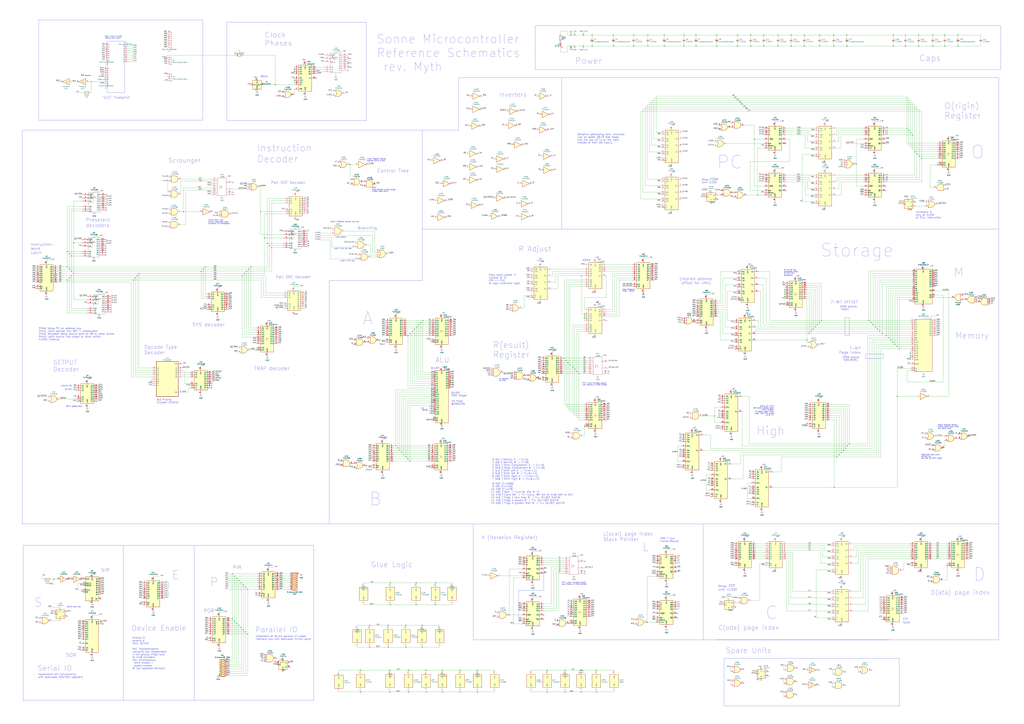
<source format=kicad_sch>
(kicad_sch (version 20230121) (generator eeschema)
  (paper "A0")
  (title_block (title "Sonne THT Micro-Controller") (date "2024-02-21") (rev "Myth") (company "Contact: mim@ok-schalter.de") (comment 1 "Author: Michael Mangelsdorf") (comment 2 "Project homepage: https://github.com/Dosflange/Sonne"))
  (lib_symbols
    (symbol "4xxx:4002" (pin_names (offset 1.016))
      (property "Reference" "U" (at 0 1.27 0))
      (property "Value" "4002" (at 0 -1.27 0))
      (symbol "4002_1_1"
        (pin output inverted (at 7.62 0 180) (length 3.81) (name "~") (number "1"))
        (pin input line (at -7.62 3.81 0) (length 3.81) (name "~") (number "2"))
        (pin input line (at -7.62 1.27 0) (length 4.826) (name "~") (number "3"))
        (pin input line (at -7.62 -1.27 0) (length 4.826) (name "~") (number "4"))
        (pin input line (at -7.62 -3.81 0) (length 3.81) (name "~") (number "5"))
      )
      (symbol "4002_1_2"
        (pin output line (at 7.62 0 180) (length 3.81) (name "~") (number "1"))
        (pin input inverted (at -7.62 3.81 0) (length 3.81) (name "~") (number "2"))
        (pin input inverted (at -7.62 1.27 0) (length 3.81) (name "~") (number "3"))
        (pin input inverted (at -7.62 -1.27 0) (length 3.81) (name "~") (number "4"))
        (pin input inverted (at -7.62 -3.81 0) (length 3.81) (name "~") (number "5"))
      )
      (symbol "4002_2_1"
        (pin input line (at -7.62 1.27 0) (length 4.826) (name "~") (number "10"))
        (pin input line (at -7.62 -1.27 0) (length 4.826) (name "~") (number "11"))
        (pin input line (at -7.62 -3.81 0) (length 3.81) (name "~") (number "12"))
        (pin output inverted (at 7.62 0 180) (length 3.81) (name "~") (number "13"))
        (pin input line (at -7.62 3.81 0) (length 3.81) (name "~") (number "9"))
      )
      (symbol "4002_2_2"
        (pin input inverted (at -7.62 1.27 0) (length 3.81) (name "~") (number "10"))
        (pin input inverted (at -7.62 -1.27 0) (length 3.81) (name "~") (number "11"))
        (pin input inverted (at -7.62 -3.81 0) (length 3.81) (name "~") (number "12"))
        (pin output line (at 7.62 0 180) (length 3.81) (name "~") (number "13"))
        (pin input inverted (at -7.62 3.81 0) (length 3.81) (name "~") (number "9"))
      )
      (symbol "4002_3_0"
        (pin power_in line (at 0 12.7 270) (length 5.08) (name "VDD") (number "14"))
        (pin power_in line (at 0 -12.7 90) (length 5.08) (name "VSS") (number "7"))
      )
    )
    (symbol "4xxx:4075" (pin_names (offset 1.016))
      (property "Reference" "U" (at 0 1.27 0))
      (property "Value" "4075" (at 0 -1.27 0))
      (symbol "4075_1_1"
        (pin input line (at -7.62 2.54 0) (length 4.318) (name "~") (number "1"))
        (pin input line (at -7.62 0 0) (length 4.953) (name "~") (number "2"))
        (pin input line (at -7.62 -2.54 0) (length 4.318) (name "~") (number "8"))
        (pin output line (at 7.62 0 180) (length 3.81) (name "~") (number "9"))
      )
      (symbol "4075_1_2"
        (pin input inverted (at -7.62 2.54 0) (length 3.81) (name "~") (number "1"))
        (pin input inverted (at -7.62 0 0) (length 3.81) (name "~") (number "2"))
        (pin input inverted (at -7.62 -2.54 0) (length 3.81) (name "~") (number "8"))
        (pin output inverted (at 7.62 0 180) (length 3.81) (name "~") (number "9"))
      )
      (symbol "4075_2_1"
        (pin input line (at -7.62 2.54 0) (length 4.318) (name "~") (number "3"))
        (pin input line (at -7.62 0 0) (length 4.953) (name "~") (number "4"))
        (pin input line (at -7.62 -2.54 0) (length 4.318) (name "~") (number "5"))
        (pin output line (at 7.62 0 180) (length 3.81) (name "~") (number "6"))
      )
      (symbol "4075_2_2"
        (pin input inverted (at -7.62 2.54 0) (length 3.81) (name "~") (number "3"))
        (pin input inverted (at -7.62 0 0) (length 3.81) (name "~") (number "4"))
        (pin input inverted (at -7.62 -2.54 0) (length 3.81) (name "~") (number "5"))
        (pin output inverted (at 7.62 0 180) (length 3.81) (name "~") (number "6"))
      )
      (symbol "4075_3_1"
        (pin output line (at 7.62 0 180) (length 3.81) (name "~") (number "10"))
        (pin input line (at -7.62 2.54 0) (length 4.318) (name "~") (number "11"))
        (pin input line (at -7.62 0 0) (length 4.953) (name "~") (number "12"))
        (pin input line (at -7.62 -2.54 0) (length 4.318) (name "~") (number "13"))
      )
      (symbol "4075_3_2"
        (pin output inverted (at 7.62 0 180) (length 3.81) (name "~") (number "10"))
        (pin input inverted (at -7.62 2.54 0) (length 3.81) (name "~") (number "11"))
        (pin input inverted (at -7.62 0 0) (length 3.81) (name "~") (number "12"))
        (pin input inverted (at -7.62 -2.54 0) (length 3.81) (name "~") (number "13"))
      )
      (symbol "4075_4_0"
        (pin power_in line (at 0 12.7 270) (length 5.08) (name "VDD") (number "14"))
        (pin power_in line (at 0 -12.7 90) (length 5.08) (name "VSS") (number "7"))
      )
    )
    (symbol "4xxx_IEEE:4078" (pin_names (offset 0.762))
      (property "Reference" "U" (at 8.89 11.43 0))
      (property "Value" "4078" (at 6.35 -11.43 0))
      (symbol "4078_0_0"
        (text "1" (at 0 0 0) (effects (font (size 2.54 2.54))))
        (pin power_in line (at 0 11.43 270) (length 1) hide (name "Vdd") (number "14"))
        (pin power_in line (at 0 -11.43 90) (length 1) hide (name "Vss") (number "7"))
      )
      (symbol "4078_1_1"
        (pin output line (at 12.7 -2.54 180) (length 7.62) (name "~") (number "1"))
        (pin input line (at -12.7 -3.81 0) (length 7.62) (name "~") (number "10"))
        (pin input line (at -12.7 -6.35 0) (length 7.62) (name "~") (number "11"))
        (pin input line (at -12.7 -8.89 0) (length 7.62) (name "~") (number "12"))
        (pin output inverted (at 12.7 5.08 180) (length 7.62) (name "~") (number "13"))
        (pin input line (at -12.7 8.89 0) (length 7.62) (name "~") (number "2"))
        (pin input line (at -12.7 6.35 0) (length 7.62) (name "~") (number "3"))
        (pin input line (at -12.7 3.81 0) (length 7.62) (name "~") (number "4"))
        (pin input line (at -12.7 1.27 0) (length 7.62) (name "~") (number "5"))
        (pin free line (at 12.7 -8.89 180) (length 7.62) (name "~") (number "6"))
        (pin free line (at 12.7 -6.35 180) (length 7.62) (name "~") (number "8"))
        (pin input line (at -12.7 -1.27 0) (length 7.62) (name "~") (number "9"))
      )
    )
    (symbol "74xx:74AHC04"
      (property "Reference" "U" (at 0 1.27 0))
      (property "Value" "74AHC04" (at 0 -1.27 0))
      (symbol "74AHC04_1_0"
        (pin input line (at -7.62 0 0) (length 3.81) (name "~") (number "1"))
        (pin output inverted (at 7.62 0 180) (length 3.81) (name "~") (number "2"))
      )
      (symbol "74AHC04_2_0"
        (pin input line (at -7.62 0 0) (length 3.81) (name "~") (number "3"))
        (pin output inverted (at 7.62 0 180) (length 3.81) (name "~") (number "4"))
      )
      (symbol "74AHC04_3_0"
        (pin input line (at -7.62 0 0) (length 3.81) (name "~") (number "5"))
        (pin output inverted (at 7.62 0 180) (length 3.81) (name "~") (number "6"))
      )
      (symbol "74AHC04_4_0"
        (pin output inverted (at 7.62 0 180) (length 3.81) (name "~") (number "8"))
        (pin input line (at -7.62 0 0) (length 3.81) (name "~") (number "9"))
      )
      (symbol "74AHC04_5_0"
        (pin output inverted (at 7.62 0 180) (length 3.81) (name "~") (number "10"))
        (pin input line (at -7.62 0 0) (length 3.81) (name "~") (number "11"))
      )
      (symbol "74AHC04_6_0"
        (pin output inverted (at 7.62 0 180) (length 3.81) (name "~") (number "12"))
        (pin input line (at -7.62 0 0) (length 3.81) (name "~") (number "13"))
      )
      (symbol "74AHC04_7_0"
        (pin power_in line (at 0 12.7 270) (length 5.08) (name "VCC") (number "14"))
        (pin power_in line (at 0 -12.7 90) (length 5.08) (name "GND") (number "7"))
      )
    )
    (symbol "74xx:74AHC244"
      (property "Reference" "U" (at -7.62 16.51 0))
      (property "Value" "74AHC244" (at -7.62 -16.51 0))
      (symbol "74AHC244_1_0"
        (pin input inverted (at -12.7 -10.16 0) (length 5.08) (name "1OE") (number "1"))
        (pin power_in line (at 0 -20.32 90) (length 5.08) (name "GND") (number "10"))
        (pin input line (at -12.7 -5.08 0) (length 5.08) (name "2A3") (number "11"))
        (pin tri_state line (at 12.7 5.08 180) (length 5.08) (name "1Y3") (number "12"))
        (pin input line (at -12.7 -2.54 0) (length 5.08) (name "2A2") (number "13"))
        (pin tri_state line (at 12.7 7.62 180) (length 5.08) (name "1Y2") (number "14"))
        (pin input line (at -12.7 0 0) (length 5.08) (name "2A1") (number "15"))
        (pin tri_state line (at 12.7 10.16 180) (length 5.08) (name "1Y1") (number "16"))
        (pin input line (at -12.7 2.54 0) (length 5.08) (name "2A0") (number "17"))
        (pin tri_state line (at 12.7 12.7 180) (length 5.08) (name "1Y0") (number "18"))
        (pin input inverted (at -12.7 -12.7 0) (length 5.08) (name "2OE") (number "19"))
        (pin input line (at -12.7 12.7 0) (length 5.08) (name "1A0") (number "2"))
        (pin power_in line (at 0 20.32 270) (length 5.08) (name "VCC") (number "20"))
        (pin tri_state line (at 12.7 2.54 180) (length 5.08) (name "2Y0") (number "3"))
        (pin input line (at -12.7 10.16 0) (length 5.08) (name "1A1") (number "4"))
        (pin tri_state line (at 12.7 0 180) (length 5.08) (name "2Y1") (number "5"))
        (pin input line (at -12.7 7.62 0) (length 5.08) (name "1A2") (number "6"))
        (pin tri_state line (at 12.7 -2.54 180) (length 5.08) (name "2Y2") (number "7"))
        (pin input line (at -12.7 5.08 0) (length 5.08) (name "1A3") (number "8"))
        (pin tri_state line (at 12.7 -5.08 180) (length 5.08) (name "2Y3") (number "9"))
      )
    )
    (symbol "74xx:74HC00" (pin_names (offset 1.016))
      (property "Reference" "U" (at 0 1.27 0))
      (property "Value" "74HC00" (at 0 -1.27 0))
      (symbol "74HC00_1_1"
        (pin input line (at -7.62 2.54 0) (length 3.81) (name "~") (number "1"))
        (pin input line (at -7.62 -2.54 0) (length 3.81) (name "~") (number "2"))
        (pin output inverted (at 7.62 0 180) (length 3.81) (name "~") (number "3"))
      )
      (symbol "74HC00_1_2"
        (pin input inverted (at -7.62 2.54 0) (length 4.318) (name "~") (number "1"))
        (pin input inverted (at -7.62 -2.54 0) (length 4.318) (name "~") (number "2"))
        (pin output line (at 7.62 0 180) (length 3.81) (name "~") (number "3"))
      )
      (symbol "74HC00_2_1"
        (pin input line (at -7.62 2.54 0) (length 3.81) (name "~") (number "4"))
        (pin input line (at -7.62 -2.54 0) (length 3.81) (name "~") (number "5"))
        (pin output inverted (at 7.62 0 180) (length 3.81) (name "~") (number "6"))
      )
      (symbol "74HC00_2_2"
        (pin input inverted (at -7.62 2.54 0) (length 4.318) (name "~") (number "4"))
        (pin input inverted (at -7.62 -2.54 0) (length 4.318) (name "~") (number "5"))
        (pin output line (at 7.62 0 180) (length 3.81) (name "~") (number "6"))
      )
      (symbol "74HC00_3_1"
        (pin input line (at -7.62 -2.54 0) (length 3.81) (name "~") (number "10"))
        (pin output inverted (at 7.62 0 180) (length 3.81) (name "~") (number "8"))
        (pin input line (at -7.62 2.54 0) (length 3.81) (name "~") (number "9"))
      )
      (symbol "74HC00_3_2"
        (pin input inverted (at -7.62 -2.54 0) (length 4.318) (name "~") (number "10"))
        (pin output line (at 7.62 0 180) (length 3.81) (name "~") (number "8"))
        (pin input inverted (at -7.62 2.54 0) (length 4.318) (name "~") (number "9"))
      )
      (symbol "74HC00_4_1"
        (pin output inverted (at 7.62 0 180) (length 3.81) (name "~") (number "11"))
        (pin input line (at -7.62 2.54 0) (length 3.81) (name "~") (number "12"))
        (pin input line (at -7.62 -2.54 0) (length 3.81) (name "~") (number "13"))
      )
      (symbol "74HC00_4_2"
        (pin output line (at 7.62 0 180) (length 3.81) (name "~") (number "11"))
        (pin input inverted (at -7.62 2.54 0) (length 4.318) (name "~") (number "12"))
        (pin input inverted (at -7.62 -2.54 0) (length 4.318) (name "~") (number "13"))
      )
      (symbol "74HC00_5_0"
        (pin power_in line (at 0 12.7 270) (length 5.08) (name "VCC") (number "14"))
        (pin power_in line (at 0 -12.7 90) (length 5.08) (name "GND") (number "7"))
      )
    )
    (symbol "74xx:74HC02" (pin_names (offset 1.016))
      (property "Reference" "U" (at 0 1.27 0))
      (property "Value" "74HC02" (at 0 -1.27 0))
      (symbol "74HC02_1_1"
        (pin output inverted (at 7.62 0 180) (length 3.81) (name "~") (number "1"))
        (pin input line (at -7.62 2.54 0) (length 4.318) (name "~") (number "2"))
        (pin input line (at -7.62 -2.54 0) (length 4.318) (name "~") (number "3"))
      )
      (symbol "74HC02_1_2"
        (pin output line (at 7.62 0 180) (length 3.81) (name "~") (number "1"))
        (pin input inverted (at -7.62 2.54 0) (length 3.81) (name "~") (number "2"))
        (pin input inverted (at -7.62 -2.54 0) (length 3.81) (name "~") (number "3"))
      )
      (symbol "74HC02_2_1"
        (pin output inverted (at 7.62 0 180) (length 3.81) (name "~") (number "4"))
        (pin input line (at -7.62 2.54 0) (length 4.318) (name "~") (number "5"))
        (pin input line (at -7.62 -2.54 0) (length 4.318) (name "~") (number "6"))
      )
      (symbol "74HC02_2_2"
        (pin output line (at 7.62 0 180) (length 3.81) (name "~") (number "4"))
        (pin input inverted (at -7.62 2.54 0) (length 3.81) (name "~") (number "5"))
        (pin input inverted (at -7.62 -2.54 0) (length 3.81) (name "~") (number "6"))
      )
      (symbol "74HC02_3_1"
        (pin output inverted (at 7.62 0 180) (length 3.81) (name "~") (number "10"))
        (pin input line (at -7.62 2.54 0) (length 4.318) (name "~") (number "8"))
        (pin input line (at -7.62 -2.54 0) (length 4.318) (name "~") (number "9"))
      )
      (symbol "74HC02_3_2"
        (pin output line (at 7.62 0 180) (length 3.81) (name "~") (number "10"))
        (pin input inverted (at -7.62 2.54 0) (length 3.81) (name "~") (number "8"))
        (pin input inverted (at -7.62 -2.54 0) (length 3.81) (name "~") (number "9"))
      )
      (symbol "74HC02_4_1"
        (pin input line (at -7.62 2.54 0) (length 4.318) (name "~") (number "11"))
        (pin input line (at -7.62 -2.54 0) (length 4.318) (name "~") (number "12"))
        (pin output inverted (at 7.62 0 180) (length 3.81) (name "~") (number "13"))
      )
      (symbol "74HC02_4_2"
        (pin input inverted (at -7.62 2.54 0) (length 3.81) (name "~") (number "11"))
        (pin input inverted (at -7.62 -2.54 0) (length 3.81) (name "~") (number "12"))
        (pin output line (at 7.62 0 180) (length 3.81) (name "~") (number "13"))
      )
      (symbol "74HC02_5_0"
        (pin power_in line (at 0 12.7 270) (length 5.08) (name "VCC") (number "14"))
        (pin power_in line (at 0 -12.7 90) (length 5.08) (name "GND") (number "7"))
      )
    )
    (symbol "74xx:74HC04"
      (property "Reference" "U" (at 0 1.27 0))
      (property "Value" "74HC04" (at 0 -1.27 0))
      (symbol "74HC04_1_0"
        (pin input line (at -7.62 0 0) (length 3.81) (name "~") (number "1"))
        (pin output inverted (at 7.62 0 180) (length 3.81) (name "~") (number "2"))
      )
      (symbol "74HC04_2_0"
        (pin input line (at -7.62 0 0) (length 3.81) (name "~") (number "3"))
        (pin output inverted (at 7.62 0 180) (length 3.81) (name "~") (number "4"))
      )
      (symbol "74HC04_3_0"
        (pin input line (at -7.62 0 0) (length 3.81) (name "~") (number "5"))
        (pin output inverted (at 7.62 0 180) (length 3.81) (name "~") (number "6"))
      )
      (symbol "74HC04_4_0"
        (pin output inverted (at 7.62 0 180) (length 3.81) (name "~") (number "8"))
        (pin input line (at -7.62 0 0) (length 3.81) (name "~") (number "9"))
      )
      (symbol "74HC04_5_0"
        (pin output inverted (at 7.62 0 180) (length 3.81) (name "~") (number "10"))
        (pin input line (at -7.62 0 0) (length 3.81) (name "~") (number "11"))
      )
      (symbol "74HC04_6_0"
        (pin output inverted (at 7.62 0 180) (length 3.81) (name "~") (number "12"))
        (pin input line (at -7.62 0 0) (length 3.81) (name "~") (number "13"))
      )
      (symbol "74HC04_7_0"
        (pin power_in line (at 0 12.7 270) (length 5.08) (name "VCC") (number "14"))
        (pin power_in line (at 0 -12.7 90) (length 5.08) (name "GND") (number "7"))
      )
    )
    (symbol "74xx:74HC14" (pin_names (offset 1.016))
      (property "Reference" "U" (at 0 1.27 0))
      (property "Value" "74HC14" (at 0 -1.27 0))
      (symbol "74HC14_1_0"
        (pin input line (at -7.62 0 0) (length 3.81) (name "~") (number "1"))
        (pin output inverted (at 7.62 0 180) (length 3.81) (name "~") (number "2"))
      )
      (symbol "74HC14_2_0"
        (pin input line (at -7.62 0 0) (length 3.81) (name "~") (number "3"))
        (pin output inverted (at 7.62 0 180) (length 3.81) (name "~") (number "4"))
      )
      (symbol "74HC14_3_0"
        (pin input line (at -7.62 0 0) (length 3.81) (name "~") (number "5"))
        (pin output inverted (at 7.62 0 180) (length 3.81) (name "~") (number "6"))
      )
      (symbol "74HC14_4_0"
        (pin output inverted (at 7.62 0 180) (length 3.81) (name "~") (number "8"))
        (pin input line (at -7.62 0 0) (length 3.81) (name "~") (number "9"))
      )
      (symbol "74HC14_5_0"
        (pin output inverted (at 7.62 0 180) (length 3.81) (name "~") (number "10"))
        (pin input line (at -7.62 0 0) (length 3.81) (name "~") (number "11"))
      )
      (symbol "74HC14_6_0"
        (pin output inverted (at 7.62 0 180) (length 3.81) (name "~") (number "12"))
        (pin input line (at -7.62 0 0) (length 3.81) (name "~") (number "13"))
      )
      (symbol "74HC14_7_0"
        (pin power_in line (at 0 12.7 270) (length 5.08) (name "VCC") (number "14"))
        (pin power_in line (at 0 -12.7 90) (length 5.08) (name "GND") (number "7"))
      )
    )
    (symbol "74xx:74HC165"
      (property "Reference" "U" (at -7.62 19.05 0))
      (property "Value" "74HC165" (at -7.62 -21.59 0))
      (symbol "74HC165_1_0"
        (pin input line (at -12.7 -10.16 0) (length 5.08) (name "~{PL}") (number "1"))
        (pin input line (at -12.7 15.24 0) (length 5.08) (name "DS") (number "10"))
        (pin input line (at -12.7 12.7 0) (length 5.08) (name "D0") (number "11"))
        (pin input line (at -12.7 10.16 0) (length 5.08) (name "D1") (number "12"))
        (pin input line (at -12.7 7.62 0) (length 5.08) (name "D2") (number "13"))
        (pin input line (at -12.7 5.08 0) (length 5.08) (name "D3") (number "14"))
        (pin input line (at -12.7 -17.78 0) (length 5.08) (name "~{CE}") (number "15"))
        (pin power_in line (at 0 22.86 270) (length 5.08) (name "VCC") (number "16"))
        (pin input line (at -12.7 -15.24 0) (length 5.08) (name "CP") (number "2"))
        (pin input line (at -12.7 2.54 0) (length 5.08) (name "D4") (number "3"))
        (pin input line (at -12.7 0 0) (length 5.08) (name "D5") (number "4"))
        (pin input line (at -12.7 -2.54 0) (length 5.08) (name "D6") (number "5"))
        (pin input line (at -12.7 -5.08 0) (length 5.08) (name "D7") (number "6"))
        (pin output line (at 12.7 12.7 180) (length 5.08) (name "~{Q7}") (number "7"))
        (pin power_in line (at 0 -25.4 90) (length 5.08) (name "GND") (number "8"))
        (pin output line (at 12.7 15.24 180) (length 5.08) (name "Q7") (number "9"))
      )
    )
    (symbol "74xx:74HC273"
      (property "Reference" "U" (at -7.62 16.51 0))
      (property "Value" "74HC273" (at -7.62 -16.51 0))
      (symbol "74HC273_1_0"
        (pin input line (at -12.7 -12.7 0) (length 5.08) (name "~{Mr}") (number "1"))
        (pin power_in line (at 0 -20.32 90) (length 5.08) (name "GND") (number "10"))
        (pin input clock (at -12.7 -10.16 0) (length 5.08) (name "Cp") (number "11"))
        (pin output line (at 12.7 2.54 180) (length 5.08) (name "Q4") (number "12"))
        (pin input line (at -12.7 2.54 0) (length 5.08) (name "D4") (number "13"))
        (pin input line (at -12.7 0 0) (length 5.08) (name "D5") (number "14"))
        (pin output line (at 12.7 0 180) (length 5.08) (name "Q5") (number "15"))
        (pin output line (at 12.7 -2.54 180) (length 5.08) (name "Q6") (number "16"))
        (pin input line (at -12.7 -2.54 0) (length 5.08) (name "D6") (number "17"))
        (pin input line (at -12.7 -5.08 0) (length 5.08) (name "D7") (number "18"))
        (pin output line (at 12.7 -5.08 180) (length 5.08) (name "Q7") (number "19"))
        (pin output line (at 12.7 12.7 180) (length 5.08) (name "Q0") (number "2"))
        (pin power_in line (at 0 20.32 270) (length 5.08) (name "VCC") (number "20"))
        (pin input line (at -12.7 12.7 0) (length 5.08) (name "D0") (number "3"))
        (pin input line (at -12.7 10.16 0) (length 5.08) (name "D1") (number "4"))
        (pin output line (at 12.7 10.16 180) (length 5.08) (name "Q1") (number "5"))
        (pin output line (at 12.7 7.62 180) (length 5.08) (name "Q2") (number "6"))
        (pin input line (at -12.7 7.62 0) (length 5.08) (name "D2") (number "7"))
        (pin input line (at -12.7 5.08 0) (length 5.08) (name "D3") (number "8"))
        (pin output line (at 12.7 5.08 180) (length 5.08) (name "Q3") (number "9"))
      )
    )
    (symbol "74xx:74HC595"
      (property "Reference" "U" (at -7.62 13.97 0))
      (property "Value" "74HC595" (at -7.62 -16.51 0))
      (symbol "74HC595_1_0"
        (pin tri_state line (at 10.16 7.62 180) (length 2.54) (name "QB") (number "1"))
        (pin input line (at -10.16 2.54 0) (length 2.54) (name "~{SRCLR}") (number "10"))
        (pin input line (at -10.16 5.08 0) (length 2.54) (name "SRCLK") (number "11"))
        (pin input line (at -10.16 -2.54 0) (length 2.54) (name "RCLK") (number "12"))
        (pin input line (at -10.16 -5.08 0) (length 2.54) (name "~{OE}") (number "13"))
        (pin input line (at -10.16 10.16 0) (length 2.54) (name "SER") (number "14"))
        (pin tri_state line (at 10.16 10.16 180) (length 2.54) (name "QA") (number "15"))
        (pin power_in line (at 0 15.24 270) (length 2.54) (name "VCC") (number "16"))
        (pin tri_state line (at 10.16 5.08 180) (length 2.54) (name "QC") (number "2"))
        (pin tri_state line (at 10.16 2.54 180) (length 2.54) (name "QD") (number "3"))
        (pin tri_state line (at 10.16 0 180) (length 2.54) (name "QE") (number "4"))
        (pin tri_state line (at 10.16 -2.54 180) (length 2.54) (name "QF") (number "5"))
        (pin tri_state line (at 10.16 -5.08 180) (length 2.54) (name "QG") (number "6"))
        (pin tri_state line (at 10.16 -7.62 180) (length 2.54) (name "QH") (number "7"))
        (pin power_in line (at 0 -17.78 90) (length 2.54) (name "GND") (number "8"))
        (pin output line (at 10.16 -12.7 180) (length 2.54) (name "QH'") (number "9"))
      )
    )
    (symbol "74xx:74HC74" (pin_names (offset 1.016))
      (property "Reference" "U" (at -7.62 8.89 0))
      (property "Value" "74HC74" (at -7.62 -8.89 0))
      (symbol "74HC74_1_0"
        (pin input line (at 0 -7.62 90) (length 2.54) (name "~{R}") (number "1"))
        (pin input line (at -7.62 2.54 0) (length 2.54) (name "D") (number "2"))
        (pin input clock (at -7.62 0 0) (length 2.54) (name "C") (number "3"))
        (pin input line (at 0 7.62 270) (length 2.54) (name "~{S}") (number "4"))
        (pin output line (at 7.62 2.54 180) (length 2.54) (name "Q") (number "5"))
        (pin output line (at 7.62 -2.54 180) (length 2.54) (name "~{Q}") (number "6"))
      )
      (symbol "74HC74_2_0"
        (pin input line (at 0 7.62 270) (length 2.54) (name "~{S}") (number "10"))
        (pin input clock (at -7.62 0 0) (length 2.54) (name "C") (number "11"))
        (pin input line (at -7.62 2.54 0) (length 2.54) (name "D") (number "12"))
        (pin input line (at 0 -7.62 90) (length 2.54) (name "~{R}") (number "13"))
        (pin output line (at 7.62 -2.54 180) (length 2.54) (name "~{Q}") (number "8"))
        (pin output line (at 7.62 2.54 180) (length 2.54) (name "Q") (number "9"))
      )
      (symbol "74HC74_3_0"
        (pin power_in line (at 0 10.16 270) (length 2.54) (name "VCC") (number "14"))
        (pin power_in line (at 0 -10.16 90) (length 2.54) (name "GND") (number "7"))
      )
    )
    (symbol "74xx:74LS02" (pin_names (offset 1.016))
      (property "Reference" "U" (at 0 1.27 0))
      (property "Value" "74LS02" (at 0 -1.27 0))
      (symbol "74LS02_1_1"
        (pin output inverted (at 7.62 0 180) (length 3.81) (name "~") (number "1"))
        (pin input line (at -7.62 2.54 0) (length 4.318) (name "~") (number "2"))
        (pin input line (at -7.62 -2.54 0) (length 4.318) (name "~") (number "3"))
      )
      (symbol "74LS02_1_2"
        (pin output line (at 7.62 0 180) (length 3.81) (name "~") (number "1"))
        (pin input inverted (at -7.62 2.54 0) (length 3.81) (name "~") (number "2"))
        (pin input inverted (at -7.62 -2.54 0) (length 3.81) (name "~") (number "3"))
      )
      (symbol "74LS02_2_1"
        (pin output inverted (at 7.62 0 180) (length 3.81) (name "~") (number "4"))
        (pin input line (at -7.62 2.54 0) (length 4.318) (name "~") (number "5"))
        (pin input line (at -7.62 -2.54 0) (length 4.318) (name "~") (number "6"))
      )
      (symbol "74LS02_2_2"
        (pin output line (at 7.62 0 180) (length 3.81) (name "~") (number "4"))
        (pin input inverted (at -7.62 2.54 0) (length 3.81) (name "~") (number "5"))
        (pin input inverted (at -7.62 -2.54 0) (length 3.81) (name "~") (number "6"))
      )
      (symbol "74LS02_3_1"
        (pin output inverted (at 7.62 0 180) (length 3.81) (name "~") (number "10"))
        (pin input line (at -7.62 2.54 0) (length 4.318) (name "~") (number "8"))
        (pin input line (at -7.62 -2.54 0) (length 4.318) (name "~") (number "9"))
      )
      (symbol "74LS02_3_2"
        (pin output line (at 7.62 0 180) (length 3.81) (name "~") (number "10"))
        (pin input inverted (at -7.62 2.54 0) (length 3.81) (name "~") (number "8"))
        (pin input inverted (at -7.62 -2.54 0) (length 3.81) (name "~") (number "9"))
      )
      (symbol "74LS02_4_1"
        (pin input line (at -7.62 2.54 0) (length 4.318) (name "~") (number "11"))
        (pin input line (at -7.62 -2.54 0) (length 4.318) (name "~") (number "12"))
        (pin output inverted (at 7.62 0 180) (length 3.81) (name "~") (number "13"))
      )
      (symbol "74LS02_4_2"
        (pin input inverted (at -7.62 2.54 0) (length 3.81) (name "~") (number "11"))
        (pin input inverted (at -7.62 -2.54 0) (length 3.81) (name "~") (number "12"))
        (pin output line (at 7.62 0 180) (length 3.81) (name "~") (number "13"))
      )
      (symbol "74LS02_5_0"
        (pin power_in line (at 0 12.7 270) (length 5.08) (name "VCC") (number "14"))
        (pin power_in line (at 0 -12.7 90) (length 5.08) (name "GND") (number "7"))
      )
    )
    (symbol "74xx:74LS08" (pin_names (offset 1.016))
      (property "Reference" "U" (at 0 1.27 0))
      (property "Value" "74LS08" (at 0 -1.27 0))
      (symbol "74LS08_1_1"
        (pin input line (at -7.62 2.54 0) (length 3.81) (name "~") (number "1"))
        (pin input line (at -7.62 -2.54 0) (length 3.81) (name "~") (number "2"))
        (pin output line (at 7.62 0 180) (length 3.81) (name "~") (number "3"))
      )
      (symbol "74LS08_1_2"
        (pin input inverted (at -7.62 2.54 0) (length 4.318) (name "~") (number "1"))
        (pin input inverted (at -7.62 -2.54 0) (length 4.318) (name "~") (number "2"))
        (pin output inverted (at 7.62 0 180) (length 3.81) (name "~") (number "3"))
      )
      (symbol "74LS08_2_1"
        (pin input line (at -7.62 2.54 0) (length 3.81) (name "~") (number "4"))
        (pin input line (at -7.62 -2.54 0) (length 3.81) (name "~") (number "5"))
        (pin output line (at 7.62 0 180) (length 3.81) (name "~") (number "6"))
      )
      (symbol "74LS08_2_2"
        (pin input inverted (at -7.62 2.54 0) (length 4.318) (name "~") (number "4"))
        (pin input inverted (at -7.62 -2.54 0) (length 4.318) (name "~") (number "5"))
        (pin output inverted (at 7.62 0 180) (length 3.81) (name "~") (number "6"))
      )
      (symbol "74LS08_3_1"
        (pin input line (at -7.62 -2.54 0) (length 3.81) (name "~") (number "10"))
        (pin output line (at 7.62 0 180) (length 3.81) (name "~") (number "8"))
        (pin input line (at -7.62 2.54 0) (length 3.81) (name "~") (number "9"))
      )
      (symbol "74LS08_3_2"
        (pin input inverted (at -7.62 -2.54 0) (length 4.318) (name "~") (number "10"))
        (pin output inverted (at 7.62 0 180) (length 3.81) (name "~") (number "8"))
        (pin input inverted (at -7.62 2.54 0) (length 4.318) (name "~") (number "9"))
      )
      (symbol "74LS08_4_1"
        (pin output line (at 7.62 0 180) (length 3.81) (name "~") (number "11"))
        (pin input line (at -7.62 2.54 0) (length 3.81) (name "~") (number "12"))
        (pin input line (at -7.62 -2.54 0) (length 3.81) (name "~") (number "13"))
      )
      (symbol "74LS08_4_2"
        (pin output inverted (at 7.62 0 180) (length 3.81) (name "~") (number "11"))
        (pin input inverted (at -7.62 2.54 0) (length 4.318) (name "~") (number "12"))
        (pin input inverted (at -7.62 -2.54 0) (length 4.318) (name "~") (number "13"))
      )
      (symbol "74LS08_5_0"
        (pin power_in line (at 0 12.7 270) (length 5.08) (name "VCC") (number "14"))
        (pin power_in line (at 0 -12.7 90) (length 5.08) (name "GND") (number "7"))
      )
    )
    (symbol "74xx:74LS11" (pin_names (offset 1.016))
      (property "Reference" "U" (at 0 1.27 0))
      (property "Value" "74LS11" (at 0 -1.27 0))
      (symbol "74LS11_1_1"
        (pin input line (at -7.62 2.54 0) (length 3.81) (name "~") (number "1"))
        (pin output line (at 7.62 0 180) (length 3.81) (name "~") (number "12"))
        (pin input line (at -7.62 -2.54 0) (length 3.81) (name "~") (number "13"))
        (pin input line (at -7.62 0 0) (length 3.81) (name "~") (number "2"))
      )
      (symbol "74LS11_1_2"
        (pin input inverted (at -7.62 2.54 0) (length 4.318) (name "~") (number "1"))
        (pin output inverted (at 7.62 0 180) (length 3.81) (name "~") (number "12"))
        (pin input inverted (at -7.62 -2.54 0) (length 4.318) (name "~") (number "13"))
        (pin input inverted (at -7.62 0 0) (length 4.953) (name "~") (number "2"))
      )
      (symbol "74LS11_2_1"
        (pin input line (at -7.62 2.54 0) (length 3.81) (name "~") (number "3"))
        (pin input line (at -7.62 0 0) (length 3.81) (name "~") (number "4"))
        (pin input line (at -7.62 -2.54 0) (length 3.81) (name "~") (number "5"))
        (pin output line (at 7.62 0 180) (length 3.81) (name "~") (number "6"))
      )
      (symbol "74LS11_2_2"
        (pin input inverted (at -7.62 2.54 0) (length 4.318) (name "~") (number "3"))
        (pin input inverted (at -7.62 0 0) (length 4.953) (name "~") (number "4"))
        (pin input inverted (at -7.62 -2.54 0) (length 4.318) (name "~") (number "5"))
        (pin output inverted (at 7.62 0 180) (length 3.81) (name "~") (number "6"))
      )
      (symbol "74LS11_3_1"
        (pin input line (at -7.62 0 0) (length 3.81) (name "~") (number "10"))
        (pin input line (at -7.62 -2.54 0) (length 3.81) (name "~") (number "11"))
        (pin output line (at 7.62 0 180) (length 3.81) (name "~") (number "8"))
        (pin input line (at -7.62 2.54 0) (length 3.81) (name "~") (number "9"))
      )
      (symbol "74LS11_3_2"
        (pin input inverted (at -7.62 0 0) (length 4.953) (name "~") (number "10"))
        (pin input inverted (at -7.62 -2.54 0) (length 4.318) (name "~") (number "11"))
        (pin output inverted (at 7.62 0 180) (length 3.81) (name "~") (number "8"))
        (pin input inverted (at -7.62 2.54 0) (length 4.318) (name "~") (number "9"))
      )
      (symbol "74LS11_4_0"
        (pin power_in line (at 0 12.7 270) (length 5.08) (name "VCC") (number "14"))
        (pin power_in line (at 0 -12.7 90) (length 5.08) (name "GND") (number "7"))
      )
    )
    (symbol "74xx:74LS138" (pin_names (offset 1.016))
      (property "Reference" "U" (at -7.62 11.43 0))
      (property "Value" "74LS138" (at -7.62 -13.97 0))
      (symbol "74LS138_1_0"
        (pin input line (at -12.7 7.62 0) (length 5.08) (name "A0") (number "1"))
        (pin output output_low (at 12.7 -5.08 180) (length 5.08) (name "O5") (number "10"))
        (pin output output_low (at 12.7 -2.54 180) (length 5.08) (name "O4") (number "11"))
        (pin output output_low (at 12.7 0 180) (length 5.08) (name "O3") (number "12"))
        (pin output output_low (at 12.7 2.54 180) (length 5.08) (name "O2") (number "13"))
        (pin output output_low (at 12.7 5.08 180) (length 5.08) (name "O1") (number "14"))
        (pin output output_low (at 12.7 7.62 180) (length 5.08) (name "O0") (number "15"))
        (pin power_in line (at 0 15.24 270) (length 5.08) (name "VCC") (number "16"))
        (pin input line (at -12.7 5.08 0) (length 5.08) (name "A1") (number "2"))
        (pin input line (at -12.7 2.54 0) (length 5.08) (name "A2") (number "3"))
        (pin input input_low (at -12.7 -10.16 0) (length 5.08) (name "E1") (number "4"))
        (pin input input_low (at -12.7 -7.62 0) (length 5.08) (name "E2") (number "5"))
        (pin input line (at -12.7 -5.08 0) (length 5.08) (name "E3") (number "6"))
        (pin output output_low (at 12.7 -10.16 180) (length 5.08) (name "O7") (number "7"))
        (pin power_in line (at 0 -17.78 90) (length 5.08) (name "GND") (number "8"))
        (pin output output_low (at 12.7 -7.62 180) (length 5.08) (name "O6") (number "9"))
      )
    )
    (symbol "74xx:74LS157" (pin_names (offset 1.016))
      (property "Reference" "U" (at -7.62 19.05 0))
      (property "Value" "74LS157" (at -7.62 -21.59 0))
      (symbol "74LS157_1_0"
        (pin input line (at -12.7 -15.24 0) (length 5.08) (name "S") (number "1"))
        (pin input line (at -12.7 -2.54 0) (length 5.08) (name "I1c") (number "10"))
        (pin input line (at -12.7 0 0) (length 5.08) (name "I0c") (number "11"))
        (pin output line (at 12.7 -7.62 180) (length 5.08) (name "Zd") (number "12"))
        (pin input line (at -12.7 -10.16 0) (length 5.08) (name "I1d") (number "13"))
        (pin input line (at -12.7 -7.62 0) (length 5.08) (name "I0d") (number "14"))
        (pin input inverted (at -12.7 -17.78 0) (length 5.08) (name "E") (number "15"))
        (pin power_in line (at 0 22.86 270) (length 5.08) (name "VCC") (number "16"))
        (pin input line (at -12.7 15.24 0) (length 5.08) (name "I0a") (number "2"))
        (pin input line (at -12.7 12.7 0) (length 5.08) (name "I1a") (number "3"))
        (pin output line (at 12.7 15.24 180) (length 5.08) (name "Za") (number "4"))
        (pin input line (at -12.7 7.62 0) (length 5.08) (name "I0b") (number "5"))
        (pin input line (at -12.7 5.08 0) (length 5.08) (name "I1b") (number "6"))
        (pin output line (at 12.7 7.62 180) (length 5.08) (name "Zb") (number "7"))
        (pin power_in line (at 0 -25.4 90) (length 5.08) (name "GND") (number "8"))
        (pin output line (at 12.7 0 180) (length 5.08) (name "Zc") (number "9"))
      )
    )
    (symbol "74xx:74LS163" (pin_names (offset 1.016))
      (property "Reference" "U" (at -7.62 16.51 0))
      (property "Value" "74LS163" (at -7.62 -16.51 0))
      (symbol "74LS163_1_0"
        (pin input line (at -12.7 -12.7 0) (length 5.08) (name "~{MR}") (number "1"))
        (pin input line (at -12.7 -5.08 0) (length 5.08) (name "CET") (number "10"))
        (pin output line (at 12.7 5.08 180) (length 5.08) (name "Q3") (number "11"))
        (pin output line (at 12.7 7.62 180) (length 5.08) (name "Q2") (number "12"))
        (pin output line (at 12.7 10.16 180) (length 5.08) (name "Q1") (number "13"))
        (pin output line (at 12.7 12.7 180) (length 5.08) (name "Q0") (number "14"))
        (pin output line (at 12.7 0 180) (length 5.08) (name "TC") (number "15"))
        (pin power_in line (at 0 20.32 270) (length 5.08) (name "VCC") (number "16"))
        (pin input line (at -12.7 -7.62 0) (length 5.08) (name "CP") (number "2"))
        (pin input line (at -12.7 12.7 0) (length 5.08) (name "D0") (number "3"))
        (pin input line (at -12.7 10.16 0) (length 5.08) (name "D1") (number "4"))
        (pin input line (at -12.7 7.62 0) (length 5.08) (name "D2") (number "5"))
        (pin input line (at -12.7 5.08 0) (length 5.08) (name "D3") (number "6"))
        (pin input line (at -12.7 -2.54 0) (length 5.08) (name "CEP") (number "7"))
        (pin power_in line (at 0 -20.32 90) (length 5.08) (name "GND") (number "8"))
        (pin input line (at -12.7 0 0) (length 5.08) (name "~{PE}") (number "9"))
      )
    )
    (symbol "74xx:74LS193"
      (property "Reference" "U" (at -7.62 13.97 0))
      (property "Value" "74LS193" (at 5.08 13.97 0))
      (symbol "74LS193_1_0"
        (pin input line (at -12.7 7.62 0) (length 5.08) (name "B") (number "1"))
        (pin input line (at -12.7 5.08 0) (length 5.08) (name "C") (number "10"))
        (pin input line (at -12.7 -2.54 0) (length 5.08) (name "~{LOAD}") (number "11"))
        (pin output line (at 12.7 -2.54 180) (length 5.08) (name "~{CO}") (number "12"))
        (pin output line (at 12.7 -7.62 180) (length 5.08) (name "~{BO}") (number "13"))
        (pin input line (at -12.7 -12.7 0) (length 5.08) (name "CLR") (number "14"))
        (pin input line (at -12.7 10.16 0) (length 5.08) (name "A") (number "15"))
        (pin power_in line (at 0 17.78 270) (length 5.08) (name "VCC") (number "16"))
        (pin output line (at 12.7 7.62 180) (length 5.08) (name "QB") (number "2"))
        (pin output line (at 12.7 10.16 180) (length 5.08) (name "QA") (number "3"))
        (pin input clock (at -12.7 -10.16 0) (length 5.08) (name "DOWN") (number "4"))
        (pin input clock (at -12.7 -7.62 0) (length 5.08) (name "UP") (number "5"))
        (pin output line (at 12.7 5.08 180) (length 5.08) (name "QC") (number "6"))
        (pin output line (at 12.7 2.54 180) (length 5.08) (name "QD") (number "7"))
        (pin power_in line (at 0 -20.32 90) (length 5.08) (name "GND") (number "8"))
        (pin input line (at -12.7 2.54 0) (length 5.08) (name "D") (number "9"))
      )
    )
    (symbol "74xx:74LS21" (pin_names (offset 1.016))
      (property "Reference" "U" (at 0 1.27 0))
      (property "Value" "74LS21" (at 0 -1.27 0))
      (symbol "74LS21_1_1"
        (pin input line (at -7.62 3.81 0) (length 3.81) (name "~") (number "1"))
        (pin input line (at -7.62 1.27 0) (length 3.81) (name "~") (number "2"))
        (pin input line (at -7.62 -1.27 0) (length 3.81) (name "~") (number "4"))
        (pin input line (at -7.62 -3.81 0) (length 3.81) (name "~") (number "5"))
        (pin output line (at 7.62 0 180) (length 3.81) (name "~") (number "6"))
      )
      (symbol "74LS21_1_2"
        (pin input inverted (at -7.62 3.81 0) (length 3.81) (name "~") (number "1"))
        (pin input inverted (at -7.62 1.27 0) (length 4.826) (name "~") (number "2"))
        (pin input inverted (at -7.62 -1.27 0) (length 4.826) (name "~") (number "4"))
        (pin input inverted (at -7.62 -3.81 0) (length 3.81) (name "~") (number "5"))
        (pin output inverted (at 7.62 0 180) (length 3.81) (name "~") (number "6"))
      )
      (symbol "74LS21_2_1"
        (pin input line (at -7.62 1.27 0) (length 3.81) (name "~") (number "10"))
        (pin input line (at -7.62 -1.27 0) (length 3.81) (name "~") (number "12"))
        (pin input line (at -7.62 -3.81 0) (length 3.81) (name "~") (number "13"))
        (pin output line (at 7.62 0 180) (length 3.81) (name "~") (number "8"))
        (pin input line (at -7.62 3.81 0) (length 3.81) (name "~") (number "9"))
      )
      (symbol "74LS21_2_2"
        (pin input inverted (at -7.62 1.27 0) (length 4.826) (name "~") (number "10"))
        (pin input inverted (at -7.62 -1.27 0) (length 4.826) (name "~") (number "12"))
        (pin input inverted (at -7.62 -3.81 0) (length 3.81) (name "~") (number "13"))
        (pin output inverted (at 7.62 0 180) (length 3.81) (name "~") (number "8"))
        (pin input inverted (at -7.62 3.81 0) (length 3.81) (name "~") (number "9"))
      )
      (symbol "74LS21_3_0"
        (pin power_in line (at 0 12.7 270) (length 5.08) (name "VCC") (number "14"))
        (pin power_in line (at 0 -12.7 90) (length 5.08) (name "GND") (number "7"))
      )
    )
    (symbol "74xx:74LS253" (pin_names (offset 1.016))
      (property "Reference" "U" (at -7.62 21.59 0))
      (property "Value" "74LS253" (at -7.62 -24.13 0))
      (symbol "74LS253_1_0"
        (pin input inverted (at -12.7 5.08 0) (length 5.08) (name "OEa") (number "1"))
        (pin input line (at -12.7 0 0) (length 5.08) (name "I0b") (number "10"))
        (pin input line (at -12.7 -2.54 0) (length 5.08) (name "I1b") (number "11"))
        (pin input line (at -12.7 -5.08 0) (length 5.08) (name "I2b") (number "12"))
        (pin input line (at -12.7 -7.62 0) (length 5.08) (name "I3b") (number "13"))
        (pin input line (at -12.7 -17.78 0) (length 5.08) (name "A0") (number "14"))
        (pin input inverted (at -12.7 -12.7 0) (length 5.08) (name "OEb") (number "15"))
        (pin power_in line (at 0 25.4 270) (length 5.08) (name "VCC") (number "16"))
        (pin input line (at -12.7 -20.32 0) (length 5.08) (name "A1") (number "2"))
        (pin input line (at -12.7 10.16 0) (length 5.08) (name "I3a") (number "3"))
        (pin input line (at -12.7 12.7 0) (length 5.08) (name "I2a") (number "4"))
        (pin input line (at -12.7 15.24 0) (length 5.08) (name "I1a") (number "5"))
        (pin input line (at -12.7 17.78 0) (length 5.08) (name "I0a") (number "6"))
        (pin tri_state line (at 12.7 17.78 180) (length 5.08) (name "Za") (number "7"))
        (pin power_in line (at 0 -27.94 90) (length 5.08) (name "GND") (number "8"))
        (pin tri_state line (at 12.7 0 180) (length 5.08) (name "Zb") (number "9"))
      )
    )
    (symbol "74xx:74LS257" (pin_names (offset 1.016))
      (property "Reference" "U" (at -7.62 19.05 0))
      (property "Value" "74LS257" (at -7.62 -21.59 0))
      (symbol "74LS257_1_0"
        (pin input line (at -12.7 -15.24 0) (length 5.08) (name "S") (number "1"))
        (pin input line (at -12.7 -10.16 0) (length 5.08) (name "I1d") (number "10"))
        (pin input line (at -12.7 -7.62 0) (length 5.08) (name "I0d") (number "11"))
        (pin tri_state line (at 12.7 0 180) (length 5.08) (name "Zc") (number "12"))
        (pin input line (at -12.7 -2.54 0) (length 5.08) (name "I1c") (number "13"))
        (pin input line (at -12.7 0 0) (length 5.08) (name "I0c") (number "14"))
        (pin input inverted (at -12.7 -17.78 0) (length 5.08) (name "OE") (number "15"))
        (pin power_in line (at 0 22.86 270) (length 5.08) (name "VCC") (number "16"))
        (pin input line (at -12.7 15.24 0) (length 5.08) (name "I0a") (number "2"))
        (pin input line (at -12.7 12.7 0) (length 5.08) (name "I1a") (number "3"))
        (pin tri_state line (at 12.7 15.24 180) (length 5.08) (name "Za") (number "4"))
        (pin input line (at -12.7 7.62 0) (length 5.08) (name "I0b") (number "5"))
        (pin input line (at -12.7 5.08 0) (length 5.08) (name "I1b") (number "6"))
        (pin tri_state line (at 12.7 7.62 180) (length 5.08) (name "Zb") (number "7"))
        (pin power_in line (at 0 -25.4 90) (length 5.08) (name "GND") (number "8"))
        (pin tri_state line (at 12.7 -7.62 180) (length 5.08) (name "Zd") (number "9"))
      )
    )
    (symbol "74xx:74LS283" (pin_names (offset 1.016))
      (property "Reference" "U" (at -7.62 16.51 0))
      (property "Value" "74LS283" (at -7.62 -16.51 0))
      (symbol "74LS283_1_0"
        (pin output line (at 12.7 10.16 180) (length 5.08) (name "S2") (number "1"))
        (pin output line (at 12.7 5.08 180) (length 5.08) (name "S4") (number "10"))
        (pin input line (at -12.7 -12.7 0) (length 5.08) (name "B4") (number "11"))
        (pin input line (at -12.7 0 0) (length 5.08) (name "A4") (number "12"))
        (pin output line (at 12.7 7.62 180) (length 5.08) (name "S3") (number "13"))
        (pin input line (at -12.7 2.54 0) (length 5.08) (name "A3") (number "14"))
        (pin input line (at -12.7 -10.16 0) (length 5.08) (name "B3") (number "15"))
        (pin power_in line (at 0 20.32 270) (length 5.08) (name "VCC") (number "16"))
        (pin input line (at -12.7 -7.62 0) (length 5.08) (name "B2") (number "2"))
        (pin input line (at -12.7 5.08 0) (length 5.08) (name "A2") (number "3"))
        (pin output line (at 12.7 12.7 180) (length 5.08) (name "S1") (number "4"))
        (pin input line (at -12.7 7.62 0) (length 5.08) (name "A1") (number "5"))
        (pin input line (at -12.7 -5.08 0) (length 5.08) (name "B1") (number "6"))
        (pin input line (at -12.7 12.7 0) (length 5.08) (name "C0") (number "7"))
        (pin power_in line (at 0 -20.32 90) (length 5.08) (name "GND") (number "8"))
        (pin output line (at 12.7 0 180) (length 5.08) (name "C4") (number "9"))
      )
    )
    (symbol "74xx:74LS32" (pin_names (offset 1.016))
      (property "Reference" "U" (at 0 1.27 0))
      (property "Value" "74LS32" (at 0 -1.27 0))
      (symbol "74LS32_1_1"
        (pin input line (at -7.62 2.54 0) (length 4.318) (name "~") (number "1"))
        (pin input line (at -7.62 -2.54 0) (length 4.318) (name "~") (number "2"))
        (pin output line (at 7.62 0 180) (length 3.81) (name "~") (number "3"))
      )
      (symbol "74LS32_1_2"
        (pin input inverted (at -7.62 2.54 0) (length 3.81) (name "~") (number "1"))
        (pin input inverted (at -7.62 -2.54 0) (length 3.81) (name "~") (number "2"))
        (pin output inverted (at 7.62 0 180) (length 3.81) (name "~") (number "3"))
      )
      (symbol "74LS32_2_1"
        (pin input line (at -7.62 2.54 0) (length 4.318) (name "~") (number "4"))
        (pin input line (at -7.62 -2.54 0) (length 4.318) (name "~") (number "5"))
        (pin output line (at 7.62 0 180) (length 3.81) (name "~") (number "6"))
      )
      (symbol "74LS32_2_2"
        (pin input inverted (at -7.62 2.54 0) (length 3.81) (name "~") (number "4"))
        (pin input inverted (at -7.62 -2.54 0) (length 3.81) (name "~") (number "5"))
        (pin output inverted (at 7.62 0 180) (length 3.81) (name "~") (number "6"))
      )
      (symbol "74LS32_3_1"
        (pin input line (at -7.62 -2.54 0) (length 4.318) (name "~") (number "10"))
        (pin output line (at 7.62 0 180) (length 3.81) (name "~") (number "8"))
        (pin input line (at -7.62 2.54 0) (length 4.318) (name "~") (number "9"))
      )
      (symbol "74LS32_3_2"
        (pin input inverted (at -7.62 -2.54 0) (length 3.81) (name "~") (number "10"))
        (pin output inverted (at 7.62 0 180) (length 3.81) (name "~") (number "8"))
        (pin input inverted (at -7.62 2.54 0) (length 3.81) (name "~") (number "9"))
      )
      (symbol "74LS32_4_1"
        (pin output line (at 7.62 0 180) (length 3.81) (name "~") (number "11"))
        (pin input line (at -7.62 2.54 0) (length 4.318) (name "~") (number "12"))
        (pin input line (at -7.62 -2.54 0) (length 4.318) (name "~") (number "13"))
      )
      (symbol "74LS32_4_2"
        (pin output inverted (at 7.62 0 180) (length 3.81) (name "~") (number "11"))
        (pin input inverted (at -7.62 2.54 0) (length 3.81) (name "~") (number "12"))
        (pin input inverted (at -7.62 -2.54 0) (length 3.81) (name "~") (number "13"))
      )
      (symbol "74LS32_5_0"
        (pin power_in line (at 0 12.7 270) (length 5.08) (name "VCC") (number "14"))
        (pin power_in line (at 0 -12.7 90) (length 5.08) (name "GND") (number "7"))
      )
    )
    (symbol "74xx:74LS574" (pin_names (offset 1.016))
      (property "Reference" "U" (at -7.62 16.51 0))
      (property "Value" "74LS574" (at -7.62 -16.51 0))
      (symbol "74LS574_1_0"
        (pin input inverted (at -12.7 -12.7 0) (length 5.08) (name "OE") (number "1"))
        (pin power_in line (at 0 -20.32 90) (length 5.08) (name "GND") (number "10"))
        (pin input clock (at -12.7 -10.16 0) (length 5.08) (name "Cp") (number "11"))
        (pin tri_state line (at 12.7 -5.08 180) (length 5.08) (name "Q7") (number "12"))
        (pin tri_state line (at 12.7 -2.54 180) (length 5.08) (name "Q6") (number "13"))
        (pin tri_state line (at 12.7 0 180) (length 5.08) (name "Q5") (number "14"))
        (pin tri_state line (at 12.7 2.54 180) (length 5.08) (name "Q4") (number "15"))
        (pin tri_state line (at 12.7 5.08 180) (length 5.08) (name "Q3") (number "16"))
        (pin tri_state line (at 12.7 7.62 180) (length 5.08) (name "Q2") (number "17"))
        (pin tri_state line (at 12.7 10.16 180) (length 5.08) (name "Q1") (number "18"))
        (pin tri_state line (at 12.7 12.7 180) (length 5.08) (name "Q0") (number "19"))
        (pin input line (at -12.7 12.7 0) (length 5.08) (name "D0") (number "2"))
        (pin power_in line (at 0 20.32 270) (length 5.08) (name "VCC") (number "20"))
        (pin input line (at -12.7 10.16 0) (length 5.08) (name "D1") (number "3"))
        (pin input line (at -12.7 7.62 0) (length 5.08) (name "D2") (number "4"))
        (pin input line (at -12.7 5.08 0) (length 5.08) (name "D3") (number "5"))
        (pin input line (at -12.7 2.54 0) (length 5.08) (name "D4") (number "6"))
        (pin input line (at -12.7 0 0) (length 5.08) (name "D5") (number "7"))
        (pin input line (at -12.7 -2.54 0) (length 5.08) (name "D6") (number "8"))
        (pin input line (at -12.7 -5.08 0) (length 5.08) (name "D7") (number "9"))
      )
    )
    (symbol "74xx_IEEE:74HC238" (pin_names (offset 0.762))
      (property "Reference" "U" (at 3.81 8.89 0))
      (property "Value" "74HC238" (at 8.89 -16.51 0))
      (symbol "74HC238_0_0"
        (text "&" (at -3.81 3.556 0) (effects (font (size 1.524 1.524))))
        (text "EN" (at 0.508 2.032 0) (effects (font (size 1.524 1.524))))
        (pin power_in line (at 0 7.62 270) (length 0) hide (name "VCC") (number "16"))
      )
      (symbol "74HC238_1_1"
        (pin input line (at -13.97 -8.89 0) (length 7.62) (name "A0") (number "1"))
        (pin output line (at 13.97 -7.62 180) (length 7.62) (name "Y5") (number "10"))
        (pin output line (at 13.97 -5.08 180) (length 7.62) (name "Y4") (number "11"))
        (pin output line (at 13.97 -2.54 180) (length 7.62) (name "Y3") (number "12"))
        (pin output line (at 13.97 0 180) (length 7.62) (name "Y2") (number "13"))
        (pin output line (at 13.97 2.54 180) (length 7.62) (name "Y1") (number "14"))
        (pin output line (at 13.97 5.08 180) (length 7.62) (name "Y0") (number "15"))
        (pin input line (at -13.97 -11.43 0) (length 7.62) (name "A1") (number "2"))
        (pin input line (at -13.97 -13.97 0) (length 7.62) (name "A2") (number "3"))
        (pin input inverted (at -13.97 5.08 0) (length 7.62) (name "~{G2A}") (number "4"))
        (pin input inverted (at -13.97 1.27 0) (length 7.62) (name "~{G2B}") (number "5"))
        (pin input line (at -13.97 -2.54 0) (length 7.62) (name "G1") (number "6"))
        (pin output line (at 13.97 -12.7 180) (length 7.62) (name "Y7") (number "7"))
        (pin power_in line (at 0 -15.24 90) (length 0) hide (name "GND") (number "8"))
        (pin output line (at 13.97 -10.16 180) (length 7.62) (name "Y6") (number "9"))
      )
    )
    (symbol "CD4532BE:CD4532BE" (pin_names (offset 1.016))
      (property "Reference" "U" (at -12.7 21.32 0))
      (property "Value" "CD4532BE" (at -12.7 -24.32 0))
      (symbol "CD4532BE_0_0"
        (pin input line (at -17.78 2.54 0) (length 5.08) (name "D4") (number "1"))
        (pin input line (at -17.78 12.7 0) (length 5.08) (name "D0") (number "10"))
        (pin input line (at -17.78 10.16 0) (length 5.08) (name "D1") (number "11"))
        (pin input line (at -17.78 7.62 0) (length 5.08) (name "D2") (number "12"))
        (pin input line (at -17.78 5.08 0) (length 5.08) (name "D3") (number "13"))
        (pin output line (at 17.78 10.16 180) (length 5.08) (name "GS") (number "14"))
        (pin output line (at 17.78 12.7 180) (length 5.08) (name "E0") (number "15"))
        (pin power_in line (at 17.78 17.78 180) (length 5.08) (name "VDD") (number "16"))
        (pin input line (at -17.78 0 0) (length 5.08) (name "D5") (number "2"))
        (pin input line (at -17.78 -2.54 0) (length 5.08) (name "D6") (number "3"))
        (pin input line (at -17.78 -5.08 0) (length 5.08) (name "D7") (number "4"))
        (pin input line (at -17.78 -7.62 0) (length 5.08) (name "EI") (number "5"))
        (pin output line (at 17.78 2.54 180) (length 5.08) (name "Q2") (number "6"))
        (pin output line (at 17.78 5.08 180) (length 5.08) (name "Q1") (number "7"))
        (pin power_in line (at 17.78 -15.24 180) (length 5.08) (name "VSS") (number "8"))
        (pin output line (at 17.78 7.62 180) (length 5.08) (name "Q0") (number "9"))
      )
    )
    (symbol "Connector:Conn_01x04_Male" (pin_names (offset 1.016) hide)
      (property "Reference" "J" (at 0 5.08 0))
      (property "Value" "Conn_01x04_Male" (at 0 -7.62 0))
      (symbol "Conn_01x04_Male_1_1"
        (pin passive line (at 5.08 2.54 180) (length 3.81) (name "Pin_1") (number "1"))
        (pin passive line (at 5.08 0 180) (length 3.81) (name "Pin_2") (number "2"))
        (pin passive line (at 5.08 -2.54 180) (length 3.81) (name "Pin_3") (number "3"))
        (pin passive line (at 5.08 -5.08 180) (length 3.81) (name "Pin_4") (number "4"))
      )
    )
    (symbol "Connector:Conn_01x08_Male" (pin_names (offset 1.016) hide)
      (property "Reference" "J" (at 0 10.16 0))
      (property "Value" "Conn_01x08_Male" (at 0 -12.7 0))
      (symbol "Conn_01x08_Male_1_1"
        (pin passive line (at 5.08 7.62 180) (length 3.81) (name "Pin_1") (number "1"))
        (pin passive line (at 5.08 5.08 180) (length 3.81) (name "Pin_2") (number "2"))
        (pin passive line (at 5.08 2.54 180) (length 3.81) (name "Pin_3") (number "3"))
        (pin passive line (at 5.08 0 180) (length 3.81) (name "Pin_4") (number "4"))
        (pin passive line (at 5.08 -2.54 180) (length 3.81) (name "Pin_5") (number "5"))
        (pin passive line (at 5.08 -5.08 180) (length 3.81) (name "Pin_6") (number "6"))
        (pin passive line (at 5.08 -7.62 180) (length 3.81) (name "Pin_7") (number "7"))
        (pin passive line (at 5.08 -10.16 180) (length 3.81) (name "Pin_8") (number "8"))
      )
    )
    (symbol "Connector_Generic:Conn_02x01" (pin_names (offset 1.016) hide)
      (property "Reference" "J" (at 1.27 2.54 0))
      (property "Value" "Conn_02x01" (at 1.27 -2.54 0))
      (symbol "Conn_02x01_1_1"
        (pin passive line (at -5.08 0 0) (length 3.81) (name "Pin_1") (number "1"))
        (pin passive line (at 7.62 0 180) (length 3.81) (name "Pin_2") (number "2"))
      )
    )
    (symbol "Device:C_Polarized_Small" (pin_numbers hide) (pin_names (offset 0.254) hide)
      (property "Reference" "C" (at 0.254 1.778 0))
      (property "Value" "C_Polarized_Small" (at 0.254 -2.032 0))
      (symbol "C_Polarized_Small_1_1"
        (pin passive line (at 0 2.54 270) (length 1.8542) (name "~") (number "1"))
        (pin passive line (at 0 -2.54 90) (length 1.8542) (name "~") (number "2"))
      )
    )
    (symbol "Device:C_Small" (pin_numbers hide) (pin_names (offset 0.254) hide)
      (property "Reference" "C" (at 0.254 1.778 0))
      (property "Value" "C_Small" (at 0.254 -2.032 0))
      (symbol "C_Small_1_1"
        (pin passive line (at 0 2.54 270) (length 2.032) (name "~") (number "1"))
        (pin passive line (at 0 -2.54 90) (length 2.032) (name "~") (number "2"))
      )
    )
    (symbol "Device:LED" (pin_numbers hide) (pin_names (offset 1.016) hide)
      (property "Reference" "D" (at 0 2.54 0))
      (property "Value" "LED" (at 0 -2.54 0))
      (symbol "LED_1_1"
        (pin passive line (at -3.81 0 0) (length 2.54) (name "K") (number "1"))
        (pin passive line (at 3.81 0 180) (length 2.54) (name "A") (number "2"))
      )
    )
    (symbol "Device:R" (pin_numbers hide) (pin_names (offset 0))
      (property "Reference" "R" (at 2.032 0 90))
      (property "Value" "R" (at 0 0 90))
      (symbol "R_1_1"
        (pin passive line (at 0 3.81 270) (length 1.27) (name "~") (number "1"))
        (pin passive line (at 0 -3.81 90) (length 1.27) (name "~") (number "2"))
      )
    )
    (symbol "Device:R_Network08" (pin_names (offset 0) hide)
      (property "Reference" "RN" (at -12.7 0 90))
      (property "Value" "R_Network08" (at 10.16 0 90))
      (symbol "R_Network08_1_1"
        (pin passive line (at -10.16 5.08 270) (length 2.54) (name "common") (number "1"))
        (pin passive line (at -10.16 -5.08 90) (length 1.27) (name "R1") (number "2"))
        (pin passive line (at -7.62 -5.08 90) (length 1.27) (name "R2") (number "3"))
        (pin passive line (at -5.08 -5.08 90) (length 1.27) (name "R3") (number "4"))
        (pin passive line (at -2.54 -5.08 90) (length 1.27) (name "R4") (number "5"))
        (pin passive line (at 0 -5.08 90) (length 1.27) (name "R5") (number "6"))
        (pin passive line (at 2.54 -5.08 90) (length 1.27) (name "R6") (number "7"))
        (pin passive line (at 5.08 -5.08 90) (length 1.27) (name "R7") (number "8"))
        (pin passive line (at 7.62 -5.08 90) (length 1.27) (name "R8") (number "9"))
      )
    )
    (symbol "Memory_EPROM:27C080"
      (property "Reference" "U" (at -7.62 31.75 0))
      (property "Value" "27C080" (at 2.54 -31.75 0))
      (symbol "27C080_1_1"
        (pin input line (at -10.16 -20.32 0) (length 2.54) (name "A19") (number "1"))
        (pin input line (at -10.16 22.86 0) (length 2.54) (name "A2") (number "10"))
        (pin input line (at -10.16 25.4 0) (length 2.54) (name "A1") (number "11"))
        (pin input line (at -10.16 27.94 0) (length 2.54) (name "A0") (number "12"))
        (pin tri_state line (at 10.16 27.94 180) (length 2.54) (name "D0") (number "13"))
        (pin tri_state line (at 10.16 25.4 180) (length 2.54) (name "D1") (number "14"))
        (pin tri_state line (at 10.16 22.86 180) (length 2.54) (name "D2") (number "15"))
        (pin power_in line (at 0 -33.02 90) (length 2.54) (name "GND") (number "16"))
        (pin tri_state line (at 10.16 20.32 180) (length 2.54) (name "D3") (number "17"))
        (pin tri_state line (at 10.16 17.78 180) (length 2.54) (name "D4") (number "18"))
        (pin tri_state line (at 10.16 15.24 180) (length 2.54) (name "D5") (number "19"))
        (pin input line (at -10.16 -12.7 0) (length 2.54) (name "A16") (number "2"))
        (pin tri_state line (at 10.16 12.7 180) (length 2.54) (name "D6") (number "20"))
        (pin tri_state line (at 10.16 10.16 180) (length 2.54) (name "D7") (number "21"))
        (pin input line (at -10.16 -25.4 0) (length 2.54) (name "~{CE}") (number "22"))
        (pin input line (at -10.16 2.54 0) (length 2.54) (name "A10") (number "23"))
        (pin input line (at -10.16 -27.94 0) (length 2.54) (name "~{OE}") (number "24"))
        (pin input line (at -10.16 0 0) (length 2.54) (name "A11") (number "25"))
        (pin input line (at -10.16 5.08 0) (length 2.54) (name "A9") (number "26"))
        (pin input line (at -10.16 7.62 0) (length 2.54) (name "A8") (number "27"))
        (pin input line (at -10.16 -5.08 0) (length 2.54) (name "A13") (number "28"))
        (pin input line (at -10.16 -7.62 0) (length 2.54) (name "A14") (number "29"))
        (pin input line (at -10.16 -10.16 0) (length 2.54) (name "A15") (number "3"))
        (pin input line (at -10.16 -15.24 0) (length 2.54) (name "A17") (number "30"))
        (pin input line (at -10.16 -17.78 0) (length 2.54) (name "A18") (number "31"))
        (pin power_in line (at 0 33.02 270) (length 2.54) (name "VCC") (number "32"))
        (pin input line (at -10.16 -2.54 0) (length 2.54) (name "A12") (number "4"))
        (pin input line (at -10.16 10.16 0) (length 2.54) (name "A7") (number "5"))
        (pin input line (at -10.16 12.7 0) (length 2.54) (name "A6") (number "6"))
        (pin input line (at -10.16 15.24 0) (length 2.54) (name "A5") (number "7"))
        (pin input line (at -10.16 17.78 0) (length 2.54) (name "A4") (number "8"))
        (pin input line (at -10.16 20.32 0) (length 2.54) (name "A3") (number "9"))
      )
    )
    (symbol "Memory_Flash:SST39SF040"
      (property "Reference" "U" (at 2.54 33.02 0))
      (property "Value" "SST39SF040" (at 0 -30.48 0))
      (symbol "SST39SF040_0_0"
        (pin power_in line (at 0 -30.48 90) (length 1.27) hide (name "GND") (number "16"))
        (pin power_in line (at 0 33.02 270) (length 1.27) hide (name "VCC") (number "32"))
      )
      (symbol "SST39SF040_1_1"
        (pin input line (at -15.24 -15.24 0) (length 5.08) (name "A18") (number "1"))
        (pin input line (at -15.24 25.4 0) (length 5.08) (name "A2") (number "10"))
        (pin input line (at -15.24 27.94 0) (length 5.08) (name "A1") (number "11"))
        (pin input line (at -15.24 30.48 0) (length 5.08) (name "A0") (number "12"))
        (pin tri_state line (at 15.24 30.48 180) (length 5.08) (name "D0") (number "13"))
        (pin tri_state line (at 15.24 27.94 180) (length 5.08) (name "D1") (number "14"))
        (pin tri_state line (at 15.24 25.4 180) (length 5.08) (name "D2") (number "15"))
        (pin tri_state line (at 15.24 22.86 180) (length 5.08) (name "D3") (number "17"))
        (pin tri_state line (at 15.24 20.32 180) (length 5.08) (name "D4") (number "18"))
        (pin tri_state line (at 15.24 17.78 180) (length 5.08) (name "D5") (number "19"))
        (pin input line (at -15.24 -10.16 0) (length 5.08) (name "A16") (number "2"))
        (pin tri_state line (at 15.24 15.24 180) (length 5.08) (name "D6") (number "20"))
        (pin tri_state line (at 15.24 12.7 180) (length 5.08) (name "D7") (number "21"))
        (pin input input_low (at -15.24 -25.4 0) (length 5.08) (name "CE") (number "22"))
        (pin input line (at -15.24 5.08 0) (length 5.08) (name "A10") (number "23"))
        (pin input input_low (at -15.24 -27.94 0) (length 5.08) (name "OE") (number "24"))
        (pin input line (at -15.24 2.54 0) (length 5.08) (name "A11") (number "25"))
        (pin input line (at -15.24 7.62 0) (length 5.08) (name "A9") (number "26"))
        (pin input line (at -15.24 10.16 0) (length 5.08) (name "A8") (number "27"))
        (pin input line (at -15.24 -2.54 0) (length 5.08) (name "A13") (number "28"))
        (pin input line (at -15.24 -5.08 0) (length 5.08) (name "A14") (number "29"))
        (pin input line (at -15.24 -7.62 0) (length 5.08) (name "A15") (number "3"))
        (pin input line (at -15.24 -12.7 0) (length 5.08) (name "A17") (number "30"))
        (pin input input_low (at -15.24 -20.32 0) (length 5.08) (name "PGM") (number "31"))
        (pin input line (at -15.24 0 0) (length 5.08) (name "A12") (number "4"))
        (pin input line (at -15.24 12.7 0) (length 5.08) (name "A7") (number "5"))
        (pin input line (at -15.24 15.24 0) (length 5.08) (name "A6") (number "6"))
        (pin input line (at -15.24 17.78 0) (length 5.08) (name "A5") (number "7"))
        (pin input line (at -15.24 20.32 0) (length 5.08) (name "A4") (number "8"))
        (pin input line (at -15.24 22.86 0) (length 5.08) (name "A3") (number "9"))
      )
    )
    (symbol "Memory_RAM:KM62256CLP"
      (property "Reference" "U" (at -10.16 20.955 0))
      (property "Value" "KM62256CLP" (at 2.54 20.955 0))
      (symbol "KM62256CLP_0_0"
        (pin power_in line (at 0 -22.86 90) (length 2.54) (name "GND") (number "14"))
        (pin power_in line (at 0 22.86 270) (length 2.54) (name "VCC") (number "28"))
      )
      (symbol "KM62256CLP_1_1"
        (pin input line (at -12.7 -17.78 0) (length 2.54) (name "A14") (number "1"))
        (pin input line (at -12.7 17.78 0) (length 2.54) (name "A0") (number "10"))
        (pin tri_state line (at 12.7 17.78 180) (length 2.54) (name "Q0") (number "11"))
        (pin tri_state line (at 12.7 15.24 180) (length 2.54) (name "Q1") (number "12"))
        (pin tri_state line (at 12.7 12.7 180) (length 2.54) (name "Q2") (number "13"))
        (pin tri_state line (at 12.7 10.16 180) (length 2.54) (name "Q3") (number "15"))
        (pin tri_state line (at 12.7 7.62 180) (length 2.54) (name "Q4") (number "16"))
        (pin tri_state line (at 12.7 5.08 180) (length 2.54) (name "Q5") (number "17"))
        (pin tri_state line (at 12.7 2.54 180) (length 2.54) (name "Q6") (number "18"))
        (pin tri_state line (at 12.7 0 180) (length 2.54) (name "Q7") (number "19"))
        (pin input line (at -12.7 -12.7 0) (length 2.54) (name "A12") (number "2"))
        (pin input line (at 12.7 -5.08 180) (length 2.54) (name "~{CS}") (number "20"))
        (pin input line (at -12.7 -7.62 0) (length 2.54) (name "A10") (number "21"))
        (pin input line (at 12.7 -10.16 180) (length 2.54) (name "~{OE}") (number "22"))
        (pin input line (at -12.7 -10.16 0) (length 2.54) (name "A11") (number "23"))
        (pin input line (at -12.7 -5.08 0) (length 2.54) (name "A9") (number "24"))
        (pin input line (at -12.7 -2.54 0) (length 2.54) (name "A8") (number "25"))
        (pin input line (at -12.7 -15.24 0) (length 2.54) (name "A13") (number "26"))
        (pin input line (at 12.7 -12.7 180) (length 2.54) (name "~{WE}") (number "27"))
        (pin input line (at -12.7 0 0) (length 2.54) (name "A7") (number "3"))
        (pin input line (at -12.7 2.54 0) (length 2.54) (name "A6") (number "4"))
        (pin input line (at -12.7 5.08 0) (length 2.54) (name "A5") (number "5"))
        (pin input line (at -12.7 7.62 0) (length 2.54) (name "A4") (number "6"))
        (pin input line (at -12.7 10.16 0) (length 2.54) (name "A3") (number "7"))
        (pin input line (at -12.7 12.7 0) (length 2.54) (name "A2") (number "8"))
        (pin input line (at -12.7 15.24 0) (length 2.54) (name "A1") (number "9"))
      )
    )
    (symbol "Oscillator:CXO_DIP14" (pin_names (offset 0.254))
      (property "Reference" "X" (at -5.08 6.35 0))
      (property "Value" "CXO_DIP14" (at 1.27 -6.35 0))
      (symbol "CXO_DIP14_1_1"
        (pin input line (at -7.62 0 0) (length 2.54) (name "EN") (number "1"))
        (pin power_in line (at 0 7.62 270) (length 2.54) (name "Vcc") (number "14"))
        (pin power_in line (at 0 -7.62 90) (length 2.54) (name "GND") (number "7"))
        (pin output line (at 7.62 0 180) (length 2.54) (name "OUT") (number "8"))
      )
    )
    (symbol "power:+5V" (power) (pin_names (offset 0))
      (property "Value" "+5V" (at 0 3.556 0))
      (symbol "+5V_1_1"
        (pin power_in line (at 0 0 90) (length 0) hide (name "+5V") (number "1"))
      )
    )
    (symbol "power:GND" (power) (pin_names (offset 0))
      (property "Value" "GND" (at 0 -3.81 0))
      (symbol "GND_1_1"
        (pin power_in line (at 0 0 270) (length 0) hide (name "GND") (number "1"))
      )
    )
    (symbol "power:PWR_FLAG" (power) (pin_numbers hide) (pin_names (offset 0) hide)
      (property "Value" "PWR_FLAG" (at 0 3.81 0))
      (symbol "PWR_FLAG_0_0"
        (pin power_out line (at 0 0 90) (length 0) (name "pwr") (number "1"))
      )
    )
    (symbol "power:VCC" (power) (pin_names (offset 0))
      (property "Value" "VCC" (at 0 3.81 0))
      (symbol "VCC_1_1"
        (pin power_in line (at 0 0 90) (length 0) hide (name "VCC") (number "1"))
      )
    )
    (symbol "power:VSS" (power) (pin_names (offset 0))
      (property "Value" "VSS" (at 0 3.81 0))
      (symbol "VSS_1_1"
        (pin power_in line (at 0 0 90) (length 0) hide (name "VSS") (number "1"))
      )
    )
  )
  (junction (at 452.8058 804.0116))
  (junction (at 672.084 433.9844))
  (junction (at 886.8918 40.7416))
  (junction (at 1008.7102 372.237))
  (junction (at 279.9588 677.0116))
  (junction (at 856.4118 40.7416))
  (junction (at 678.688 495.4524))
  (junction (at 1034.1102 395.097))
  (junction (at 1031.5702 392.557))
  (junction (at 735.7618 53.4416))
  (junction (at 85.471 282.1432))
  (junction (at 466.3948 525.653))
  (junction (at 871.6518 53.4416))
  (junction (at 1016.3302 379.857))
  (junction (at 473.5576 533.273))
  (junction (at 286.131 315.1632))
  (junction (at 941.7812 384.937))
  (junction (at 660.8064 724.027))
  (junction (at 473.7354 389.9916))
  (junction (at 490.1692 751.9162))
  (junction (at 879.5512 226.568))
  (junction (at 1088.7964 191.6176))
  (junction (at 911.4282 339.2932))
  (junction (at 1070.1274 183.9976))
  (junction (at 1053.1602 149.098))
  (junction (at 471.1954 530.733))
  (junction (at 476.3008 387.4516))
  (junction (at 62.5094 672.846))
  (junction (at 808.1518 40.7416))
  (junction (at 161.3916 317.7032))
  (junction (at 1055.3192 151.638))
  (junction (at 974.3694 528.447))
  (junction (at 440.6392 395.0716))
  (junction (at 654.9644 416.2044))
  (junction (at 886.8918 53.4416))
  (junction (at 1056.9702 410.337))
  (junction (at 832.2818 40.7416))
  (junction (at 661.6446 423.8244))
  (junction (at 752.2718 40.7416))
  (junction (at 1036.6502 397.637))
  (junction (at 1067.4096 181.4576))
  (junction (at 635.508 778.6116))
  (junction (at 1066.5968 53.4416))
  (junction (at 1064.6664 178.9176))
  (junction (at 944.2196 382.397))
  (junction (at 491.0074 372.2116))
  (junction (at 979.3986 523.367))
  (junction (at 656.209 804.0116))
  (junction (at 674.878 804.0116))
  (junction (at 483.1334 702.564))
  (junction (at 981.6338 520.827))
  (junction (at 474.3958 804.0116))
  (junction (at 918.6418 53.4416))
  (junction (at 678.6626 369.8494))
  (junction (at 968.629 566.1914))
  (junction (at 476.0468 535.813))
  (junction (at 667.512 428.9044))
  (junction (at 951.5094 374.777))
  (junction (at 946.8358 379.857))
  (junction (at 829.7418 483.235))
  (junction (at 911.4282 344.3732))
  (junction (at 488.569 374.7516))
  (junction (at 983.4118 53.4416))
  (junction (at 794.1818 53.4416))
  (junction (at 871.6518 40.7416))
  (junction (at 712.2668 53.4416))
  (junction (at 808.1518 53.4416))
  (junction (at 429.2092 751.9162))
  (junction (at 771.3218 53.4416))
  (junction (at 657.3266 418.7444))
  (junction (at 735.7618 40.7416))
  (junction (at 494.7158 778.6116))
  (junction (at 85.471 317.7032))
  (junction (at 687.5018 53.4416))
  (junction (at 429.2092 726.5162))
  (junction (at 911.4282 341.8332))
  (junction (at 747.0902 340.6394))
  (junction (at 302.4124 245.9482))
  (junction (at 662.8384 53.4416))
  (junction (at 287.5788 736.7016))
  (junction (at 471.2716 726.5162))
  (junction (at 461.9752 520.573))
  (junction (at 674.878 778.6116))
  (junction (at 453.2884 702.564))
  (junction (at 288.671 312.6232))
  (junction (at 272.3388 669.3916))
  (junction (at 307.086 276.4282))
  (junction (at 80.518 294.8432))
  (junction (at 983.4118 40.7416))
  (junction (at 1066.5968 40.7416))
  (junction (at 669.7472 431.4444))
  (junction (at 274.8788 724.0016))
  (junction (at 77.978 310.0832))
  (junction (at 486.1306 377.2916))
  (junction (at 468.6808 528.193))
  (junction (at 213.0044 246.0498))
  (junction (at 452.8058 778.6116))
  (junction (at 82.931 315.1632))
  (junction (at 1013.7902 377.317))
  (junction (at 310.261 282.7782))
  (junction (at 903.4018 40.7416))
  (junction (at 471.2716 751.9162))
  (junction (at 771.3218 40.7416))
  (junction (at 677.3418 40.7416))
  (junction (at 450.7992 751.9162))
  (junction (at 418.6428 804.0116))
  (junction (at 968.1718 53.4416))
  (junction (at 662.8892 40.7416))
  (junction (at 1037.3868 40.7416))
  (junction (at 1044.2702 405.2316))
  (junction (at 656.209 778.6116))
  (junction (at 282.4988 731.6216))
  (junction (at 481.1776 382.3716))
  (junction (at 659.5364 421.2844))
  (junction (at 233.6546 315.1632))
  (junction (at 939.419 387.477))
  (junction (at 176.3522 443.0522))
  (junction (at 287.5788 684.6316))
  (junction (at 949.1218 377.317))
  (junction (at 77.978 325.3232))
  (junction (at 1051.3568 53.4416))
  (junction (at 490.1692 726.5162))
  (junction (at 80.518 312.6232))
  (junction (at 494.7158 804.0116))
  (junction (at 154.8892 325.3232))
  (junction (at 675.3352 320.3194))
  (junction (at 1083.1068 53.4416))
  (junction (at 474.3958 778.6116))
  (junction (at 968.1718 40.7416))
  (junction (at 712.2668 40.7416))
  (junction (at 1112.3168 40.7416))
  (junction (at 285.0388 734.1616))
  (junction (at 450.7992 726.5162))
  (junction (at 269.7988 666.8516))
  (junction (at 554.4058 804.0116))
  (junction (at 983.8182 518.287))
  (junction (at 1018.8702 382.397))
  (junction (at 269.7988 718.9216))
  (junction (at 478.7392 384.9116))
  (junction (at 236.0422 312.6232))
  (junction (at 1021.4102 384.937))
  (junction (at 513.7658 778.6116))
  (junction (at 1097.0768 53.4416))
  (junction (at 937.006 395.097))
  (junction (at 272.3388 721.4616))
  (junction (at 1112.3168 53.4416))
  (junction (at 453.2884 677.164))
  (junction (at 282.4988 679.5516))
  (junction (at 277.4188 674.4716))
  (junction (at 677.3418 53.4416))
  (junction (at 483.1334 677.164))
  (junction (at 971.6516 530.987))
  (junction (at 976.9094 525.907))
  (junction (at 274.8788 671.9316))
  (junction (at 464.1088 523.113))
  (junction (at 591.439 714.5782))
  (junction (at 291.211 310.0832))
  (junction (at 1024.4582 387.477))
  (junction (at 285.0388 682.0916))
  (junction (at 752.2718 53.4416))
  (junction (at 82.931 297.3832))
  (junction (at 667.1818 40.7416))
  (junction (at 315.341 287.8582))
  (junction (at 667.1818 53.4416))
  (junction (at 856.4118 53.4416))
  (junction (at 1051.3568 40.7416))
  (junction (at 678.6626 367.3094))
  (junction (at 483.6922 379.8316))
  (junction (at 994.4608 190.7032))
  (junction (at 687.5018 40.7416))
  (junction (at 933.8818 53.4416))
  (junction (at 665.3022 426.3644))
  (junction (at 1059.7896 156.718))
  (junction (at 283.591 317.7032))
  (junction (at 1056.9702 415.417))
  (junction (at 832.2818 53.4416))
  (junction (at 534.3652 778.6116))
  (junction (at 1029.0302 390.017))
  (junction (at 1039.1902 400.177))
  (junction (at 297.561 406.6032))
  (junction (at 951.6618 53.4416))
  (junction (at 418.6428 778.6116))
  (junction (at 80.518 322.7832))
  (junction (at 425.0182 540.893))
  (junction (at 312.801 285.3182))
  (junction (at 1041.7302 460.502))
  (junction (at 159.258 320.2432))
  (junction (at 1083.1068 40.7416))
  (junction (at 513.7658 804.0116))
  (junction (at 341.757 83.1596))
  (junction (at 1062.355 176.3776))
  (junction (at 1011.2502 374.777))
  (junction (at 279.9588 729.0816))
  (junction (at 281.051 320.2432))
  (junction (at 341.757 93.3196))
  (junction (at 918.6418 40.7416))
  (junction (at 1099.7438 657.1742))
  (junction (at 903.4018 53.4416))
  (junction (at 505.7648 677.164))
  (junction (at 911.4282 336.7532))
  (junction (at 794.1818 40.7416))
  (junction (at 459.5876 518.033))
  (junction (at 692.5056 778.6116))
  (junction (at 341.757 80.6196))
  (junction (at 406.4508 191.135))
  (junction (at 1057.5036 154.178))
  (junction (at 319.6336 98.3996))
  (junction (at 678.6626 364.7694))
  (junction (at 1037.3868 53.4416))
  (junction (at 875.7412 161.798))
  (junction (at 157.099 322.7832))
  (junction (at 534.3652 804.0116))
  (junction (at 77.978 292.3032))
  (junction (at 1041.7302 402.717))
  (junction (at 953.7192 372.237))
  (junction (at 105.7656 94.8436))
  (junction (at 238.2774 310.0832))
  (junction (at 692.5056 804.0116))
  (junction (at 635.508 804.0116))
  (junction (at 277.4188 726.5416))
  (junction (at 933.8818 40.7416))
  (junction (at 751.4844 722.9602))
  (junction (at 554.4058 778.6116))
  (junction (at 1056.9702 412.877))
  (junction (at 986.028 515.747))
  (junction (at 505.7648 702.564))
  (junction (at 82.931 320.2432))
  (junction (at 951.6618 40.7416))
  (junction (at 1097.0768 40.7416))
  (no_connect (at 122.809 291.0332))
  (no_connect (at 270.3322 211.9376))
  (no_connect (at 123.3424 241.5286))
  (no_connect (at 270.3322 223.3676))
  (no_connect (at 854.1258 705.4342))
  (no_connect (at 122.809 285.9532))
  (no_connect (at 704.0626 372.3894))
  (no_connect (at 1011.5296 778.6624))
  (no_connect (at 265.4808 341.8332))
  (no_connect (at 912.5712 166.878))
  (no_connect (at 786.5364 717.9056))
  (no_connect (at 863.3968 777.9258))
  (no_connect (at 786.5364 712.8256))
  (no_connect (at 679.1198 663.7782))
  (no_connect (at 129.0828 362.3056))
  (no_connect (at 356.616 271.3482))
  (no_connect (at 925.1442 807.1866))
  (no_connect (at 925.4236 776.224))
  (no_connect (at 631.2916 719.6582))
  (no_connect (at 129.0828 354.6856))
  (no_connect (at 245.872 448.1322))
  (no_connect (at 129.0828 357.2256))
  (no_connect (at 336.4484 775.0302))
  (no_connect (at 122.809 278.3332))
  (no_connect (at 981.6084 780.796))
  (no_connect (at 891.8194 785.4696))
  (no_connect (at 925.1442 792.0736))
  (no_connect (at 270.3322 225.9076))
  (no_connect (at 679.1198 652.3482))
  (no_connect (at 120.7262 92.3036))
  (no_connect (at 367.157 90.7796))
  (no_connect (at 706.6534 433.9844))
  (no_connect (at 403.987 66.6496))
  (no_connect (at 122.809 296.1132))
  (no_connect (at 891.8194 780.3896))
  (no_connect (at 833.1962 231.648))
  (no_connect (at 119.6594 724.916))
  (no_connect (at 129.0828 359.7656))
  (no_connect (at 122.809 288.4932))
  (no_connect (at 1028.319 216.408))
  (no_connect (at 123.3424 226.2886))
  (no_connect (at 1062.5328 234.6706))
  (no_connect (at 1028.319 221.488))
  (no_connect (at 403.987 81.8896))
  (no_connect (at 631.2916 714.5782))
  (no_connect (at 122.809 293.5732))
  (no_connect (at 356.616 273.8882))
  (no_connect (at 123.3424 244.0686))
  (no_connect (at 950.9252 778.5608))
  (no_connect (at 912.5712 221.488))
  (no_connect (at 117.1194 695.706))
  (no_connect (at 356.616 276.4282))
  (no_connect (at 981.4306 796.29))
  (no_connect (at 77.7494 716.026))
  (no_connect (at 679.1198 666.3182))
  (no_connect (at 950.595 795.909))
  (no_connect (at 912.5712 216.408))
  (no_connect (at 706.6534 431.4444))
  (no_connect (at 356.616 278.9682))
  (no_connect (at 863.5492 793.9024))
  (no_connect (at 403.987 74.2696))
  (no_connect (at 403.987 71.7296))
  (no_connect (at 245.872 450.6722))
  (no_connect (at 245.872 445.5922))
  (no_connect (at 403.987 76.8096))
  (wire (pts (xy 937.006 346.9132) (xy 936.8282 346.9132)))
  (wire (pts (xy 284.1752 64.0334) (xy 319.6336 64.0334)))
  (wire (pts (xy 159.258 320.2432) (xy 159.258 430.3522)))
  (polyline (pts (xy 1032.5608 743.5342) (xy 831.9008 743.5342)))
  (wire (pts (xy 213.0044 218.2876) (xy 244.9322 218.2876)))
  (wire (pts (xy 210.0834 210.6676) (xy 244.9322 210.6676)))
  (wire (pts (xy 678.6626 325.3994) (xy 654.9644 325.3994)))
  (wire (pts (xy 991.9208 639.3942) (xy 991.9208 634.3142)))
  (wire (pts (xy 976.9094 480.1362) (xy 963.5998 480.1362)))
  (wire (pts (xy 341.376 332.9432) (xy 347.726 332.9432)))
  (wire (pts (xy 264.7188 666.8516) (xy 269.7988 666.8516)))
  (wire (pts (xy 870.8898 187.706) (xy 916.7622 187.706)))
  (wire (pts (xy 283.591 317.7032) (xy 283.591 388.8232)))
  (wire (pts (xy 456.9968 530.733) (xy 471.1954 530.733)))
  (wire (pts (xy 82.931 245.3386) (xy 95.4024 245.3386)))
  (wire (pts (xy 767.08 208.2546) (xy 751.4336 208.2546)))
  (wire (pts (xy 999.4138 687.1462) (xy 999.4138 641.9342)))
  (wire (pts (xy 426.593 284.6832) (xy 430.53 284.6832)))
  (wire (pts (xy 754.1768 176.5046) (xy 754.1768 119.253)))
  (wire (pts (xy 471.1954 465.8614) (xy 471.1954 530.733)))
  (wire (pts (xy 653.8468 421.2844) (xy 659.5364 421.2844)))
  (wire (pts (xy 968.629 566.1914) (xy 1041.7302 566.1914)))
  (wire (pts (xy 713.74 362.2294) (xy 704.0626 362.2294)))
  (wire (pts (xy 1028.319 154.178) (xy 1057.5036 154.178)))
  (wire (pts (xy 881.9896 697.8142) (xy 881.9896 654.6342)))
  (wire (pts (xy 77.978 240.2586) (xy 95.4024 240.2586)))
  (wire (pts (xy 1081.1002 367.157) (xy 1086.1802 367.157)))
  (wire (pts (xy 502.92 465.8614) (xy 471.1954 465.8614)))
  (wire (pts (xy 1070.1274 211.328) (xy 1070.1274 183.9976)))
  (wire (pts (xy 302.4124 245.9482) (xy 330.581 245.9482)))
  (wire (pts (xy 267.2588 736.7016) (xy 287.5788 736.7016)))
  (wire (pts (xy 1112.3168 49.6316) (xy 1112.3168 53.4416)))
  (wire (pts (xy 909.9042 789.5336) (xy 909.9042 794.6136)))
  (wire (pts (xy 341.757 103.4796) (xy 341.757 109.8296)))
  (wire (pts (xy 1095.0702 443.992) (xy 1095.0702 343.027)))
  (wire (pts (xy 263.4488 777.3416) (xy 279.9588 777.3416)))
  (wire (pts (xy 425.0182 546.8112) (xy 425.3992 546.8112)))
  (wire (pts (xy 981.6338 475.0562) (xy 981.6338 520.827)))
  (wire (pts (xy 263.4488 769.7216) (xy 272.3388 769.7216)))
  (wire (pts (xy 472.5924 387.4516) (xy 476.3008 387.4516)))
  (wire (pts (xy 220.472 445.5922) (xy 214.1982 445.5922)))
  (wire (pts (xy 1059.5102 317.627) (xy 1011.2502 317.627)))
  (wire (pts (xy 653.8468 423.8244) (xy 661.6446 423.8244)))
  (wire (pts (xy 752.2718 40.7416) (xy 771.3218 40.7416)))
  (wire (pts (xy 787.146 536.067) (xy 791.2862 536.067)))
  (wire (pts (xy 1028.319 206.248) (xy 1064.6664 206.248)))
  (wire (pts (xy 486.1306 437.9214) (xy 486.1306 377.2916)))
  (wire (pts (xy 1021.4102 327.787) (xy 1021.4102 384.937)))
  (wire (pts (xy 821.1312 221.488) (xy 825.5762 221.488)))
  (wire (pts (xy 459.5876 518.033) (xy 499.6434 518.033)))
  (wire (pts (xy 383.2352 278.7142) (xy 371.983 278.7142)))
  (wire (pts (xy 650.6718 36.2966) (xy 650.6718 40.1066)))
  (wire (pts (xy 303.276 345.6432) (xy 328.676 345.6432)))
  (wire (pts (xy 648.6398 666.3182) (xy 653.7198 666.3182)))
  (wire (pts (xy 886.8918 40.7416) (xy 903.4018 40.7416)))
  (polyline (pts (xy 652.2466 242.4684) (xy 652.2466 208.661)))
  (wire (pts (xy 154.8892 325.3232) (xy 303.276 325.3232)))
  (wire (pts (xy 734.3902 322.8594) (xy 716.026 322.8594)))
  (wire (pts (xy 152.6032 327.8632) (xy 152.6032 437.9722)))
  (wire (pts (xy 264.7188 684.6316) (xy 287.5788 684.6316)))
  (wire (pts (xy 194.3354 64.0334) (xy 271.4752 64.0334)))
  (wire (pts (xy 665.3022 426.3644) (xy 681.2534 426.3644)))
  (wire (pts (xy 1015.619 141.478) (xy 1021.969 141.478)))
  (wire (pts (xy 653.8468 426.3644) (xy 665.3022 426.3644)))
  (wire (pts (xy 912.5712 206.248) (xy 939.3682 206.248)))
  (wire (pts (xy 1013.7902 377.317) (xy 1056.9702 377.317)))
  (wire (pts (xy 936.8282 329.1332) (xy 953.7192 329.1332)))
  (wire (pts (xy 80.518 312.6232) (xy 236.0422 312.6232)))
  (wire (pts (xy 263.4488 774.8016) (xy 277.4188 774.8016)))
  (wire (pts (xy 105.7656 107.5436) (xy 104.4956 107.5436)))
  (wire (pts (xy 1097.0768 44.5516) (xy 1097.0768 40.7416)))
  (wire (pts (xy 315.341 235.7882) (xy 330.581 235.7882)))
  (wire (pts (xy 856.4118 53.4416) (xy 856.4118 49.6316)))
  (wire (pts (xy 974.3694 528.447) (xy 1020.1402 528.447)))
  (wire (pts (xy 269.7988 767.1816) (xy 269.7988 718.9216)))
  (wire (pts (xy 291.211 381.2032) (xy 291.211 310.0832)))
  (wire (pts (xy 883.539 379.857) (xy 946.8358 379.857)))
  (wire (pts (xy 608.838 343.1794) (xy 614.9594 343.1794)))
  (wire (pts (xy 678.6626 327.9394) (xy 657.3266 327.9394)))
  (wire (pts (xy 148.4122 53.6956) (xy 154.7622 53.6956)))
  (wire (pts (xy 678.688 477.6724) (xy 661.6446 477.6724)))
  (wire (pts (xy 1008.7102 315.087) (xy 1008.7102 372.237)))
  (wire (pts (xy 502.92 448.0814) (xy 476.3008 448.0814)))
  (wire (pts (xy 159.258 320.2432) (xy 281.051 320.2432)))
  (polyline (pts (xy 959.4342 764.9464) (xy 1044.0162 764.9464)))
  (wire (pts (xy 860.0186 525.907) (xy 860.0186 538.861)))
  (wire (pts (xy 450.7992 726.5162) (xy 471.2716 726.5162)))
  (wire (pts (xy 1024.4582 330.327) (xy 1024.4582 387.477)))
  (wire (pts (xy 1049.3248 662.8892) (xy 1049.3248 654.6342)))
  (wire (pts (xy 875.7412 145.288) (xy 875.7412 161.798)))
  (wire (pts (xy 749.173 124.333) (xy 1064.6664 124.333)))
  (wire (pts (xy 712.2668 44.5516) (xy 712.2668 40.7416)))
  (wire (pts (xy 1044.2702 348.107) (xy 1044.2702 405.2316)))
  (wire (pts (xy 274.8788 671.9316) (xy 299.0088 671.9316)))
  (wire (pts (xy 1044.2702 348.107) (xy 1059.5102 348.107)))
  (wire (pts (xy 269.7988 666.8516) (xy 299.0088 666.8516)))
  (polyline (pts (xy 364.363 633.8316) (xy 26.8224 633.8316)))
  (wire (pts (xy 291.1602 406.6032) (xy 297.561 406.6032)))
  (wire (pts (xy 866.8512 226.568) (xy 879.5512 226.568)))
  (wire (pts (xy 1072.2102 369.697) (xy 1081.1002 369.697)))
  (polyline (pts (xy 840.6892 820.293) (xy 959.4088 820.293)))
  (wire (pts (xy 287.5788 784.9616) (xy 287.5788 736.7016)))
  (polyline (pts (xy 880.1608 608.9142) (xy 816.6608 608.9142)))
  (wire (pts (xy 1079.881 191.6176) (xy 1088.7964 191.6176)))
  (wire (pts (xy 658.9268 40.7416) (xy 658.9268 36.2966)))
  (wire (pts (xy 282.4988 679.5516) (xy 299.0088 679.5516)))
  (wire (pts (xy 667.512 380.0094) (xy 667.512 428.9044)))
  (wire (pts (xy 194.8434 210.6676) (xy 195.2498 210.6676)))
  (wire (pts (xy 425.0182 540.893) (xy 431.5968 540.893)))
  (polyline (pts (xy 621.4618 29.9466) (xy 621.4618 60.4266)))
  (wire (pts (xy 584.5048 432.7144) (xy 595.9348 432.7144)))
  (wire (pts (xy 687.5018 53.4416) (xy 712.2668 53.4416)))
  (wire (pts (xy 367.157 78.0796) (xy 376.047 78.0796)))
  (wire (pts (xy 456.9968 520.573) (xy 461.9752 520.573)))
  (wire (pts (xy 66.7512 320.2432) (xy 82.931 320.2432)))
  (wire (pts (xy 287.5788 684.6316) (xy 299.0088 684.6316)))
  (wire (pts (xy 1057.5036 116.713) (xy 1057.5036 154.178)))
  (wire (pts (xy 472.5924 382.3716) (xy 481.1776 382.3716)))
  (wire (pts (xy 839.3938 323.2404) (xy 855.4466 323.2404)))
  (wire (pts (xy 886.8918 53.4416) (xy 886.8918 49.6316)))
  (wire (pts (xy 704.0626 320.3194) (xy 704.0626 345.7194)))
  (wire (pts (xy 1070.1274 129.413) (xy 1070.1274 183.9976)))
  (wire (pts (xy 870.8898 221.488) (xy 887.1712 221.488)))
  (polyline (pts (xy 26.8224 813.8668) (xy 364.363 813.8668)))
  (wire (pts (xy 996.7468 654.6342) (xy 996.7468 639.3942)))
  (wire (pts (xy 148.4122 63.8556) (xy 154.7622 63.8556)))
  (wire (pts (xy 749.173 215.8746) (xy 749.173 124.333)))
  (wire (pts (xy 461.9752 455.7014) (xy 461.9752 520.573)))
  (wire (pts (xy 385.191 287.2232) (xy 385.191 276.1742)))
  (wire (pts (xy 1022.8326 405.2316) (xy 1044.2702 405.2316)))
  (wire (pts (xy 1083.1068 44.5516) (xy 1083.1068 40.7416)))
  (wire (pts (xy 554.4058 804.0116) (xy 574.421 804.0116)))
  (polyline (pts (xy 425.3738 139.9794) (xy 425.3738 139.3444)))
  (wire (pts (xy 303.276 345.6432) (xy 303.276 325.3232)))
  (wire (pts (xy 990.1428 654.6342) (xy 996.7468 654.6342)))
  (wire (pts (xy 879.5512 171.958) (xy 879.5512 226.568)))
  (wire (pts (xy 970.9912 171.958) (xy 976.4776 171.958)))
  (wire (pts (xy 502.92 458.2414) (xy 464.1088 458.2414)))
  (wire (pts (xy 1028.319 211.328) (xy 1070.1274 211.328)))
  (wire (pts (xy 951.5094 331.6732) (xy 951.5094 374.777)))
  (polyline (pts (xy 382.4224 456.819) (xy 382.4224 487.7816)))
  (wire (pts (xy 1039.1902 343.027) (xy 1059.5102 343.027)))
  (wire (pts (xy 808.1518 53.4416) (xy 832.2818 53.4416)))
  (polyline (pts (xy 816.6608 711.7842) (xy 816.6608 743.5342)))
  (wire (pts (xy 963.5998 475.0562) (xy 981.6338 475.0562)))
  (wire (pts (xy 440.6392 395.0716) (xy 440.6392 400.812)))
  (polyline (pts (xy 425.3738 25.6794) (xy 425.3738 139.9794)))
  (wire (pts (xy 393.4968 802.1828) (xy 393.4968 804.0116)))
  (wire (pts (xy 1112.3168 53.4416) (xy 1097.0768 53.4416)))
  (wire (pts (xy 976.6808 211.328) (xy 1002.919 211.328)))
  (wire (pts (xy 990.1428 710.0062) (xy 1007.9228 710.0062)))
  (wire (pts (xy 912.5712 151.638) (xy 939.3682 151.638)))
  (wire (pts (xy 912.5712 154.178) (xy 937.2092 154.178)))
  (wire (pts (xy 913.3332 631.7742) (xy 964.7428 631.7742)))
  (wire (pts (xy 312.801 285.3182) (xy 328.676 285.3182)))
  (wire (pts (xy 678.6626 369.8494) (xy 678.6626 372.3894)))
  (wire (pts (xy 712.2668 49.6316) (xy 712.2668 53.4416)))
  (wire (pts (xy 285.0388 734.1616) (xy 285.0388 682.0916)))
  (wire (pts (xy 877.6208 631.7742) (xy 887.9332 631.7742)))
  (wire (pts (xy 970.8642 226.568) (xy 976.6808 226.568)))
  (wire (pts (xy 461.9752 520.573) (xy 499.6434 520.573)))
  (wire (pts (xy 286.131 315.1632) (xy 286.131 386.2832)))
  (wire (pts (xy 1059.7896 173.8376) (xy 1088.7964 173.8376)))
  (wire (pts (xy 1036.6502 397.637) (xy 1056.9702 397.637)))
  (wire (pts (xy 1020.1402 402.717) (xy 1020.1402 528.447)))
  (wire (pts (xy 591.439 661.2382) (xy 605.8916 661.2382)))
  (polyline (pts (xy 734.4664 608.9142) (xy 816.6608 608.9142)))
  (wire (pts (xy 1021.4102 384.937) (xy 1056.9702 384.937)))
  (wire (pts (xy 672.084 433.9844) (xy 681.2534 433.9844)))
  (wire (pts (xy 979.3986 523.367) (xy 1015.0602 523.367)))
  (wire (pts (xy 986.028 469.9762) (xy 986.028 515.747)))
  (wire (pts (xy 886.8918 53.4416) (xy 903.4018 53.4416)))
  (wire (pts (xy 1011.2502 317.627) (xy 1011.2502 374.777)))
  (wire (pts (xy 735.7618 53.4416) (xy 735.7618 49.6316)))
  (wire (pts (xy 269.7988 718.9216) (xy 269.7988 666.8516)))
  (wire (pts (xy 390.017 60.2996) (xy 397.637 60.2996)))
  (wire (pts (xy 678.688 480.2124) (xy 665.3022 480.2124)))
  (polyline (pts (xy 413.3088 139.9794) (xy 425.3738 139.9794)))
  (wire (pts (xy 678.688 487.8324) (xy 672.084 487.8324)))
  (wire (pts (xy 808.1518 40.7416) (xy 832.2818 40.7416)))
  (wire (pts (xy 272.3388 669.3916) (xy 299.0088 669.3916)))
  (wire (pts (xy 886.46 377.317) (xy 886.46 330.8604)))
  (wire (pts (xy 1055.3192 168.7576) (xy 1088.7964 168.7576)))
  (wire (pts (xy 860.0186 538.861) (xy 849.8078 538.861)))
  (wire (pts (xy 270.3322 219.5576) (xy 287.1724 219.5576)))
  (wire (pts (xy 456.9968 518.033) (xy 459.5876 518.033)))
  (polyline (pts (xy 622.3508 743.5342) (xy 1134.1608 743.5342)))
  (wire (pts (xy 502.92 437.9214) (xy 486.1306 437.9214)))
  (wire (pts (xy 635.508 778.6116) (xy 656.209 778.6116)))
  (wire (pts (xy 194.5894 91.4654) (xy 194.5894 94.0054)))
  (wire (pts (xy 751.4336 121.793) (xy 1062.355 121.793)))
  (wire (pts (xy 871.6518 44.5516) (xy 871.6518 40.7416)))
  (wire (pts (xy 642.9756 661.2382) (xy 642.9756 704.4182)))
  (wire (pts (xy 161.3916 317.7032) (xy 283.591 317.7032)))
  (wire (pts (xy 1009.9802 392.557) (xy 1031.5702 392.557)))
  (wire (pts (xy 669.7472 431.4444) (xy 681.2534 431.4444)))
  (wire (pts (xy 1041.7302 460.502) (xy 1041.7302 566.1914)))
  (wire (pts (xy 886.46 377.317) (xy 949.1218 377.317)))
  (wire (pts (xy 291.211 310.0832) (xy 310.261 310.0832)))
  (wire (pts (xy 968.1718 44.5516) (xy 968.1718 40.7416)))
  (wire (pts (xy 939.419 344.3732) (xy 939.419 387.477)))
  (wire (pts (xy 880.4402 382.397) (xy 880.4402 372.237)))
  (wire (pts (xy 1112.3168 44.5516) (xy 1112.3168 40.7416)))
  (wire (pts (xy 596.2396 671.3982) (xy 605.8916 671.3982)))
  (wire (pts (xy 735.7618 44.5516) (xy 735.7618 40.7416)))
  (wire (pts (xy 912.5712 211.328) (xy 935.1772 211.328)))
  (wire (pts (xy 264.7188 682.0916) (xy 285.0388 682.0916)))
  (wire (pts (xy 263.4488 782.4216) (xy 285.0388 782.4216)))
  (wire (pts (xy 640.0546 701.8782) (xy 631.2916 701.8782)))
  (wire (pts (xy 1083.1068 53.4416) (xy 1083.1068 49.6316)))
  (wire (pts (xy 238.2774 341.8332) (xy 238.2774 310.0832)))
  (polyline (pts (xy 840.6892 764.9464) (xy 933.3992 764.9464)))
  (wire (pts (xy 970.9912 164.338) (xy 974.0138 164.338)))
  (polyline (pts (xy 490.1438 326.1614) (xy 490.1438 242.4684)))
  (polyline (pts (xy 44.7294 23.2156) (xy 44.7294 139.4206)))
  (wire (pts (xy 148.4122 71.4756) (xy 154.7622 71.4756)))
  (wire (pts (xy 505.7648 702.564) (xy 524.9672 702.564)))
  (wire (pts (xy 383.2352 301.1932) (xy 383.2352 278.7142)))
  (wire (pts (xy 899.8712 141.478) (xy 906.2212 141.478)))
  (wire (pts (xy 903.4018 53.4416) (xy 903.4018 49.6316)))
  (wire (pts (xy 678.688 485.2924) (xy 669.7472 485.2924)))
  (wire (pts (xy 911.4282 334.2132) (xy 911.4282 336.7532)))
  (wire (pts (xy 440.6392 400.812) (xy 440.9694 400.812)))
  (wire (pts (xy 157.099 322.7832) (xy 157.099 432.8922)))
  (wire (pts (xy 109.3724 222.6056) (xy 109.3724 223.7486)))
  (wire (pts (xy 994.3338 647.0142) (xy 994.3338 636.8542)))
  (wire (pts (xy 281.051 320.2432) (xy 281.051 391.3632)))
  (wire (pts (xy 581.1266 668.8582) (xy 605.8916 668.8582)))
  (wire (pts (xy 1053.1602 111.76) (xy 1053.1602 149.098)))
  (wire (pts (xy 287.5788 736.7016) (xy 287.5788 684.6316)))
  (wire (pts (xy 108.839 274.6502) (xy 115.189 274.6502)))
  (wire (pts (xy 1008.7102 315.087) (xy 1059.5102 315.087)))
  (wire (pts (xy 658.9268 36.2966) (xy 650.6718 36.2966)))
  (wire (pts (xy 91.7956 107.5436) (xy 96.8756 107.5436)))
  (wire (pts (xy 893.826 372.237) (xy 953.7192 372.237)))
  (wire (pts (xy 752.2718 44.5516) (xy 752.2718 40.7416)))
  (wire (pts (xy 667.1818 53.4416) (xy 677.3418 53.4416)))
  (wire (pts (xy 274.8788 724.0016) (xy 274.8788 671.9316)))
  (wire (pts (xy 1062.355 176.3776) (xy 1088.7964 176.3776)))
  (wire (pts (xy 1031.5702 335.407) (xy 1031.5702 392.557)))
  (wire (pts (xy 1044.2702 405.2316) (xy 1044.2702 405.257)))
  (wire (pts (xy 889.9144 374.777) (xy 951.5094 374.777)))
  (wire (pts (xy 968.629 487.7562) (xy 968.629 566.1914)))
  (wire (pts (xy 1055.3192 114.173) (xy 1055.3192 151.638)))
  (wire (pts (xy 1059.7896 156.718) (xy 1059.7896 173.8376)))
  (wire (pts (xy 935.1772 211.328) (xy 935.1772 226.568)))
  (wire (pts (xy 990.1428 647.0142) (xy 994.3338 647.0142)))
  (wire (pts (xy 215.8238 261.1882) (xy 215.8238 220.8276)))
  (wire (pts (xy 286.131 315.1632) (xy 315.341 315.1632)))
  (wire (pts (xy 1051.3568 40.7416) (xy 1066.5968 40.7416)))
  (wire (pts (xy 1097.0768 53.4416) (xy 1097.0768 49.6316)))
  (wire (pts (xy 1072.2102 310.007) (xy 1079.8302 310.007)))
  (wire (pts (xy 678.688 506.3744) (xy 678.688 495.4524)))
  (wire (pts (xy 318.0588 659.2316) (xy 311.7088 659.2316)))
  (wire (pts (xy 871.6518 40.7416) (xy 886.8918 40.7416)))
  (wire (pts (xy 436.372 291.0332) (xy 435.0004 291.0332)))
  (wire (pts (xy 321.2084 764.8702) (xy 328.8284 764.8702)))
  (wire (pts (xy 867.918 561.1114) (xy 867.918 578.8914)))
  (wire (pts (xy 1083.9196 217.8812) (xy 1079.881 217.8812)))
  (wire (pts (xy 435.0004 291.0332) (xy 435.0004 268.5542)))
  (wire (pts (xy 880.4402 382.397) (xy 944.2196 382.397)))
  (wire (pts (xy 657.3266 472.5924) (xy 657.3266 418.7444)))
  (wire (pts (xy 1020.1402 402.717) (xy 1041.7302 402.717)))
  (polyline (pts (xy 1025.7028 416.4584) (xy 1005.3828 416.4584)))
  (wire (pts (xy 82.931 297.3832) (xy 94.869 297.3832)))
  (wire (pts (xy 478.7392 384.9116) (xy 500.253 384.9116)))
  (wire (pts (xy 70.1294 705.866) (xy 59.9694 705.866)))
  (wire (pts (xy 211.9122 437.9722) (xy 220.472 437.9722)))
  (wire (pts (xy 473.7354 389.9916) (xy 500.253 389.9916)))
  (wire (pts (xy 953.7192 372.237) (xy 1008.7102 372.237)))
  (polyline (pts (xy 880.1608 608.9142) (xy 1024.9408 608.9142)))
  (wire (pts (xy 502.92 486.1814) (xy 502.92 488.7214)))
  (wire (pts (xy 1066.5968 40.7416) (xy 1083.1068 40.7416)))
  (polyline (pts (xy 532.384 151.4094) (xy 31.623 151.4094)))
  (wire (pts (xy 302.4124 245.9482) (xy 302.4124 272.6182)))
  (wire (pts (xy 761.1364 722.9856) (xy 751.4844 722.9856)))
  (wire (pts (xy 483.6922 379.8316) (xy 500.253 379.8316)))
  (wire (pts (xy 77.978 325.3232) (xy 77.978 363.5756)))
  (wire (pts (xy 937.2092 154.178) (xy 937.2092 164.338)))
  (wire (pts (xy 1067.4096 126.873) (xy 1067.4096 181.4576)))
  (wire (pts (xy 263.4488 772.2616) (xy 274.8788 772.2616)))
  (wire (pts (xy 862.838 528.447) (xy 862.838 556.641)))
  (wire (pts (xy 756.8184 116.713) (xy 1057.5036 116.713)))
  (wire (pts (xy 841.9592 362.458) (xy 841.9592 379.857)))
  (wire (pts (xy 640.3594 320.3194) (xy 641.6802 320.3194)))
  (wire (pts (xy 105.7656 94.8436) (xy 120.7262 94.8436)))
  (wire (pts (xy 406.4508 191.135) (xy 406.4508 208.661)))
  (wire (pts (xy 880.8466 315.6204) (xy 893.826 315.6204)))
  (wire (pts (xy 247.0912 246.0498) (xy 253.7714 246.0498)))
  (wire (pts (xy 328.676 272.6182) (xy 302.4124 272.6182)))
  (wire (pts (xy 751.4844 669.6456) (xy 761.1364 669.6456)))
  (wire (pts (xy 704.0626 307.6194) (xy 734.3902 307.6194)))
  (wire (pts (xy 66.7512 325.3232) (xy 77.978 325.3232)))
  (wire (pts (xy 641.6802 320.3194) (xy 641.6802 315.2394)))
  (wire (pts (xy 305.816 343.1032) (xy 305.816 322.7832)))
  (wire (pts (xy 500.253 395.0716) (xy 500.253 397.6116)))
  (wire (pts (xy 653.8468 418.7444) (xy 657.3266 418.7444)))
  (wire (pts (xy 839.216 364.998) (xy 839.216 387.477)))
  (wire (pts (xy 678.6626 377.4694) (xy 665.3022 377.4694)))
  (wire (pts (xy 647.8778 335.5594) (xy 647.8778 320.3194)))
  (wire (pts (xy 308.356 340.5632) (xy 308.356 320.2432)))
  (wire (pts (xy 829.7418 490.9312) (xy 829.7418 483.235)))
  (wire (pts (xy 877.8748 387.477) (xy 939.419 387.477)))
  (wire (pts (xy 429.2092 751.9162) (xy 450.7992 751.9162)))
  (wire (pts (xy 941.7812 341.8332) (xy 941.7812 384.937)))
  (wire (pts (xy 861.9236 518.287) (xy 983.8182 518.287)))
  (wire (pts (xy 66.7512 317.7032) (xy 85.471 317.7032)))
  (wire (pts (xy 964.7428 687.1462) (xy 920.5976 687.1462)))
  (wire (pts (xy 80.518 322.7832) (xy 80.518 361.0356)))
  (wire (pts (xy 418.6428 778.6116) (xy 452.8058 778.6116)))
  (wire (pts (xy 993.775 190.7032) (xy 994.4608 190.7032)))
  (wire (pts (xy 880.4402 372.237) (xy 877.8748 372.237)))
  (polyline (pts (xy 225.3996 633.8316) (xy 225.3996 813.8414)))
  (wire (pts (xy 832.2818 53.4416) (xy 856.4118 53.4416)))
  (wire (pts (xy 918.083 694.7662) (xy 964.7428 694.7662)))
  (wire (pts (xy 678.6626 380.0094) (xy 667.512 380.0094)))
  (wire (pts (xy 883.539 379.857) (xy 883.539 338.4804)))
  (wire (pts (xy 669.7472 485.2924) (xy 669.7472 431.4444)))
  (wire (pts (xy 631.2916 656.1582) (xy 653.7198 656.1582)))
  (wire (pts (xy 406.4508 191.135) (xy 412.6484 191.135)))
  (wire (pts (xy 115.1128 340.8426) (xy 121.4628 340.8426)))
  (wire (pts (xy 829.7418 483.235) (xy 829.7418 473.1512)))
  (wire (pts (xy 62.5094 679.196) (xy 62.5094 672.846)))
  (polyline (pts (xy 602.0816 686.0032) (xy 631.2916 686.0032)))
  (wire (pts (xy 114.5794 714.756) (xy 106.9594 714.756)))
  (wire (pts (xy 1002.919 216.408) (xy 994.4608 216.408)))
  (wire (pts (xy 440.6138 395.0716) (xy 440.6392 395.0716)))
  (wire (pts (xy 263.4488 784.9616) (xy 287.5788 784.9616)))
  (wire (pts (xy 430.53 296.1132) (xy 436.372 296.1132)))
  (wire (pts (xy 877.6208 647.0142) (xy 887.9332 647.0142)))
  (wire (pts (xy 753.4402 299.9994) (xy 747.0902 299.9994)))
  (wire (pts (xy 791.2862 518.287) (xy 787.146 518.287)))
  (wire (pts (xy 913.3332 636.8542) (xy 955.0908 636.8542)))
  (wire (pts (xy 974.0138 164.338) (xy 974.0138 154.178)))
  (wire (pts (xy 281.051 391.3632) (xy 297.561 391.3632)))
  (wire (pts (xy 308.356 340.5632) (xy 328.676 340.5632)))
  (wire (pts (xy 735.7618 53.4416) (xy 752.2718 53.4416)))
  (wire (pts (xy 711.3778 317.7794) (xy 711.3778 359.6894)))
  (wire (pts (xy 94.869 282.1432) (xy 85.471 282.1432)))
  (wire (pts (xy 534.3652 804.0116) (xy 554.4058 804.0116)))
  (wire (pts (xy 718.947 325.3994) (xy 734.3902 325.3994)))
  (wire (pts (xy 654.9644 325.3994) (xy 654.9644 416.2044)))
  (wire (pts (xy 502.92 440.4614) (xy 483.6922 440.4614)))
  (wire (pts (xy 848.1568 775.3858) (xy 848.1568 780.4658)))
  (wire (pts (xy 277.4188 726.5416) (xy 277.4188 674.4716)))
  (wire (pts (xy 337.1088 684.6316) (xy 324.4088 684.6316)))
  (wire (pts (xy 744.093 129.413) (xy 1070.1274 129.413)))
  (wire (pts (xy 675.3352 364.7694) (xy 678.6626 364.7694)))
  (wire (pts (xy 476.3008 448.0814) (xy 476.3008 387.4516)))
  (wire (pts (xy 642.9756 704.4182) (xy 631.2916 704.4182)))
  (wire (pts (xy 1097.0768 53.4416) (xy 1083.1068 53.4416)))
  (polyline (pts (xy 25.908 608.9142) (xy 25.908 151.4094)))
  (wire (pts (xy 992.0986 166.878) (xy 1002.919 166.878)))
  (wire (pts (xy 787.146 518.287) (xy 787.146 536.067)))
  (wire (pts (xy 513.7658 804.0116) (xy 534.3652 804.0116)))
  (wire (pts (xy 974.3694 482.6762) (xy 974.3694 528.447)))
  (wire (pts (xy 887.1712 161.798) (xy 875.7412 161.798)))
  (wire (pts (xy 1088.7964 189.0776) (xy 1088.7964 191.6176)))
  (wire (pts (xy 82.931 320.2432) (xy 82.931 358.4956)))
  (wire (pts (xy 148.4122 66.3956) (xy 154.7622 66.3956)))
  (wire (pts (xy 907.2118 530.987) (xy 971.6516 530.987)))
  (wire (pts (xy 1053.1602 166.2176) (xy 1088.7964 166.2176)))
  (wire (pts (xy 751.4844 722.9602) (xy 751.4844 669.6456)))
  (wire (pts (xy 1015.0602 397.637) (xy 1036.6502 397.637)))
  (wire (pts (xy 591.439 714.5782) (xy 591.439 661.2382)))
  (wire (pts (xy 452.8058 778.6116) (xy 474.3958 778.6116)))
  (wire (pts (xy 310.261 230.7082) (xy 310.261 282.7782)))
  (wire (pts (xy 952.8048 654.6342) (xy 964.7428 654.6342)))
  (wire (pts (xy 659.5364 475.1324) (xy 659.5364 421.2844)))
  (wire (pts (xy 1056.9702 407.797) (xy 1056.9702 410.337)))
  (wire (pts (xy 1034.1102 337.947) (xy 1034.1102 395.097)))
  (wire (pts (xy 1022.8326 405.2316) (xy 1022.8326 530.987)))
  (wire (pts (xy 472.5924 374.7516) (xy 488.569 374.7516)))
  (wire (pts (xy 472.5924 389.9916) (xy 473.7354 389.9916)))
  (wire (pts (xy 1059.5102 330.327) (xy 1024.4582 330.327)))
  (polyline (pts (xy 932.7642 764.9464) (xy 933.3992 764.9464)))
  (wire (pts (xy 440.6392 395.0716) (xy 447.1924 395.0716)))
  (wire (pts (xy 534.3652 778.6116) (xy 554.4058 778.6116)))
  (wire (pts (xy 1041.7302 428.117) (xy 1041.7302 460.502)))
  (wire (pts (xy 1082.3448 644.4742) (xy 1099.7438 644.4742)))
  (wire (pts (xy 263.4488 767.1816) (xy 269.7988 767.1816)))
  (wire (pts (xy 281.051 320.2432) (xy 308.356 320.2432)))
  (wire (pts (xy 973.9376 208.788) (xy 1002.919 208.788)))
  (wire (pts (xy 1099.7438 673.6334) (xy 1099.7438 657.1742)))
  (wire (pts (xy 934.7962 156.718) (xy 934.7962 171.958)))
  (wire (pts (xy 297.561 404.0632) (xy 297.561 406.6032)))
  (wire (pts (xy 990.1428 631.7742) (xy 1056.9448 631.7742)))
  (wire (pts (xy 674.878 804.0116) (xy 692.5056 804.0116)))
  (wire (pts (xy 877.6208 639.3942) (xy 887.9332 639.3942)))
  (wire (pts (xy 464.1088 458.2414) (xy 464.1088 523.113)))
  (polyline (pts (xy 549.5798 608.9142) (xy 549.5798 621.3602)))
  (wire (pts (xy 911.4282 336.7532) (xy 911.4282 339.2932)))
  (wire (pts (xy 983.4118 40.7416) (xy 1037.3868 40.7416)))
  (wire (pts (xy 631.2916 653.6182) (xy 653.7198 653.6182)))
  (wire (pts (xy 976.9094 480.1362) (xy 976.9094 525.907)))
  (polyline (pts (xy 532.384 127.4318) (xy 532.384 112.5982)))
  (wire (pts (xy 277.4188 774.8016) (xy 277.4188 726.5416)))
  (wire (pts (xy 832.2818 53.4416) (xy 832.2818 49.6316)))
  (wire (pts (xy 906.2212 196.088) (xy 899.8712 196.088)))
  (wire (pts (xy 1059.5102 327.787) (xy 1021.4102 327.787)))
  (polyline (pts (xy 986.2566 369.2144) (xy 981.1766 369.2144)))
  (wire (pts (xy 1037.3868 44.5516) (xy 1037.3868 40.7416)))
  (wire (pts (xy 678.688 472.5924) (xy 657.3266 472.5924)))
  (wire (pts (xy 1062.355 121.793) (xy 1062.355 176.3776)))
  (wire (pts (xy 653.8468 433.9844) (xy 672.084 433.9844)))
  (polyline (pts (xy 413.3088 139.9794) (xy 263.4488 139.9794)))
  (wire (pts (xy 667.512 428.9044) (xy 681.2534 428.9044)))
  (wire (pts (xy 1062.355 203.708) (xy 1062.355 176.3776)))
  (wire (pts (xy 605.8662 357.759) (xy 608.838 357.759)))
  (wire (pts (xy 990.1428 694.7662) (xy 1002.0808 694.7662)))
  (wire (pts (xy 1002.0808 644.4742) (xy 1056.9448 644.4742)))
  (polyline (pts (xy 382.4224 456.819) (xy 382.4224 326.1614)))
  (wire (pts (xy 751.4844 722.9856) (xy 751.4844 722.9602)))
  (wire (pts (xy 337.1088 679.5516) (xy 324.4088 679.5516)))
  (wire (pts (xy 1018.8702 325.247) (xy 1018.8702 382.397)))
  (wire (pts (xy 667.1818 40.7416) (xy 662.8892 40.7416)))
  (wire (pts (xy 640.0546 658.6982) (xy 640.0546 701.8782)))
  (wire (pts (xy 1051.3568 44.5516) (xy 1051.3568 40.7416)))
  (polyline (pts (xy 1044.0162 820.293) (xy 959.4088 820.293)))
  (wire (pts (xy 240.0808 344.3732) (xy 236.0422 344.3732)))
  (wire (pts (xy 879.5512 171.958) (xy 887.1712 171.958)))
  (wire (pts (xy 616.6612 778.6116) (xy 635.508 778.6116)))
  (wire (pts (xy 911.4282 339.2932) (xy 911.4282 341.8332)))
  (wire (pts (xy 759.206 114.173) (xy 1055.3192 114.173)))
  (wire (pts (xy 176.3522 430.3522) (xy 159.258 430.3522)))
  (wire (pts (xy 672.084 385.0894) (xy 672.084 433.9844)))
  (wire (pts (xy 80.518 242.7986) (xy 95.4024 242.7986)))
  (wire (pts (xy 877.6208 644.4742) (xy 887.9332 644.4742)))
  (wire (pts (xy 1037.3868 53.4416) (xy 1051.3568 53.4416)))
  (wire (pts (xy 970.8642 218.948) (xy 973.9376 218.948)))
  (wire (pts (xy 1064.6664 206.248) (xy 1064.6664 178.9176)))
  (polyline (pts (xy 364.363 813.8668) (xy 364.363 633.8316)))
  (wire (pts (xy 996.7468 639.3942) (xy 1056.9448 639.3942)))
  (polyline (pts (xy 85.8774 23.2156) (xy 44.7294 23.2156)))
  (wire (pts (xy 305.816 343.1032) (xy 328.676 343.1032)))
  (wire (pts (xy 759.206 161.2646) (xy 759.206 114.173)))
  (polyline (pts (xy 382.4224 326.1614) (xy 464.3882 326.1614)))
  (wire (pts (xy 883.539 338.4804) (xy 880.8466 338.4804)))
  (polyline (pts (xy 1133.5258 743.5342) (xy 1134.1608 743.5342)))
  (wire (pts (xy 282.4988 731.6216) (xy 282.4988 679.5516)))
  (wire (pts (xy 605.8916 724.7382) (xy 596.2396 724.7382)))
  (wire (pts (xy 267.2588 726.5416) (xy 277.4188 726.5416)))
  (wire (pts (xy 211.9122 432.8922) (xy 220.472 432.8922)))
  (wire (pts (xy 96.7994 677.926) (xy 90.4494 677.926)))
  (wire (pts (xy 1016.3302 322.707) (xy 1016.3302 379.857)))
  (wire (pts (xy 875.7412 216.408) (xy 887.1712 216.408)))
  (wire (pts (xy 862.838 556.641) (xy 849.8078 556.641)))
  (wire (pts (xy 657.3266 327.9394) (xy 657.3266 418.7444)))
  (wire (pts (xy 471.2716 726.5162) (xy 490.1692 726.5162)))
  (wire (pts (xy 915.6446 647.0142) (xy 915.6446 702.3862)))
  (wire (pts (xy 936.8282 344.3732) (xy 939.419 344.3732)))
  (wire (pts (xy 1028.319 149.098) (xy 1053.1602 149.098)))
  (wire (pts (xy 154.8892 325.3232) (xy 154.8892 435.4322)))
  (wire (pts (xy 341.757 90.7796) (xy 341.757 93.3196)))
  (wire (pts (xy 264.7188 677.0116) (xy 279.9588 677.0116)))
  (polyline (pts (xy 1161.8468 59.7916) (xy 1161.8468 80.7466)))
  (wire (pts (xy 666.4198 645.9982) (xy 672.7698 645.9982)))
  (wire (pts (xy 194.3354 64.0334) (xy 194.3354 66.9544)))
  (wire (pts (xy 1053.1602 443.992) (xy 1095.0702 443.992)))
  (wire (pts (xy 794.1818 53.4416) (xy 808.1518 53.4416)))
  (wire (pts (xy 288.671 312.6232) (xy 312.801 312.6232)))
  (wire (pts (xy 319.6336 64.0334) (xy 319.6336 98.3996)))
  (wire (pts (xy 1041.7302 428.117) (xy 1056.9702 428.117)))
  (wire (pts (xy 312.801 233.2482) (xy 312.801 285.3182)))
  (wire (pts (xy 1031.5702 392.557) (xy 1056.9702 392.557)))
  (wire (pts (xy 836.5236 490.9312) (xy 829.7418 490.9312)))
  (polyline (pts (xy 464.3882 326.1614) (xy 490.1438 326.1614)))
  (wire (pts (xy 1057.5036 154.178) (xy 1057.5036 171.2976)))
  (wire (pts (xy 481.1776 443.0014) (xy 481.1776 382.3716)))
  (wire (pts (xy 148.4122 56.2356) (xy 154.7622 56.2356)))
  (wire (pts (xy 955.0908 636.8542) (xy 955.0908 647.0142)))
  (wire (pts (xy 176.3522 443.0522) (xy 176.3522 445.5922)))
  (wire (pts (xy 871.6518 53.4416) (xy 886.8918 53.4416)))
  (wire (pts (xy 459.5876 453.1614) (xy 502.92 453.1614)))
  (wire (pts (xy 990.1428 702.3862) (xy 1005.0018 702.3862)))
  (polyline (pts (xy 1050.0868 608.9142) (xy 1159.6878 608.9142)))
  (wire (pts (xy 1095.0702 343.027) (xy 1084.9102 343.027)))
  (wire (pts (xy 675.3352 320.3194) (xy 678.6626 320.3194)))
  (wire (pts (xy 80.518 294.8432) (xy 80.518 312.6232)))
  (wire (pts (xy 820.2676 551.561) (xy 820.2676 569.341)))
  (wire (pts (xy 324.4088 677.0116) (xy 337.1088 677.0116)))
  (wire (pts (xy 337.1088 666.8516) (xy 324.4088 666.8516)))
  (wire (pts (xy 307.086 276.4282) (xy 307.086 248.4882)))
  (wire (pts (xy 505.4346 213.3854) (xy 510.8956 213.3854)))
  (wire (pts (xy 459.5876 453.1614) (xy 459.5876 518.033)))
  (wire (pts (xy 678.688 482.7524) (xy 667.512 482.7524)))
  (wire (pts (xy 931.6212 234.188) (xy 945.4642 234.188)))
  (wire (pts (xy 658.9268 60.4266) (xy 650.6718 60.4266)))
  (wire (pts (xy 981.6338 520.827) (xy 1012.5202 520.827)))
  (wire (pts (xy 907.2118 530.987) (xy 907.2118 548.4114)))
  (polyline (pts (xy 1024.3058 608.9142) (xy 1032.5608 608.9142)))
  (wire (pts (xy 502.92 460.7814) (xy 466.3948 460.7814)))
  (wire (pts (xy 820.3438 342.138) (xy 825.4238 342.138)))
  (wire (pts (xy 238.2774 341.8332) (xy 240.0808 341.8332)))
  (wire (pts (xy 315.341 287.8582) (xy 328.676 287.8582)))
  (wire (pts (xy 861.9236 518.287) (xy 861.9236 478.2312)))
  (wire (pts (xy 912.5712 203.708) (xy 945.4642 203.708)))
  (wire (pts (xy 328.676 276.4282) (xy 307.086 276.4282)))
  (polyline (pts (xy 26.8224 633.8316) (xy 26.8224 637.2098)))
  (wire (pts (xy 85.471 233.9086) (xy 95.4024 233.9086)))
  (wire (pts (xy 1112.3168 40.7416) (xy 1138.9868 40.7416)))
  (wire (pts (xy 971.6516 485.2162) (xy 963.5998 485.2162)))
  (wire (pts (xy 767.08 215.8746) (xy 749.173 215.8746)))
  (polyline (pts (xy 1161.8468 80.7466) (xy 621.4618 80.7466)))
  (wire (pts (xy 971.7024 206.248) (xy 971.7024 211.328)))
  (polyline (pts (xy 631.2916 659.3332) (xy 631.2916 686.0032)))
  (wire (pts (xy 746.506 126.873) (xy 746.506 223.4946)))
  (wire (pts (xy 844.55 359.918) (xy 844.55 372.237)))
  (wire (pts (xy 912.5712 161.798) (xy 916.7622 161.798)))
  (wire (pts (xy 990.1428 639.3942) (xy 991.9208 639.3942)))
  (polyline (pts (xy 233.0704 23.2156) (xy 235.6104 23.2156)))
  (polyline (pts (xy 195.326 675.9702) (xy 195.326 684.1998)))
  (wire (pts (xy 936.8282 341.8332) (xy 941.7812 341.8332)))
  (wire (pts (xy 1007.4402 390.017) (xy 1029.0302 390.017)))
  (wire (pts (xy 913.3332 647.0142) (xy 915.6446 647.0142)))
  (wire (pts (xy 297.561 386.2832) (xy 286.131 386.2832)))
  (wire (pts (xy 349.8088 666.8516) (xy 347.2688 666.8516)))
  (wire (pts (xy 306.0954 98.3996) (xy 319.6336 98.3996)))
  (wire (pts (xy 654.9644 416.2044) (xy 681.2534 416.2044)))
  (wire (pts (xy 1079.8302 460.502) (xy 1101.4202 460.502)))
  (wire (pts (xy 1059.5102 322.707) (xy 1016.3302 322.707)))
  (wire (pts (xy 1082.3448 634.3142) (xy 1099.7438 634.3142)))
  (wire (pts (xy 176.3522 432.8922) (xy 157.099 432.8922)))
  (wire (pts (xy 1007.9228 649.5542) (xy 1056.9448 649.5542)))
  (wire (pts (xy 976.6808 226.568) (xy 976.6808 211.328)))
  (wire (pts (xy 903.4018 40.7416) (xy 918.6418 40.7416)))
  (wire (pts (xy 85.471 348.3356) (xy 85.471 317.7032)))
  (wire (pts (xy 844.55 372.237) (xy 852.4748 372.237)))
  (wire (pts (xy 1051.3568 53.4416) (xy 1051.3568 49.6316)))
  (wire (pts (xy 735.7618 40.7416) (xy 752.2718 40.7416)))
  (wire (pts (xy 502.92 455.7014) (xy 461.9752 455.7014)))
  (wire (pts (xy 272.3388 721.4616) (xy 272.3388 669.3916)))
  (wire (pts (xy 771.3218 49.6316) (xy 771.3218 53.4416)))
  (wire (pts (xy 1067.4096 181.4576) (xy 1088.7964 181.4576)))
  (wire (pts (xy 856.4118 40.7416) (xy 871.6518 40.7416)))
  (wire (pts (xy 371.983 271.0942) (xy 384.683 271.0942)))
  (polyline (pts (xy 532.384 90.3732) (xy 652.2466 90.3732)))
  (wire (pts (xy 282.4988 779.8816) (xy 282.4988 731.6216)))
  (wire (pts (xy 833.0438 362.458) (xy 841.9592 362.458)))
  (wire (pts (xy 762.1524 111.76) (xy 1053.1602 111.76)))
  (wire (pts (xy 1029.0302 390.017) (xy 1056.9702 390.017)))
  (wire (pts (xy 1024.4582 387.477) (xy 1056.9702 387.477)))
  (wire (pts (xy 910.1836 773.684) (xy 910.1836 778.764)))
  (wire (pts (xy 933.8818 44.5516) (xy 933.8818 40.7416)))
  (wire (pts (xy 1084.9102 345.567) (xy 1104.5952 345.567)))
  (wire (pts (xy 77.978 310.0832) (xy 238.2774 310.0832)))
  (wire (pts (xy 971.6516 530.987) (xy 1022.8326 530.987)))
  (wire (pts (xy 854.1258 700.3542) (xy 856.6658 700.3542)))
  (wire (pts (xy 476.3008 387.4516) (xy 500.253 387.4516)))
  (wire (pts (xy 949.1218 377.317) (xy 1013.7902 377.317)))
  (wire (pts (xy 1056.9448 654.6342) (xy 1049.3248 654.6342)))
  (wire (pts (xy 215.8238 220.8276) (xy 244.9322 220.8276)))
  (wire (pts (xy 979.3986 477.5962) (xy 979.3986 523.367)))
  (wire (pts (xy 176.3522 435.4322) (xy 154.8892 435.4322)))
  (wire (pts (xy 933.8818 53.4416) (xy 951.6618 53.4416)))
  (wire (pts (xy 312.801 285.3182) (xy 312.801 312.6232)))
  (wire (pts (xy 1009.9802 392.557) (xy 1009.9802 518.287)))
  (wire (pts (xy 213.0044 246.0498) (xy 231.8512 246.0498)))
  (wire (pts (xy 85.471 282.1432) (xy 85.471 317.7032)))
  (wire (pts (xy 820.2676 569.341) (xy 824.4078 569.341)))
  (wire (pts (xy 659.5364 421.2844) (xy 681.2534 421.2844)))
  (wire (pts (xy 390.017 84.4296) (xy 390.017 88.2396)))
  (wire (pts (xy 631.2916 651.0782) (xy 653.7198 651.0782)))
  (wire (pts (xy 963.5998 482.6762) (xy 974.3694 482.6762)))
  (wire (pts (xy 236.0422 312.6232) (xy 288.671 312.6232)))
  (wire (pts (xy 912.5712 149.098) (xy 945.5912 149.098)))
  (wire (pts (xy 148.4122 68.9356) (xy 154.7622 68.9356)))
  (wire (pts (xy 920.5976 687.1462) (xy 920.5976 641.9342)))
  (wire (pts (xy 1082.3448 641.9342) (xy 1099.7438 641.9342)))
  (wire (pts (xy 1082.3448 647.0142) (xy 1099.7438 647.0142)))
  (polyline (pts (xy 1161.8468 29.9466) (xy 1161.8468 60.4266)))
  (wire (pts (xy 312.801 233.2482) (xy 330.581 233.2482)))
  (polyline (pts (xy 816.6608 691.4642) (xy 816.6608 694.0042)))
  (wire (pts (xy 839.216 387.477) (xy 852.4748 387.477)))
  (polyline (pts (xy 1032.5608 608.9142) (xy 1050.3408 608.9142)))
  (polyline (pts (xy 263.4488 25.6794) (xy 263.4488 139.9794)))
  (wire (pts (xy 886.8918 44.5516) (xy 886.8918 40.7416)))
  (wire (pts (xy 762.1524 153.6446) (xy 762.1524 111.76)))
  (wire (pts (xy 1062.5328 239.7506) (xy 1073.7342 239.7506)))
  (wire (pts (xy 944.2196 339.2932) (xy 944.2196 382.397)))
  (wire (pts (xy 220.472 450.6722) (xy 218.7194 450.6722)))
  (wire (pts (xy 941.7812 384.937) (xy 1021.4102 384.937)))
  (wire (pts (xy 877.6208 636.8542) (xy 887.9332 636.8542)))
  (wire (pts (xy 502.92 470.9414) (xy 476.0468 470.9414)))
  (wire (pts (xy 939.3682 156.718) (xy 945.5912 156.718)))
  (wire (pts (xy 875.7412 161.798) (xy 875.7412 216.408)))
  (wire (pts (xy 307.086 248.4882) (xy 330.581 248.4882)))
  (wire (pts (xy 319.6336 98.3996) (xy 341.757 98.3996)))
  (wire (pts (xy 971.7024 211.328) (xy 970.8642 211.328)))
  (wire (pts (xy 648.6398 666.3182) (xy 648.6398 709.4982)))
  (wire (pts (xy 667.512 482.7524) (xy 667.512 428.9044)))
  (wire (pts (xy 751.4336 208.2546) (xy 751.4336 121.793)))
  (wire (pts (xy 218.7194 455.7522) (xy 211.9122 455.7522)))
  (wire (pts (xy 69.9008 463.7024) (xy 88.6968 463.7024)))
  (wire (pts (xy 367.157 80.6196) (xy 376.047 80.6196)))
  (wire (pts (xy 80.518 294.8432) (xy 80.518 242.7986)))
  (wire (pts (xy 616.6612 804.0116) (xy 635.508 804.0116)))
  (wire (pts (xy 342.646 264.9982) (xy 348.996 264.9982)))
  (wire (pts (xy 771.3218 53.4416) (xy 794.1818 53.4416)))
  (wire (pts (xy 767.207 161.2646) (xy 759.206 161.2646)))
  (wire (pts (xy 833.0438 349.758) (xy 836.9554 349.758)))
  (wire (pts (xy 473.5576 468.4014) (xy 473.5576 533.273)))
  (polyline (pts (xy 490.1438 265.9888) (xy 652.2466 265.9888)))
  (wire (pts (xy 665.3022 377.4694) (xy 665.3022 426.3644)))
  (wire (pts (xy 971.6516 485.2162) (xy 971.6516 530.987)))
  (wire (pts (xy 903.4018 53.4416) (xy 918.6418 53.4416)))
  (wire (pts (xy 1053.1602 149.098) (xy 1053.1602 166.2176)))
  (wire (pts (xy 1064.6664 178.9176) (xy 1088.7964 178.9176)))
  (wire (pts (xy 712.2668 53.4416) (xy 735.7618 53.4416)))
  (wire (pts (xy 889.9144 374.777) (xy 889.9144 323.2404)))
  (wire (pts (xy 456.9968 528.193) (xy 468.6808 528.193)))
  (wire (pts (xy 1109.1164 158.5976) (xy 1101.4964 158.5976)))
  (wire (pts (xy 773.8364 639.1656) (xy 780.1864 639.1656)))
  (wire (pts (xy 59.9694 721.106) (xy 70.1294 721.106)))
  (wire (pts (xy 836.9554 315.6204) (xy 855.4466 315.6204)))
  (wire (pts (xy 213.0044 246.0498) (xy 213.0044 218.2876)))
  (polyline (pts (xy 816.6608 694.0042) (xy 816.6608 702.8942)))
  (wire (pts (xy 491.0074 372.2116) (xy 500.253 372.2116)))
  (wire (pts (xy 393.4968 778.6116) (xy 393.4968 781.8628)))
  (wire (pts (xy 976.4776 171.958) (xy 976.4776 156.718)))
  (wire (pts (xy 1034.1102 337.947) (xy 1059.5102 337.947)))
  (wire (pts (xy 85.471 317.7032) (xy 161.3916 317.7032)))
  (wire (pts (xy 90.4494 677.926) (xy 90.4494 685.546)))
  (wire (pts (xy 913.3332 634.3142) (xy 957.2498 634.3142)))
  (wire (pts (xy 844.5246 338.4804) (xy 855.4466 338.4804)))
  (wire (pts (xy 115.1128 340.8426) (xy 115.1128 341.9856)))
  (wire (pts (xy 672.084 487.8324) (xy 672.084 433.9844)))
  (wire (pts (xy 1084.9102 337.947) (xy 1101.4202 337.947)))
  (wire (pts (xy 842.0608 695.2742) (xy 846.5058 695.2742)))
  (polyline (pts (xy 652.2466 265.9888) (xy 652.2466 242.4684)))
  (wire (pts (xy 148.4122 61.3156) (xy 154.7622 61.3156)))
  (wire (pts (xy 483.1334 677.164) (xy 505.7648 677.164)))
  (wire (pts (xy 502.92 443.0014) (xy 481.1776 443.0014)))
  (wire (pts (xy 911.4282 341.8332) (xy 911.4282 344.3732)))
  (wire (pts (xy 288.671 312.6232) (xy 288.671 383.7432)))
  (wire (pts (xy 676.7576 506.3744) (xy 678.688 506.3744)))
  (wire (pts (xy 824.4078 551.561) (xy 820.2676 551.561)))
  (wire (pts (xy 456.9968 535.813) (xy 476.0468 535.813)))
  (wire (pts (xy 744.093 231.1146) (xy 767.08 231.1146)))
  (wire (pts (xy 692.5056 778.6116) (xy 713.1558 778.6116)))
  (wire (pts (xy 1055.3192 151.638) (xy 1055.3192 168.7576)))
  (wire (pts (xy 177.9778 669.7218) (xy 185.5978 669.7218)))
  (wire (pts (xy 488.569 435.3814) (xy 488.569 374.7516)))
  (wire (pts (xy 471.2716 751.9162) (xy 490.1692 751.9162)))
  (wire (pts (xy 259.6388 711.3016) (xy 254.5588 711.3016)))
  (wire (pts (xy 1028.319 156.718) (xy 1059.7896 156.718)))
  (wire (pts (xy 240.0808 346.9132) (xy 233.6546 346.9132)))
  (wire (pts (xy 267.2588 718.9216) (xy 269.7988 718.9216)))
  (wire (pts (xy 653.8468 431.4444) (xy 669.7472 431.4444)))
  (wire (pts (xy 869.8992 515.747) (xy 869.8992 460.4512)))
  (wire (pts (xy 631.2916 706.9582) (xy 645.7696 706.9582)))
  (wire (pts (xy 1002.919 206.248) (xy 971.7024 206.248)))
  (wire (pts (xy 816.6862 505.587) (xy 825.1444 505.587)))
  (polyline (pts (xy 734.4664 265.9888) (xy 1159.6878 265.9888)))
  (wire (pts (xy 836.1934 367.538) (xy 836.1934 395.097)))
  (wire (pts (xy 554.4058 778.6116) (xy 574.421 778.6116)))
  (wire (pts (xy 983.8182 472.5162) (xy 983.8182 518.287)))
  (polyline (pts (xy 413.3088 25.6794) (xy 425.3738 25.6794)))
  (wire (pts (xy 285.0388 782.4216) (xy 285.0388 734.1616)))
  (wire (pts (xy 82.931 320.2432) (xy 159.258 320.2432)))
  (wire (pts (xy 911.4282 351.9932) (xy 911.4282 354.5332)))
  (wire (pts (xy 324.4088 682.0916) (xy 337.1088 682.0916)))
  (wire (pts (xy 983.8182 518.287) (xy 1009.9802 518.287)))
  (wire (pts (xy 618.5916 694.2582) (xy 624.9416 694.2582)))
  (wire (pts (xy 297.561 381.2032) (xy 291.211 381.2032)))
  (wire (pts (xy 1053.1602 430.657) (xy 1056.9702 430.657)))
  (wire (pts (xy 640.3594 335.5594) (xy 647.8778 335.5594)))
  (wire (pts (xy 1081.1002 369.697) (xy 1081.1002 367.157)))
  (wire (pts (xy 1066.5968 53.4416) (xy 1051.3568 53.4416)))
  (wire (pts (xy 483.1334 702.564) (xy 505.7648 702.564)))
  (wire (pts (xy 474.3958 804.0116) (xy 494.7158 804.0116)))
  (wire (pts (xy 1031.5702 335.407) (xy 1059.5102 335.407)))
  (polyline (pts (xy 621.4618 80.7466) (xy 621.4618 59.7916)))
  (wire (pts (xy 808.1518 44.5516) (xy 808.1518 40.7416)))
  (wire (pts (xy 744.093 231.1146) (xy 744.093 129.413)))
  (wire (pts (xy 674.878 778.6116) (xy 692.5056 778.6116)))
  (wire (pts (xy 983.4118 49.6316) (xy 983.4118 53.4416)))
  (wire (pts (xy 667.1818 40.7416) (xy 677.3418 40.7416)))
  (polyline (pts (xy 25.908 151.4094) (xy 31.623 151.4094)))
  (polyline (pts (xy 124.5362 107.5436) (xy 144.8562 107.5436)))
  (wire (pts (xy 1082.3448 639.3942) (xy 1099.7438 639.3942)))
  (polyline (pts (xy 840.6892 764.9464) (xy 840.6892 820.293)))
  (wire (pts (xy 109.3724 222.6056) (xy 115.7224 222.6056)))
  (wire (pts (xy 918.6418 40.7416) (xy 933.8818 40.7416)))
  (wire (pts (xy 939.3682 151.638) (xy 939.3682 156.718)))
  (wire (pts (xy 661.6446 477.6724) (xy 661.6446 423.8244)))
  (wire (pts (xy 383.2352 301.1932) (xy 415.417 301.1932)))
  (wire (pts (xy 157.099 322.7832) (xy 305.816 322.7832)))
  (wire (pts (xy 77.978 292.3032) (xy 94.869 292.3032)))
  (wire (pts (xy 704.0626 312.6994) (xy 734.3902 312.6994)))
  (wire (pts (xy 238.2774 310.0832) (xy 291.211 310.0832)))
  (wire (pts (xy 1138.9868 44.5516) (xy 1138.9868 40.7416)))
  (wire (pts (xy 856.4118 53.4416) (xy 871.6518 53.4416)))
  (wire (pts (xy 1017.6002 400.177) (xy 1017.6002 525.907)))
  (wire (pts (xy 968.1718 40.7416) (xy 983.4118 40.7416)))
  (wire (pts (xy 704.0626 345.7194) (xy 678.6626 345.7194)))
  (polyline (pts (xy 734.4664 265.9888) (xy 688.0352 265.9888)))
  (wire (pts (xy 767.207 153.6446) (xy 762.1524 153.6446)))
  (wire (pts (xy 502.92 445.5414) (xy 478.7392 445.5414)))
  (wire (pts (xy 1029.0302 332.867) (xy 1059.5102 332.867)))
  (wire (pts (xy 1005.0018 647.0142) (xy 1056.9448 647.0142)))
  (wire (pts (xy 692.5056 804.0116) (xy 713.1558 804.0116)))
  (wire (pts (xy 1112.3168 40.7416) (xy 1097.0768 40.7416)))
  (wire (pts (xy 210.0326 246.0498) (xy 213.0044 246.0498)))
  (wire (pts (xy 877.8748 379.857) (xy 877.8748 384.937)))
  (polyline (pts (xy 124.5362 47.8536) (xy 124.5362 107.5436)))
  (wire (pts (xy 1094.994 673.6334) (xy 1099.7438 673.6334)))
  (wire (pts (xy 1002.0808 694.7662) (xy 1002.0808 644.4742)))
  (wire (pts (xy 893.826 315.6204) (xy 893.826 372.237)))
  (wire (pts (xy 1056.9702 415.417) (xy 1056.9702 412.877)))
  (wire (pts (xy 654.9644 470.0524) (xy 654.9644 416.2044)))
  (polyline (pts (xy 621.4618 29.9466) (xy 1161.8468 29.9466)))
  (wire (pts (xy 968.1718 53.4416) (xy 983.4118 53.4416)))
  (wire (pts (xy 704.0626 310.1594) (xy 734.3902 310.1594)))
  (wire (pts (xy 218.7194 450.6722) (xy 218.7194 455.7522)))
  (wire (pts (xy 687.5018 49.6316) (xy 687.5018 53.4416)))
  (polyline (pts (xy 622.3508 743.5342) (xy 576.6308 743.5342)))
  (wire (pts (xy 85.471 233.9086) (xy 85.471 282.1432)))
  (wire (pts (xy 935.1772 226.568) (xy 945.4642 226.568)))
  (wire (pts (xy 635.508 804.0116) (xy 656.209 804.0116)))
  (wire (pts (xy 946.8358 336.7532) (xy 946.8358 379.857)))
  (wire (pts (xy 936.8282 331.6732) (xy 951.5094 331.6732)))
  (polyline (pts (xy 142.9258 633.8316) (xy 142.9258 813.8414)))
  (wire (pts (xy 937.006 346.9132) (xy 937.006 395.097)))
  (wire (pts (xy 476.0468 535.813) (xy 499.6434 535.813)))
  (wire (pts (xy 678.6626 364.7694) (xy 678.6626 367.3094)))
  (wire (pts (xy 66.7512 327.8632) (xy 152.6032 327.8632)))
  (wire (pts (xy 678.6626 367.3094) (xy 678.6626 369.8494)))
  (wire (pts (xy 264.7188 671.9316) (xy 274.8788 671.9316)))
  (wire (pts (xy 674.878 801.4716) (xy 674.878 804.0116)))
  (wire (pts (xy 966.1906 793.75) (xy 966.1906 798.83)))
  (wire (pts (xy 279.9588 677.0116) (xy 299.0088 677.0116)))
  (wire (pts (xy 505.7648 677.164) (xy 524.9672 677.164)))
  (wire (pts (xy 870.8898 187.706) (xy 870.8898 221.488)))
  (wire (pts (xy 1047.4198 662.8892) (xy 1049.3248 662.8892)))
  (wire (pts (xy 337.1088 674.4716) (xy 324.4088 674.4716)))
  (wire (pts (xy 825.1444 520.827) (xy 981.6338 520.827)))
  (polyline (pts (xy 933.3992 764.9464) (xy 959.4342 764.9464)))
  (wire (pts (xy 1041.7302 402.717) (xy 1056.9702 402.717)))
  (wire (pts (xy 453.2884 677.164) (xy 483.1334 677.164)))
  (wire (pts (xy 907.2118 548.4114) (xy 897.4582 548.4114)))
  (wire (pts (xy 856.4118 44.5516) (xy 856.4118 40.7416)))
  (wire (pts (xy 675.3352 320.3194) (xy 675.3352 364.7694)))
  (wire (pts (xy 973.9376 218.948) (xy 973.9376 208.788)))
  (wire (pts (xy 833.0438 367.538) (xy 836.1934 367.538)))
  (wire (pts (xy 430.657 298.6532) (xy 436.372 298.6532)))
  (wire (pts (xy 653.8468 428.9044) (xy 667.512 428.9044)))
  (wire (pts (xy 951.6618 44.5516) (xy 951.6618 40.7416)))
  (polyline (pts (xy 981.1766 369.2144) (xy 981.1766 389.763)))
  (wire (pts (xy 970.9912 156.718) (xy 971.677 156.718)))
  (wire (pts (xy 1013.7902 320.167) (xy 1013.7902 377.317)))
  (wire (pts (xy 656.209 804.0116) (xy 674.878 804.0116)))
  (wire (pts (xy 704.0626 315.2394) (xy 734.3902 315.2394)))
  (wire (pts (xy 889.9144 323.2404) (xy 880.8466 323.2404)))
  (wire (pts (xy 161.3916 427.8122) (xy 176.3522 427.8122)))
  (wire (pts (xy 490.1692 726.5162) (xy 510.4892 726.5162)))
  (wire (pts (xy 494.7158 781.1516) (xy 494.7158 778.6116)))
  (wire (pts (xy 1013.7902 320.167) (xy 1059.5102 320.167)))
  (wire (pts (xy 641.6802 315.2394) (xy 678.6626 315.2394)))
  (wire (pts (xy 471.1954 530.733) (xy 499.6434 530.733)))
  (wire (pts (xy 502.92 432.8414) (xy 491.0074 432.8414)))
  (wire (pts (xy 968.1718 49.6316) (xy 968.1718 53.4416)))
  (wire (pts (xy 881.9896 654.6342) (xy 887.9332 654.6342)))
  (polyline (pts (xy 235.6104 139.4206) (xy 233.0704 139.4206)))
  (wire (pts (xy 767.207 176.5046) (xy 754.1768 176.5046)))
  (wire (pts (xy 734.3902 317.7794) (xy 711.3778 317.7794)))
  (wire (pts (xy 472.5924 372.2116) (xy 491.0074 372.2116)))
  (polyline (pts (xy 490.1438 242.4684) (xy 490.1438 151.4094)))
  (wire (pts (xy 937.2092 164.338) (xy 945.5912 164.338)))
  (wire (pts (xy 661.6446 423.8244) (xy 681.2534 423.8244)))
  (wire (pts (xy 214.1982 430.3522) (xy 211.9122 430.3522)))
  (wire (pts (xy 833.0438 352.298) (xy 839.3938 352.298)))
  (wire (pts (xy 473.7354 450.6214) (xy 473.7354 389.9916)))
  (wire (pts (xy 862.838 528.447) (xy 974.3694 528.447)))
  (wire (pts (xy 886.46 330.8604) (xy 880.8466 330.8604)))
  (wire (pts (xy 456.9968 533.273) (xy 473.5576 533.273)))
  (wire (pts (xy 626.4148 439.0644) (xy 628.4468 439.0644)))
  (wire (pts (xy 848.3092 791.3624) (xy 848.3092 796.4424)))
  (wire (pts (xy 1082.3448 636.8542) (xy 1099.7438 636.8542)))
  (wire (pts (xy 887.1712 226.568) (xy 879.5512 226.568)))
  (wire (pts (xy 974.0138 154.178) (xy 1002.919 154.178)))
  (wire (pts (xy 214.1982 445.5922) (xy 214.1982 430.3522)))
  (wire (pts (xy 640.0546 658.6982) (xy 653.7198 658.6982)))
  (wire (pts (xy 472.5924 377.2916) (xy 486.1306 377.2916)))
  (wire (pts (xy 867.918 578.8914) (xy 872.0582 578.8914)))
  (polyline (pts (xy 602.0816 722.1982) (xy 602.0816 686.0032)))
  (wire (pts (xy 483.6922 440.4614) (xy 483.6922 379.8316)))
  (wire (pts (xy 1037.3868 40.7416) (xy 1051.3568 40.7416)))
  (wire (pts (xy 596.2396 724.7382) (xy 596.2396 671.3982)))
  (wire (pts (xy 939.3682 211.328) (xy 945.4642 211.328)))
  (wire (pts (xy 836.1934 395.097) (xy 852.4748 395.097)))
  (wire (pts (xy 210.4898 208.1276) (xy 244.9322 208.1276)))
  (wire (pts (xy 833.0438 359.918) (xy 844.55 359.918)))
  (wire (pts (xy 952.8048 639.3942) (xy 952.8048 654.6342)))
  (wire (pts (xy 1066.5968 53.4416) (xy 1066.5968 49.6316)))
  (wire (pts (xy 718.947 367.3094) (xy 718.947 325.3994)))
  (wire (pts (xy 486.1306 377.2916) (xy 500.253 377.2916)))
  (wire (pts (xy 963.5998 477.5962) (xy 979.3986 477.5962)))
  (wire (pts (xy 1097.0768 40.7416) (xy 1083.1068 40.7416)))
  (wire (pts (xy 210.0834 225.4758) (xy 210.0834 210.6676)))
  (wire (pts (xy 267.2588 724.0016) (xy 274.8788 724.0016)))
  (polyline (pts (xy 44.7294 139.4206) (xy 85.8774 139.4206)))
  (wire (pts (xy 665.3022 480.2124) (xy 665.3022 426.3644)))
  (wire (pts (xy 80.518 361.0356) (xy 101.1428 361.0356)))
  (wire (pts (xy 936.8282 336.7532) (xy 946.8358 336.7532)))
  (polyline (pts (xy 569.1378 743.5342) (xy 549.5798 743.5342)))
  (wire (pts (xy 279.9588 729.0816) (xy 279.9588 677.0116)))
  (wire (pts (xy 1064.6664 124.333) (xy 1064.6664 178.9176)))
  (wire (pts (xy 947.5978 717.6262) (xy 964.7428 717.6262)))
  (wire (pts (xy 678.6626 330.4794) (xy 659.5364 330.4794)))
  (wire (pts (xy 869.8992 515.747) (xy 986.028 515.747)))
  (wire (pts (xy 1036.6502 340.487) (xy 1059.5102 340.487)))
  (polyline (pts (xy 263.4488 25.6794) (xy 413.3088 25.6794)))
  (wire (pts (xy 860.0186 525.907) (xy 976.9094 525.907)))
  (wire (pts (xy 767.207 168.8846) (xy 756.8184 168.8846)))
  (polyline (pts (xy 183.6674 23.2156) (xy 233.0704 23.2156)))
  (wire (pts (xy 1041.7302 345.567) (xy 1041.7302 402.717)))
  (wire (pts (xy 429.2092 726.5162) (xy 450.7992 726.5162)))
  (wire (pts (xy 1012.5202 395.097) (xy 1034.1102 395.097)))
  (wire (pts (xy 48.5394 672.846) (xy 48.5394 669.036)))
  (wire (pts (xy 422.1734 702.564) (xy 453.2884 702.564)))
  (wire (pts (xy 90.4494 685.546) (xy 96.7994 685.546)))
  (wire (pts (xy 1034.1102 395.097) (xy 1056.9702 395.097)))
  (wire (pts (xy 1096.5942 511.8862) (xy 1096.5942 520.3952)))
  (wire (pts (xy 502.92 468.4014) (xy 473.5576 468.4014)))
  (wire (pts (xy 971.677 151.638) (xy 1002.919 151.638)))
  (wire (pts (xy 963.5998 487.7562) (xy 968.629 487.7562)))
  (wire (pts (xy 915.6446 702.3862) (xy 964.7428 702.3862)))
  (wire (pts (xy 211.9122 435.4322) (xy 220.472 435.4322)))
  (wire (pts (xy 502.92 463.3214) (xy 468.6808 463.3214)))
  (wire (pts (xy 994.4608 161.798) (xy 1002.919 161.798)))
  (wire (pts (xy 466.3948 525.653) (xy 499.6434 525.653)))
  (wire (pts (xy 1057.5036 171.2976) (xy 1088.7964 171.2976)))
  (wire (pts (xy 66.7512 310.0832) (xy 77.978 310.0832)))
  (wire (pts (xy 264.7188 674.4716) (xy 277.4188 674.4716)))
  (polyline (pts (xy 183.6674 139.4206) (xy 233.0704 139.4206)))
  (wire (pts (xy 302.4124 217.0176) (xy 302.4124 245.9482)))
  (wire (pts (xy 912.5712 208.788) (xy 937.3362 208.788)))
  (wire (pts (xy 297.561 383.7432) (xy 288.671 383.7432)))
  (wire (pts (xy 918.6418 53.4416) (xy 933.8818 53.4416)))
  (wire (pts (xy 1012.5202 395.097) (xy 1012.5202 520.827)))
  (wire (pts (xy 976.9094 525.907) (xy 1017.6002 525.907)))
  (wire (pts (xy 148.4122 58.7756) (xy 154.7622 58.7756)))
  (wire (pts (xy 983.8182 472.5162) (xy 963.5998 472.5162)))
  (wire (pts (xy 307.086 276.4282) (xy 307.086 317.7032)))
  (wire (pts (xy 832.2818 44.5516) (xy 832.2818 40.7416)))
  (polyline (pts (xy 986.2566 389.763) (xy 986.2566 369.2144)))
  (wire (pts (xy 101.1428 348.3356) (xy 85.471 348.3356)))
  (wire (pts (xy 1036.6502 340.487) (xy 1036.6502 397.637)))
  (wire (pts (xy 61.2394 679.196) (xy 62.5094 679.196)))
  (wire (pts (xy 342.646 264.9982) (xy 342.646 266.2682)))
  (wire (pts (xy 418.6428 804.0116) (xy 393.4968 804.0116)))
  (wire (pts (xy 456.9968 525.653) (xy 466.3948 525.653)))
  (wire (pts (xy 1018.8702 325.247) (xy 1059.5102 325.247)))
  (wire (pts (xy 881.6086 790.575) (xy 884.1994 790.575)))
  (wire (pts (xy 315.341 235.7882) (xy 315.341 287.8582)))
  (wire (pts (xy 1101.4202 337.947) (xy 1101.4202 460.502)))
  (wire (pts (xy 267.2588 721.4616) (xy 272.3388 721.4616)))
  (wire (pts (xy 839.3938 323.2404) (xy 839.3938 352.298)))
  (wire (pts (xy 66.7512 315.1632) (xy 82.931 315.1632)))
  (wire (pts (xy 951.6618 53.4416) (xy 951.6618 49.6316)))
  (wire (pts (xy 966.3684 778.256) (xy 966.3684 783.336)))
  (wire (pts (xy 436.372 293.5732) (xy 432.7144 293.5732)))
  (polyline (pts (xy 549.5798 621.3602) (xy 549.5798 743.5342)))
  (polyline (pts (xy 85.8774 139.4206) (xy 183.6674 139.4206)))
  (wire (pts (xy 209.8548 261.1882) (xy 215.8238 261.1882)))
  (wire (pts (xy 884.1994 790.5496) (xy 884.1994 790.575)))
  (wire (pts (xy 949.1218 334.2132) (xy 949.1218 377.317)))
  (wire (pts (xy 957.2498 639.3942) (xy 964.7428 639.3942)))
  (wire (pts (xy 815.3146 483.235) (xy 829.7418 483.235)))
  (wire (pts (xy 62.5094 672.846) (xy 66.3194 672.846)))
  (wire (pts (xy 955.0908 647.0142) (xy 964.7428 647.0142)))
  (wire (pts (xy 903.4018 44.5516) (xy 903.4018 40.7416)))
  (wire (pts (xy 236.0422 312.6232) (xy 236.0422 344.3732)))
  (wire (pts (xy 194.8434 222.9358) (xy 194.8434 210.6676)))
  (wire (pts (xy 773.8364 692.5056) (xy 780.1864 692.5056)))
  (wire (pts (xy 871.9058 697.8142) (xy 881.9896 697.8142)))
  (wire (pts (xy 991.9208 634.3142) (xy 1056.9448 634.3142)))
  (wire (pts (xy 481.1776 382.3716) (xy 500.253 382.3716)))
  (wire (pts (xy 478.7392 445.5414) (xy 478.7392 384.9116)))
  (wire (pts (xy 752.2718 53.4416) (xy 752.2718 49.6316)))
  (wire (pts (xy 647.8778 320.3194) (xy 675.3352 320.3194)))
  (wire (pts (xy 660.8064 721.487) (xy 660.8064 724.027)))
  (wire (pts (xy 913.3332 649.5542) (xy 913.3332 710.0062)))
  (wire (pts (xy 1079.881 217.8812) (xy 1079.881 191.6176)))
  (polyline (pts (xy 652.2466 90.3732) (xy 734.4664 90.3732)))
  (wire (pts (xy 844.5246 357.378) (xy 844.5246 338.4804)))
  (wire (pts (xy 1041.7302 345.567) (xy 1059.5102 345.567)))
  (wire (pts (xy 947.5978 662.2542) (xy 947.5978 717.6262)))
  (wire (pts (xy 754.1768 119.253) (xy 1059.7896 119.253)))
  (wire (pts (xy 983.4118 53.4416) (xy 1037.3868 53.4416)))
  (wire (pts (xy 1008.7102 372.237) (xy 1056.9702 372.237)))
  (wire (pts (xy 939.419 387.477) (xy 1024.4582 387.477)))
  (wire (pts (xy 103.2256 94.8436) (xy 105.7656 94.8436)))
  (wire (pts (xy 994.4608 161.798) (xy 994.4608 190.7032)))
  (wire (pts (xy 631.2916 648.5382) (xy 653.7198 648.5382)))
  (wire (pts (xy 385.191 276.1742) (xy 371.983 276.1742)))
  (wire (pts (xy 450.7992 751.9162) (xy 471.2716 751.9162)))
  (wire (pts (xy 871.6518 53.4416) (xy 871.6518 49.6316)))
  (polyline (pts (xy 532.384 112.5982) (xy 532.384 90.3732)))
  (wire (pts (xy 1067.4096 208.788) (xy 1067.4096 181.4576)))
  (wire (pts (xy 712.2668 40.7416) (xy 735.7618 40.7416)))
  (wire (pts (xy 82.931 358.4956) (xy 101.1428 358.4956)))
  (wire (pts (xy 951.6618 40.7416) (xy 968.1718 40.7416)))
  (wire (pts (xy 1028.319 151.638) (xy 1055.3192 151.638)))
  (polyline (pts (xy 688.0352 265.9888) (xy 652.2466 265.9888)))
  (wire (pts (xy 399.923 268.5542) (xy 435.0004 268.5542)))
  (wire (pts (xy 767.08 223.4946) (xy 746.506 223.4946)))
  (wire (pts (xy 608.838 357.759) (xy 608.838 343.1794)))
  (wire (pts (xy 872.0582 561.1114) (xy 867.918 561.1114)))
  (wire (pts (xy 1007.4402 390.017) (xy 1007.4402 515.747)))
  (wire (pts (xy 499.6434 540.893) (xy 499.6434 543.433)))
  (wire (pts (xy 51.0794 672.846) (xy 48.5394 672.846)))
  (wire (pts (xy 1059.7896 119.253) (xy 1059.7896 156.718)))
  (polyline (pts (xy 652.2466 208.661) (xy 652.2466 90.3732)))
  (wire (pts (xy 414.7058 726.5162) (xy 429.2092 726.5162)))
  (polyline (pts (xy 577.3928 743.5342) (xy 569.1378 743.5342)))
  (wire (pts (xy 82.931 297.3832) (xy 82.931 245.3386)))
  (wire (pts (xy 833.1962 226.568) (xy 836.3712 226.568)))
  (wire (pts (xy 771.3218 44.5516) (xy 771.3218 40.7416)))
  (wire (pts (xy 897.4582 566.1914) (xy 968.629 566.1914)))
  (wire (pts (xy 916.7622 161.798) (xy 916.7622 187.706)))
  (polyline (pts (xy 195.3006 686.2826) (xy 195.3006 694.4106)))
  (polyline (pts (xy 85.8774 23.2156) (xy 183.6674 23.2156)))
  (wire (pts (xy 77.978 363.5756) (xy 101.1428 363.5756)))
  (wire (pts (xy 1082.3448 631.7742) (xy 1099.7438 631.7742)))
  (wire (pts (xy 999.4138 641.9342) (xy 1056.9448 641.9342)))
  (wire (pts (xy 491.0074 432.8414) (xy 491.0074 372.2116)))
  (wire (pts (xy 911.4282 344.3732) (xy 911.4282 346.9132)))
  (wire (pts (xy 1037.3868 53.4416) (xy 1037.3868 49.6316)))
  (wire (pts (xy 877.6208 641.9342) (xy 887.9332 641.9342)))
  (wire (pts (xy 233.6546 315.1632) (xy 233.6546 346.9132)))
  (wire (pts (xy 488.569 374.7516) (xy 500.253 374.7516)))
  (wire (pts (xy 794.1818 53.4416) (xy 794.1818 49.6316)))
  (wire (pts (xy 418.6428 804.0116) (xy 452.8058 804.0116)))
  (wire (pts (xy 341.757 80.6196) (xy 341.757 83.1596)))
  (wire (pts (xy 913.3332 639.3942) (xy 952.8048 639.3942)))
  (wire (pts (xy 640.3594 327.9394) (xy 644.7028 327.9394)))
  (wire (pts (xy 746.506 126.873) (xy 1067.4096 126.873)))
  (wire (pts (xy 472.5924 384.9116) (xy 478.7392 384.9116)))
  (wire (pts (xy 473.5576 533.273) (xy 499.6434 533.273)))
  (polyline (pts (xy 816.6608 702.2592) (xy 816.6608 711.7842)))
  (wire (pts (xy 678.688 470.0524) (xy 654.9644 470.0524)))
  (wire (pts (xy 644.7028 327.9394) (xy 644.7028 317.7794)))
  (wire (pts (xy 674.878 781.1516) (xy 674.878 778.6116)))
  (wire (pts (xy 678.688 475.1324) (xy 659.5364 475.1324)))
  (wire (pts (xy 794.1818 44.5516) (xy 794.1818 40.7416)))
  (wire (pts (xy 716.026 322.8594) (xy 716.026 364.7694)))
  (wire (pts (xy 912.5712 156.718) (xy 934.7962 156.718)))
  (wire (pts (xy 841.9592 379.857) (xy 852.4748 379.857)))
  (wire (pts (xy 951.6618 53.4416) (xy 968.1718 53.4416)))
  (wire (pts (xy 257.6322 205.5876) (xy 263.9822 205.5876)))
  (wire (pts (xy 678.6626 333.0194) (xy 661.6446 333.0194)))
  (polyline (pts (xy 1044.0162 764.9464) (xy 1044.0162 820.293)))
  (wire (pts (xy 1088.0852 506.8062) (xy 1096.5942 506.8062)))
  (wire (pts (xy 277.4188 674.4716) (xy 299.0088 674.4716)))
  (wire (pts (xy 877.6208 634.3142) (xy 887.9332 634.3142)))
  (wire (pts (xy 176.3522 437.9722) (xy 152.6032 437.9722)))
  (wire (pts (xy 502.92 450.6214) (xy 473.7354 450.6214)))
  (wire (pts (xy 194.5894 86.3854) (xy 194.5894 88.9254)))
  (wire (pts (xy 996.2896 776.1224) (xy 996.2896 781.2024)))
  (wire (pts (xy 953.7192 329.1332) (xy 953.7192 372.237)))
  (wire (pts (xy 986.028 515.747) (xy 1007.4402 515.747)))
  (wire (pts (xy 951.5094 374.777) (xy 1011.2502 374.777)))
  (wire (pts (xy 756.8184 168.8846) (xy 756.8184 116.713)))
  (wire (pts (xy 648.6398 709.4982) (xy 631.2916 709.4982)))
  (wire (pts (xy 678.688 492.9124) (xy 678.688 495.4524)))
  (wire (pts (xy 794.1818 40.7416) (xy 808.1518 40.7416)))
  (wire (pts (xy 704.0626 367.3094) (xy 718.947 367.3094)))
  (wire (pts (xy 367.157 83.1596) (xy 376.047 83.1596)))
  (wire (pts (xy 1056.9702 417.957) (xy 1056.9702 415.417)))
  (wire (pts (xy 677.3418 53.4416) (xy 687.5018 53.4416)))
  (wire (pts (xy 605.8916 714.5782) (xy 591.439 714.5782)))
  (wire (pts (xy 264.7188 669.3916) (xy 272.3388 669.3916)))
  (wire (pts (xy 279.9588 777.3416) (xy 279.9588 729.0816)))
  (wire (pts (xy 752.2718 53.4416) (xy 771.3218 53.4416)))
  (wire (pts (xy 957.2498 634.3142) (xy 957.2498 639.3942)))
  (wire (pts (xy 934.7962 171.958) (xy 945.5912 171.958)))
  (wire (pts (xy 310.261 282.7782) (xy 310.261 310.0832)))
  (wire (pts (xy 1039.1902 343.027) (xy 1039.1902 400.177)))
  (wire (pts (xy 263.4488 779.8816) (xy 282.4988 779.8816)))
  (wire (pts (xy 1028.319 203.708) (xy 1062.355 203.708)))
  (wire (pts (xy 869.8992 460.4512) (xy 861.9236 460.4512)))
  (wire (pts (xy 1011.2502 374.777) (xy 1056.9702 374.777)))
  (wire (pts (xy 466.3948 460.7814) (xy 466.3948 525.653)))
  (wire (pts (xy 324.4088 669.3916) (xy 337.1088 669.3916)))
  (wire (pts (xy 468.6808 463.3214) (xy 468.6808 528.193)))
  (wire (pts (xy 1016.3302 379.857) (xy 1056.9702 379.857)))
  (wire (pts (xy 1007.9228 710.0062) (xy 1007.9228 649.5542)))
  (wire (pts (xy 833.0438 354.838) (xy 841.9846 354.838)))
  (polyline (pts (xy 1005.3828 411.3784) (xy 1025.7028 411.3784)))
  (wire (pts (xy 693.9534 413.6644) (xy 700.3034 413.6644)))
  (wire (pts (xy 310.261 230.7082) (xy 330.581 230.7082)))
  (wire (pts (xy 642.9756 661.2382) (xy 653.7198 661.2382)))
  (wire (pts (xy 877.8748 384.937) (xy 941.7812 384.937)))
  (wire (pts (xy 1017.6002 400.177) (xy 1039.1902 400.177)))
  (polyline (pts (xy 1159.6878 109.8042) (xy 1159.6878 743.5342)))
  (wire (pts (xy 937.006 395.097) (xy 937.006 398.0942)))
  (wire (pts (xy 656.209 778.6116) (xy 674.878 778.6116)))
  (wire (pts (xy 1005.0018 702.3862) (xy 1005.0018 647.0142)))
  (wire (pts (xy 77.978 292.3032) (xy 77.978 240.2586)))
  (wire (pts (xy 513.7658 778.6116) (xy 534.3652 778.6116)))
  (polyline (pts (xy 144.8562 107.5436) (xy 144.8562 47.8536)))
  (wire (pts (xy 87.9856 94.8436) (xy 84.1756 94.8436)))
  (wire (pts (xy 829.7418 473.1512) (xy 836.5236 473.1512)))
  (wire (pts (xy 964.7428 662.2542) (xy 947.5978 662.2542)))
  (wire (pts (xy 833.0438 357.378) (xy 844.5246 357.378)))
  (wire (pts (xy 913.3332 710.0062) (xy 964.7428 710.0062)))
  (polyline (pts (xy 1159.6878 109.8042) (xy 1159.6878 90.3732)))
  (wire (pts (xy 653.8468 416.2044) (xy 654.9644 416.2044)))
  (wire (pts (xy 315.341 287.8582) (xy 315.341 315.1632)))
  (wire (pts (xy 414.7058 751.9162) (xy 429.2092 751.9162)))
  (wire (pts (xy 285.0388 682.0916) (xy 299.0088 682.0916)))
  (wire (pts (xy 661.6446 333.0194) (xy 661.6446 423.8244)))
  (wire (pts (xy 1056.9702 412.877) (xy 1056.9702 410.337)))
  (wire (pts (xy 80.518 322.7832) (xy 157.099 322.7832)))
  (wire (pts (xy 62.5094 672.846) (xy 58.6994 672.846)))
  (wire (pts (xy 687.5018 40.7416) (xy 712.2668 40.7416)))
  (wire (pts (xy 1015.0602 397.637) (xy 1015.0602 523.367)))
  (wire (pts (xy 1112.3168 53.4416) (xy 1138.9868 53.4416)))
  (wire (pts (xy 310.261 282.7782) (xy 328.676 282.7782)))
  (wire (pts (xy 494.7158 778.6116) (xy 513.7658 778.6116)))
  (wire (pts (xy 283.591 317.7032) (xy 307.086 317.7032)))
  (wire (pts (xy 54.0512 302.4632) (xy 59.1312 302.4632)))
  (wire (pts (xy 936.8282 334.2132) (xy 949.1218 334.2132)))
  (wire (pts (xy 341.757 78.0796) (xy 341.757 80.6196)))
  (wire (pts (xy 937.3362 218.948) (xy 945.4642 218.948)))
  (wire (pts (xy 841.9846 354.838) (xy 841.9846 330.8604)))
  (wire (pts (xy 918.6418 44.5516) (xy 918.6418 40.7416)))
  (wire (pts (xy 390.017 61.5696) (xy 390.017 60.2996)))
  (polyline (pts (xy 1159.6878 90.3732) (xy 734.4918 90.3732)))
  (wire (pts (xy 82.931 297.3832) (xy 82.931 315.1632)))
  (wire (pts (xy 1015.619 196.088) (xy 1021.969 196.088)))
  (wire (pts (xy 453.2884 702.564) (xy 483.1334 702.564)))
  (polyline (pts (xy 235.6104 23.2156) (xy 235.6104 139.4206)))
  (wire (pts (xy 994.4608 190.7032) (xy 994.4608 216.408)))
  (wire (pts (xy 687.5018 44.5516) (xy 687.5018 40.7416)))
  (polyline (pts (xy 532.384 127.4318) (xy 532.384 151.4094)))
  (wire (pts (xy 476.0468 470.9414) (xy 476.0468 535.813)))
  (wire (pts (xy 640.3594 312.6994) (xy 678.6626 312.6994)))
  (wire (pts (xy 931.6212 179.578) (xy 945.5912 179.578)))
  (wire (pts (xy 939.3682 206.248) (xy 939.3682 211.328)))
  (wire (pts (xy 863.8794 145.288) (xy 875.7412 145.288)))
  (wire (pts (xy 233.6546 315.1632) (xy 286.131 315.1632)))
  (wire (pts (xy 1041.7302 460.502) (xy 1064.5902 460.502)))
  (wire (pts (xy 385.191 287.2232) (xy 411.353 287.2232)))
  (wire (pts (xy 909.9042 804.6466) (xy 909.9042 809.7266)))
  (wire (pts (xy 1053.1602 443.992) (xy 1053.1602 430.657)))
  (wire (pts (xy 659.5364 330.4794) (xy 659.5364 421.2844)))
  (polyline (pts (xy 499.1354 471.7542) (xy 499.1354 480.8728)))
  (polyline (pts (xy 734.4664 608.9142) (xy 25.908 608.9142)))
  (wire (pts (xy 341.757 83.1596) (xy 341.757 85.6996)))
  (wire (pts (xy 430.53 296.1132) (xy 430.53 284.6832)))
  (wire (pts (xy 1066.5968 44.5516) (xy 1066.5968 40.7416)))
  (wire (pts (xy 669.7472 382.5494) (xy 669.7472 431.4444)))
  (wire (pts (xy 1028.319 208.788) (xy 1067.4096 208.788)))
  (wire (pts (xy 936.8282 339.2932) (xy 944.2196 339.2932)))
  (wire (pts (xy 678.6626 382.5494) (xy 669.7472 382.5494)))
  (wire (pts (xy 836.9554 349.758) (xy 836.9554 315.6204)))
  (wire (pts (xy 994.3338 636.8542) (xy 1056.9448 636.8542)))
  (wire (pts (xy 971.677 156.718) (xy 971.677 151.638)))
  (wire (pts (xy 1018.8702 382.397) (xy 1056.9702 382.397)))
  (wire (pts (xy 833.0438 364.998) (xy 839.216 364.998)))
  (wire (pts (xy 920.5976 641.9342) (xy 913.3332 641.9342)))
  (wire (pts (xy 843.9912 166.878) (xy 887.1712 166.878)))
  (wire (pts (xy 678.6626 345.7194) (xy 678.6626 359.6894)))
  (wire (pts (xy 452.8058 804.0116) (xy 474.3958 804.0116)))
  (wire (pts (xy 667.1818 53.4416) (xy 662.8384 53.4416)))
  (wire (pts (xy 77.978 292.3032) (xy 77.978 310.0832)))
  (wire (pts (xy 937.3362 208.788) (xy 937.3362 218.948)))
  (wire (pts (xy 490.1692 751.9162) (xy 510.4892 751.9162)))
  (wire (pts (xy 464.1088 523.113) (xy 499.6434 523.113)))
  (wire (pts (xy 678.6626 385.0894) (xy 672.084 385.0894)))
  (wire (pts (xy 494.7158 804.0116) (xy 494.7158 801.4716)))
  (wire (pts (xy 662.8892 40.7416) (xy 658.9268 40.7416)))
  (wire (pts (xy 341.757 93.3196) (xy 341.757 95.8596)))
  (wire (pts (xy 771.3218 40.7416) (xy 794.1818 40.7416)))
  (wire (pts (xy 418.6428 778.6116) (xy 393.4968 778.6116)))
  (polyline (pts (xy 1159.6878 743.5342) (xy 1134.1608 743.5342)))
  (wire (pts (xy 77.978 325.3232) (xy 154.8892 325.3232)))
  (wire (pts (xy 933.8818 40.7416) (xy 951.6618 40.7416)))
  (wire (pts (xy 918.083 644.4742) (xy 913.3332 644.4742)))
  (wire (pts (xy 1138.9868 53.4416) (xy 1138.9868 49.6316)))
  (wire (pts (xy 986.028 469.9762) (xy 963.5998 469.9762)))
  (wire (pts (xy 272.3388 769.7216) (xy 272.3388 721.4616)))
  (wire (pts (xy 468.6808 528.193) (xy 499.6434 528.193)))
  (polyline (pts (xy 382.4224 487.7816) (xy 382.4224 608.9142)))
  (wire (pts (xy 716.026 364.7694) (xy 704.0626 364.7694)))
  (polyline (pts (xy 26.8224 637.1336) (xy 26.8224 813.8668)))
  (wire (pts (xy 1082.3448 649.5542) (xy 1099.7438 649.5542)))
  (wire (pts (xy 474.3958 778.6116) (xy 494.7158 778.6116)))
  (wire (pts (xy 1029.0302 332.867) (xy 1029.0302 390.017)))
  (wire (pts (xy 677.3418 40.7416) (xy 687.5018 40.7416)))
  (wire (pts (xy 66.7512 312.6232) (xy 80.518 312.6232)))
  (wire (pts (xy 472.5924 379.8316) (xy 483.6922 379.8316)))
  (wire (pts (xy 970.8642 203.708) (xy 1002.919 203.708)))
  (wire (pts (xy 1039.1902 400.177) (xy 1056.9702 400.177)))
  (wire (pts (xy 108.839 274.6502) (xy 108.839 275.7932)))
  (wire (pts (xy 645.7696 663.7782) (xy 645.7696 706.9582)))
  (wire (pts (xy 82.931 315.1632) (xy 233.6546 315.1632)))
  (wire (pts (xy 877.6208 649.5542) (xy 887.9332 649.5542)))
  (wire (pts (xy 1070.1274 183.9976) (xy 1088.7964 183.9976)))
  (wire (pts (xy 658.9268 53.4416) (xy 658.9268 60.4266)))
  (wire (pts (xy 456.9968 523.113) (xy 464.1088 523.113)))
  (wire (pts (xy 946.8358 379.857) (xy 1016.3302 379.857)))
  (wire (pts (xy 267.2588 729.0816) (xy 279.9588 729.0816)))
  (polyline (pts (xy 1005.3828 416.4584) (xy 1005.3828 411.3784)))
  (wire (pts (xy 734.3902 320.3194) (xy 713.74 320.3194)))
  (wire (pts (xy 267.2588 731.6216) (xy 282.4988 731.6216)))
  (wire (pts (xy 274.8788 772.2616) (xy 274.8788 724.0016)))
  (wire (pts (xy 644.7028 317.7794) (xy 678.6626 317.7794)))
  (wire (pts (xy 713.74 320.3194) (xy 713.74 362.2294)))
  (wire (pts (xy 657.3266 418.7444) (xy 681.2534 418.7444)))
  (wire (pts (xy 1099.7438 654.6342) (xy 1099.7438 657.1742)))
  (wire (pts (xy 618.5916 640.9182) (xy 624.9416 640.9182)))
  (wire (pts (xy 841.9846 330.8604) (xy 855.4466 330.8604)))
  (wire (pts (xy 422.1734 677.164) (xy 453.2884 677.164)))
  (polyline (pts (xy 981.1766 389.763) (xy 986.2566 389.763)))
  (wire (pts (xy 1024.001 717.5754) (xy 1024.001 720.1154)))
  (wire (pts (xy 297.561 388.8232) (xy 283.591 388.8232)))
  (wire (pts (xy 931.6212 234.188) (xy 931.6212 179.578)))
  (wire (pts (xy 66.7512 322.7832) (xy 80.518 322.7832)))
  (wire (pts (xy 425.0182 540.893) (xy 425.0182 546.8112)))
  (wire (pts (xy 990.1428 687.1462) (xy 999.4138 687.1462)))
  (wire (pts (xy 918.6418 49.6316) (xy 918.6418 53.4416)))
  (wire (pts (xy 944.2196 382.397) (xy 1018.8702 382.397)))
  (wire (pts (xy 970.9912 149.098) (xy 1002.919 149.098)))
  (wire (pts (xy 983.4118 44.5516) (xy 983.4118 40.7416)))
  (wire (pts (xy 264.7188 679.5516) (xy 282.4988 679.5516)))
  (wire (pts (xy 494.7158 804.0116) (xy 513.7658 804.0116)))
  (wire (pts (xy 176.3522 440.5122) (xy 176.3522 443.0522)))
  (wire (pts (xy 877.8748 395.097) (xy 937.006 395.097)))
  (wire (pts (xy 650.6718 60.4266) (xy 650.6718 55.3466)))
  (wire (pts (xy 933.8818 53.4416) (xy 933.8818 49.6316)))
  (wire (pts (xy 825.1444 505.587) (xy 825.1444 520.827)))
  (wire (pts (xy 918.083 694.7662) (xy 918.083 644.4742)))
  (wire (pts (xy 324.4088 671.9316) (xy 337.1088 671.9316)))
  (polyline (pts (xy 816.6608 608.9142) (xy 816.6608 691.4642)))
  (wire (pts (xy 432.7144 293.5732) (xy 432.7144 273.6342)))
  (wire (pts (xy 832.2818 40.7416) (xy 856.4118 40.7416)))
  (wire (pts (xy 816.6862 523.367) (xy 979.3986 523.367)))
  (wire (pts (xy 662.8384 53.4416) (xy 658.9268 53.4416)))
  (wire (pts (xy 976.4776 156.718) (xy 1002.919 156.718)))
  (wire (pts (xy 502.92 435.3814) (xy 488.569 435.3814)))
  (wire (pts (xy 645.7696 663.7782) (xy 653.7198 663.7782)))
  (wire (pts (xy 808.1518 49.6316) (xy 808.1518 53.4416)))
  (wire (pts (xy 105.7656 107.5436) (xy 105.7656 94.8436)))
  (polyline (pts (xy 124.5362 47.8536) (xy 144.8562 47.8536)))
  (wire (pts (xy 267.2588 734.1616) (xy 285.0388 734.1616)))
  (wire (pts (xy 371.983 273.6342) (xy 432.7144 273.6342)))
  (polyline (pts (xy 1025.7028 411.3784) (xy 1025.7028 416.4584)))
  (wire (pts (xy 80.518 294.8432) (xy 94.869 294.8432)))
  (wire (pts (xy 1083.1068 53.4416) (xy 1066.5968 53.4416)))
  (wire (pts (xy 161.3916 317.7032) (xy 161.3916 427.8122)))
  (wire (pts (xy 711.3778 359.6894) (xy 704.0626 359.6894)))
  (wire (pts (xy 1056.9702 405.257) (xy 1044.2702 405.257)))
  (text "Instruction-\nWord\nLatch" (at 35.7378 295.6306 0) (effects (font (size 3 3)) (justify left bottom)))
  (text "GETPUT\nDecoder" (at 61.722 432.3334 0) (effects (font (size 5 5)) (justify left bottom)))
  (text "Device Enable" (at 152.7556 733.552 0) (effects (font (size 6 6)) (justify left bottom)))
  (text "P" (at 243.4844 682.5234 0) (effects (font (size 10 10)) (justify left bottom)))
  (text "(MSB selects\n PAGE)" (at 975.1314 360.7816 0) (effects (font (size 2 2)) (justify left bottom)))
  (text "Edge triggered,\nPHA1 / DPH!" (at 722.8586 339.2424 0) (effects (font (size 1.27 1.27)) (justify left bottom)))
  (text "ALU\n opcode" (at 489.1024 477.1898 0) (effects (font (size 1.27 1.27)) (justify left bottom)))
  (text "Implements SPI functionality\nwith dedicated SER/DES registers" (at 44.2976 788.1112 0) (effects (font (size 2 2)) (justify left bottom)))
  (text "O" (at 1127.2266 185.6486 0) (effects (font (size 15 15)) (justify left bottom)))
  (text "SOR" (at 76.581 763.7526 0) (effects (font (size 4 4)) (justify left bottom)))
  (text "Pair SRC Decoder" (at 320.2686 323.7738 0) (effects (font (size 3 3)) (justify left bottom)))
  (text "~8MHz" (at 301.6504 90.1446 0) (effects (font (size 2.0066 2.0066)) (justify left bottom)))
  (text "Clear Program Counter\napplied during CLOSE" (at 426.2628 187.5028 0) (effects (font (size 1.27 1.27)) (justify left bottom)))
  (text "During GET-PUT:\nIB3 selects global/local\nWhen GLOBAL:\nTri-State output lines,\npage index bits pulled\nup to FFh" (at 898.6774 483.0572 0) (effects (font (size 1.27 1.27)) (justify right bottom)))
  (text "PC" (at 832.1802 197.4088 0) (effects (font (size 15 15)) (justify left bottom)))
  (text "7-BIT OFFSET" (at 964.2856 352.933 0) (effects (font (size 3 3)) (justify left bottom)))
  (text "Implement an 8-bit parallel tri-state\ninterface bus with dedicated In/Out ports" (at 296.926 743.839 0) (effects (font (size 2 2)) (justify left bottom)))
  (text "PIN 1 (non-inverted output)\nwas missing in KiCAD symbol" (at 652.3736 679.6786 0) (effects (font (size 1.27 1.27)) (justify left bottom)))
  (text "R Adjust" (at 601.9546 292.8112 0) (effects (font (size 6 6)) (justify left bottom)))
  (text "Clock" (at 188.2648 66.9544 0) (effects (font (size 1.27 1.27)) (justify left bottom)))
  (text "Pair DST Decoder" (at 314.579 214.1728 0) (effects (font (size 3 3)) (justify left bottom)))
  (text "SIR" (at 117.3226 664.8958 0) (effects (font (size 4 4)) (justify left bottom)))
  (text "A" (at 420.497 378.7394 0) (effects (font (size 15 15)) (justify left bottom)))
  (text "8:3 Priority\nEncoder CD4532" (at 182.2196 469.011 0) (effects (font (size 2 2)) (justify left bottom)))
  (text "PIR" (at 270.2814 661.797 0) (effects (font (size 4 4)) (justify left bottom)))
  (text "(MSB selects\n RAM/ROM)" (at 978.1794 419.6334 0) (effects (font (size 2 2)) (justify left bottom)))
  (text "Serial IO" (at 43.5864 780.161 0) (effects (font (size 6 6)) (justify left bottom)))
  (text "Delay ~{CLEAR}\nuntil CLOSE\n" (at 814.705 213.2584 0) (effects (font (size 2 2)) (justify left bottom)))
  (text "IB 4,5 are the\nhardcoded offset\nfor GET-PUT\noperations" (at 910.2598 320.5988 0) (effects (font (size 1.27 1.27)) (justify left bottom)))
  (text "Memory" (at 1108.9132 394.3604 0) (effects (font (size 7 7)) (justify left bottom)))
  (text "Spare Units" (at 842.6958 759.4854 0) (effects (font (size 6 6)) (justify left bottom)))
  (text "X (Iteration Register)" (at 559.1048 627.0498 0) (effects (font (size 4 4)) (justify left bottom)))
  (text "\"VLSI\" Footprint" (at 117.9322 115.0366 0) (effects (font (size 2.7 2.7)) (justify left bottom)))
  (text "0 IDA (\"Identity A\" / F:=A)\n1 IDB (\"Identity B\" / F:=B)\n2 OCA (\"Ones Complement A\" / F:=~A)\n3 OCB (\"Ones Complement B\" / F:=~B)\n4 SLA (\"Shift left A\" / F:=A<<1)\n5 SLB (\"Shift left B\" / F:=B<<1)\n6 SRA (\"Shift right A\" / F:=A>>1)\n7 SRB (\"Shift right B\" / F:=B>>1)" (at 571.4746 557.8094 0) (effects (font (size 2 2)) (justify left bottom)))
  (text "Storage" (at 952.2206 299.8216 0) (effects (font (size 15 15)) (justify left bottom)))
  (text "A/B/R/I SEL" (at 84.0232 449.1736 0) (effects (font (size 1.27 1.27)) (justify right bottom)))
  (text "C(ode) page index" (at 834.1614 732.4344 0) (effects (font (size 5 5)) (justify left bottom)))
  (text "E" (at 199.2376 674.0652 0) (effects (font (size 10 10)) (justify left bottom)))
  (text "ADDER" (at 676.275 303.6062 0) (effects (font (size 2 2)) (justify left bottom)))
  (text "IB3 is global/local" (at 95.5294 472.9226 0) (effects (font (size 1.27 1.27)) (justify right bottom)))
  (text "Preselect\ndecoders" (at 99.8728 264.3886 0) (effects (font (size 4 4)) (justify left bottom)))
  (text "Inverters" (at 579.2724 113.1316 0) (effects (font (size 5 5)) (justify left bottom)))
  (text "Jump if xMx zero" (at 395.097 303.7332 0) (effects (font (size 1.27 1.27)) (justify left bottom)))
  (text "Scrounger" (at 195.4276 189.4586 0) (effects (font (size 5 5)) (justify left bottom)))
  (text "Select Program Memory\nduring Code Phase (IPH)\nand literal fetch" (at 1088.9742 498.7036 0) (effects (font (size 1.27 1.27)) (justify left bottom)))
  (text "O(rigin)\nRegister" (at 1096.518 138.6332 0) (effects (font (size 7 7)) (justify left bottom)))
  (text "Caps" (at 1067.2318 71.8566 0) (effects (font (size 7.0104 7.0104)) (justify left bottom)))
  (text "D" (at 1129.6904 676.3512 0) (effects (font (size 15 15)) (justify left bottom)))
  (text "GET/PUT" (at 83.7184 453.263 0) (effects (font (size 1.27 1.27)) (justify right bottom)))
  (text "Parallel IO" (at 296.545 735.3554 0) (effects (font (size 6 6)) (justify left bottom)))
  (text "SYS decoder" (at 223.2152 379.8062 0) (effects (font (size 4 4)) (justify left bottom)))
  (text "~{EXIT}:\nPH3: Register branch target\nCLOSE: Load into C" (at 431.9778 223.266 0) (effects (font (size 1.27 1.27)) (justify left bottom)))
  (text "Serial clock out" (at 77.7494 705.866 0) (effects (font (size 1.2954 1.2954)) (justify left bottom)))
  (text "Jump if xMx not zero" (at 387.477 289.6362 0) (effects (font (size 1.27 1.27)) (justify left bottom)))
  (text "Literal Fetch, skip\ncurrent instruction word\nIncrement PC immediately" (at 241.554 260.604 0) (effects (font (size 1.27 1.27)) (justify left bottom)))
  (text "D(ata) page index" (at 1080.643 691.515 0) (effects (font (size 5 5)) (justify left bottom)))
  (text "BLUR3" (at 500.38 429.0314 0) (effects (font (size 2 2)) (justify left bottom)))
  (text "Instruction\nDecoder" (at 298.1706 189.6618 0) (effects (font (size 8 8)) (justify left bottom)))
  (text "Branching" (at 415.3154 266.954 0) (effects (font (size 3 3)) (justify left bottom)))
  (text "(Relative addressing here, removed;\nJust an adder DB+R that feeds\ninto the two 157's on the right\ninstead of their DB input.)" (at 670.179 167.1066 0) (effects (font (size 2 2)) (justify left bottom)))
  (text "Clock\nPhases" (at 307.2892 53.8226 0) (effects (font (size 6 6)) (justify left bottom)))
  (text "Increment O\nonly at CLOSE\nof PULL instruction" (at 1063.244 254.2286 0) (effects (font (size 2 2)) (justify left bottom)))
  (text "B" (at 428.2948 588.6958 0) (effects (font (size 15 15)) (justify left bottom)))
  (text "Delay ~{EXIT}\nuntil CLOSE" (at 833.8566 686.6382 0) (effects (font (size 2.5 2.5)) (justify left bottom)))
  (text "PIN 1 (non-inverted output)\nwas missing in KiCAD symbol" (at 676.3766 448.0052 0) (effects (font (size 1.27 1.27)) (justify left bottom)))
  (text "FR0-7 bus\nFrame/Record" (at 766.4196 630.174 0) (effects (font (size 2 2)) (justify left bottom)))
  (text "~{RES} request" (at 93.9038 88.5444 0) (effects (font (size 1.27 1.27)) (justify left bottom)))
  (text "Opcode Type\nDecoder" (at 167.3606 412.1912 0) (effects (font (size 4 4)) (justify left bottom)))
  (text "M" (at 1107.3638 322.707 0) (effects (font (size 10 10)) (justify left bottom)))
  (text "Pass hard-coded '4'\ninstead of '0'\n(P0 => P4)\nto sign-extension logic" (at 567.69 330.4286 0) (effects (font (size 2 2)) (justify left bottom)))
  (text "L" (at 745.6932 641.6294 0) (effects (font (size 10 10)) (justify left bottom)))
  (text "R(esult)\nRegister" (at 572.389 416.4076 0) (effects (font (size 7 7)) (justify left bottom)))
  (text "Sonne Microcontroller\nReference Schematics\n rev. Myth" (at 437.2102 83.5914 0) (effects (font (size 10 10)) (justify left bottom)))
  (text "Jump always" (at 389.3058 276.1996 0) (effects (font (size 1.27 1.27)) (justify left bottom)))
  (text "High" (at 878.0018 506.603 0) (effects (font (size 10 10)) (justify left bottom)))
  (text "(Implied address\n offset for xMx)" (at 788.8478 330.7588 0) (effects (font (size 3 3)) (justify left bottom)))
  (text "PHA0: Setup PC on address bus\nPHA1: Latch opcode into IB0-7, predecoded\nPHA2: Decoded, setup source byte on DB or other action\nPHA3: Latch source into target or other action\nCLOSE: Cleanup" (at 45.0088 395.7066 0) (effects (font (size 2 2)) (justify left bottom)))
  (text "S" (at 39.4462 705.993 0) (effects (font (size 10 10)) (justify left bottom)))
  (text "L(ocal) page index\nStack Pointer" (at 700.4558 629.2596 0) (effects (font (size 4 4)) (justify left bottom)))
  (text "ALU" (at 505.2822 421.9448 0) (effects (font (size 6 6)) (justify left bottom)))
  (text "All delayed\nto PHA3" (at 579.4756 442.9506 0) (effects (font (size 1.27 1.27)) (justify left bottom)))
  (text "Power" (at 667.8168 75.0316 0) (effects (font (size 7.0104 7.0104)) (justify left bottom)))
  (text "POR" (at 236.4994 712.2414 0) (effects (font (size 4 4)) (justify left bottom)))
  (text "Glue Logic" (at 430.8856 659.6634 0) (effects (font (size 6 6)) (justify left bottom)))
  (text "Read data also when:\nGETPUT low\nand IB2 low (GET mode)" (at 1069.9496 533.273 0) (effects (font (size 1.27 1.27)) (justify left bottom)))
  (text "TRAP decoder" (at 294.9194 430.6824 0) (effects (font (size 4 4)) (justify left bottom)))
  (text "Ordinal 0\nselects a\nNULL DEVICE\n\nRef. implementation\nconnects two independent\n4-bit groups (high/low)\nto 4:16 encoders\n(for simultaneous\n latch enable /\n output enable\nof two separate devices)" (at 153.7208 777.9004 0) (effects (font (size 2 2)) (justify left bottom)))
  (text " 8 AND (F:=A&B)\n 9 IOR (F:=A|B)\n10 EOR (F:=A^B)\n11 ADD (\"Add\" / F:=A+B, bits 0-7)\n12 CYB (\"Carry Bit\" / F:= Carry, 9th bit of A+B) 00h or 01h\n13 ALB (\"Flag: A less than B\" / F:= (A<B)? 0xEF:0\n14 AEB (\"Flag: A equals B\" / F:= (A==B)? 0xEF:0\n15 AGB (\"Flag: A greater than B\" / F:= (A>B)? 0xEF:0\n" (at 570.1284 585.8002 0) (effects (font (size 2 2)) (justify left bottom)))
  (text "Jump if Iteration counter not zero" (at 383.3876 258.3688 0) (effects (font (size 1.27 1.27)) (justify left bottom)))
  (text "CPI\nGate" (at 1048.3088 724.8398 0) (effects (font (size 2.5 2.5)) (justify left bottom)))
  (text "Control Tree" (at 437.6928 200.914 0) (effects (font (size 4 4)) (justify left bottom)))
  (text "BLUR3\nROM image:\n\n16 maps\n@256x256" (at 524.1544 470.5604 0) (effects (font (size 2 2)) (justify left bottom)))
  (text "7-BIT\n Page index" (at 999.3884 411.5054 0) (effects (font (size 3 3)) (justify right bottom)))
  (text "IO0-7 bus tri-state\ninternal pull-down" (at 121.8692 45.0596 0) (effects (font (size 1.27 1.27)) (justify left bottom)))
  (text "Clock" (at 113.538 93.3196 0) (effects (font (size 1.27 1.27)) (justify left bottom)))
  (text "C" (at 888.238 721.0552 0) (effects (font (size 15 15)) (justify left bottom)))
  (label "IO5" (at 263.4488 779.8816 0))
  (label "DB5" (at 628.4468 428.9044 180))
  (label "L0" (at 786.5364 646.7856 0))
  (label "DB6" (at 686.2064 713.867 0))
  (label "~{NEW}" (at 265.4808 357.0732 0))
  (label "CLOSE" (at 120.7262 89.7636 180))
  (label "+5V" (at 872.0582 573.8114 180))
  (label "GND" (at 1047.2928 237.2106 180))
  (label "B2" (at 499.6434 523.113 180))
  (label "IB2" (at 590.6262 360.299 180))
  (label "~{Mx}" (at 573.024 196.6214 180))
  (label "DB1" (at 1049.401 697.2554 0))
  (label "DB0" (at 759.7902 307.6194 0))
  (label "DB5" (at 41.3512 322.7832 180))
  (label "CLOSE" (at 856.6658 695.2742 180))
  (label "xM_pre" (at 194.6148 258.6482 180))
  (label "JUMP" (at 767.08 238.7346 180))
  (label "+5V" (at 1036.701 687.0954 0))
  (label "DB4" (at 964.7428 689.6862 180))
  (label "PCIN6" (at 887.1712 208.788 180))
  (label "~{DPH}" (at 54.6608 466.2424 180))
  (label "D1" (at 836.5236 478.2312 180))
  (label "+5V" (at 376.047 71.7296 180))
  (label "xB" (at 356.616 286.5882 0))
  (label "DB5" (at 964.7428 697.3062 180))
  (label "IMPLY" (at 872.0582 583.9714 180))
  (label "GETPUT" (at 603.0214 129.1844 0))
  (label "+5V" (at 824.4078 564.261 180))
  (label "~{xC}" (at 1032.1798 661.6192 180))
  (label "+5V" (at 753.4402 299.9994 0))
  (label "~{xR}" (at 569.2648 436.5244 180))
  (label "Nx" (at 1072.8452 509.3462 180))
  (label "~{opc_ADJUST}" (at 734.3902 333.0194 180))
  (label "I4" (at 660.8064 708.787 180))
  (label "C7" (at 1024.001 712.4954 180))
  (label "COR" (at 504.3932 252.5014 180))
  (label "+5V" (at 881.6086 790.575 180))
  (label "DB4" (at 322.961 391.3632 0))
  (label "xC_pre" (at 123.3424 238.9886 0))
  (label "+5V" (at 101.1428 352.1456 180))
  (label "DB2" (at 94.2594 729.996 180))
  (label "EL0" (at 190.6778 677.3418 0))
  (label "DB6" (at 322.961 396.4432 0))
  (label "L5" (at 1028.319 206.248 0))
  (label "B3" (at 502.92 460.7814 180))
  (label "+5V" (at 906.2212 196.088 0))
  (label "xM_pre" (at 194.7926 248.5898 180))
  (label "~{RES}" (at 447.1924 397.6116 180))
  (label "+5V" (at 825.4238 342.138 0))
  (label "FETCH" (at 855.4466 346.1004 180))
  (label "~{Nx}" (at 572.8716 184.6834 180))
  (label "~{PUTA}" (at 114.0968 458.6224 0))
  (label "FETCH" (at 872.0582 586.5114 180))
  (label "~{RES}" (at 431.5968 543.433 180))
  (label "+5V" (at 868.1466 308.0004 0))
  (label "~{PUTI}" (at 645.5664 726.567 180))
  (label "GND" (at 665.5308 804.0116 180))
  (label "PULL" (at 792.4038 375.158 180))
  (label "MOSI" (at 119.6594 722.376 0))
  (label "~{PUTI}" (at 1150.3152 350.647 0))
  (label "DB6" (at 447.1924 387.4516 180))
  (label "~{POE}" (at 241.8588 744.3216 180))
  (label "+5V" (at 691.3626 299.9994 0))
  (label "A0" (at 502.92 432.8414 180))
  (label "DB4" (at 767.08 210.7946 180))
  (label "IB0" (at 590.6262 355.219 180))
  (label "DB6" (at 938.1998 485.2162 180))
  (label "~{post_PULL}" (at 1088.9742 237.2106 0))
  (label "C0" (at 938.5808 631.7742 0))
  (label "~{COI}" (at 631.2916 661.2382 0))
  (label "DB1" (at 525.653 374.7516 0))
  (label "IO4" (at 121.7422 62.2046 180))
  (label "DB0" (at 447.1924 372.2116 180))
  (label "DB7" (at 1125.1438 649.5542 0))
  (label "IO2" (at 263.4488 772.2616 0))
  (label "DB4" (at 1049.401 704.8754 0))
  (label "+5V" (at 459.8924 364.5916 0))
  (label "DB2" (at 525.653 377.2916 0))
  (label "O1" (at 855.4212 114.173 180))
  (label "DB0" (at 1049.401 694.7154 0))
  (label "D0" (at 1087.4248 631.7742 0))
  (label "+5V" (at 321.2084 769.9502 180))
  (label "Dx_pre" (at 194.8434 228.0158 180))
  (label "GND" (at 244.9322 215.7476 180))
  (label "DB1" (at 322.961 383.7432 0))
  (label "DB2" (at 1087.4502 377.317 0))
  (label "DB1" (at 686.2064 701.167 0))
  (label "DB0" (at 525.653 372.2116 0))
  (label "CLOSE" (at 326.517 112.3696 180))
  (label "C4" (at 824.4078 543.941 180))
  (label "+5V" (at 641.1468 408.5844 0))
  (label "PH0" (at 403.987 64.1096 0))
  (label "~{COL}" (at 761.1364 717.9056 180))
  (label "+5V" (at 310.261 373.5832 0))
  (label "GND" (at 94.2594 755.396 180))
  (label "CLOSE" (at 385.5212 110.8964 180))
  (label "+5V" (at 211.9122 422.7322 0))
  (label "C3" (at 938.5808 639.3942 0))
  (label "L7" (at 872.0582 568.7314 180))
  (label "DB7" (at 447.1924 389.9916 180))
  (label "IB5" (at 911.4282 331.6732 180))
  (label "GLOBAL" (at 787.146 525.78 180))
  (label "~{POE}" (at 336.4484 769.9502 0))
  (label "~{PH0}" (at 1054.9128 244.8306 0))
  (label "+5V" (at 887.1712 169.418 180))
  (label "DB2" (at 1125.1438 636.8542 0))
  (label "DB5" (at 94.2594 737.616 180))
  (label "xT_pre" (at 371.983 276.1742 180))
  (label "L7" (at 786.5364 707.7456 0))
  (label "DB6" (at 194.2084 39.9034 180))
  (label "GND" (at 817.9562 229.108 180))
  (label "GETPUT" (at 937.006 403.1742 180))
  (label "D7" (at 1087.4248 649.5542 0))
  (label "xX_pre" (at 565.8866 668.8582 180))
  (label "DB0" (at 704.088 470.0524 0))
  (label "DB2" (at 686.2064 703.707 0))
  (label "DB4" (at 628.4468 426.3644 180))
  (label "~{EXIT}" (at 842.0608 695.2742 180))
  (label "DB3" (at 1114.1964 173.8376 0))
  (label "IO6" (at 121.7422 67.2846 180))
  (label "+5V" (at 1109.1164 158.5976 0))
  (label "DB0" (at 324.4088 666.8516 0))
  (label "IO1" (at 264.7188 669.3916 180))
  (label "+5V" (at 185.5978 669.7218 0))
  (label "+5V" (at 780.1864 639.1656 0))
  (label "~{opc_ALU}" (at 569.2648 428.9044 180))
  (label "GND" (at 678.6626 307.6194 180))
  (label "A3" (at 500.253 379.8316 180))
  (label "+5V" (at 240.0808 354.5332 180))
  (label "~{GETR}" (at 569.2648 431.4444 180))
  (label "DB3" (at 964.7428 657.1742 180))
  (label "~{SSI}" (at 541.4518 178.6636 180))
  (label "+5V" (at 318.0588 659.2316 0))
  (label "xO" (at 931.6212 234.188 180))
  (label "DB1" (at 1087.4502 374.777 0))
  (label "into_B" (at 425.3992 546.8112 0))
  (label "DB0" (at 767.207 156.1846 180))
  (label "DB5" (at 767.08 218.4146 180))
  (label "DB0" (at 117.1194 672.846 0))
  (label "~{RES}" (at 807.6438 375.158 180))
  (label "GND" (at 876.5794 782.9296 180))
  (label "PCIN4" (at 887.1712 203.708 180))
  (label "IO5" (at 264.7188 679.5516 180))
  (label "IO0" (at 263.4488 767.1816 0))
  (label "IMPLY" (at 836.5236 496.0112 180))
  (label "C6" (at 872.0582 553.4914 180))
  (label "IO6" (at 264.7188 682.0916 180))
  (label "~{GETPUT}" (at 911.4282 354.5332 180))
  (label "DB7" (at 165.2778 695.1218 180))
  (label "SCL" (at 44.7294 718.566 180))
  (label "GND" (at 691.3626 392.7094 180))
  (label "L3" (at 1028.319 156.718 0))
  (label "~{opc_GETPUT}" (at 245.872 440.5122 0))
  (label "IB0" (at 248.031 310.0832 0))
  (label "DB3" (at 324.4088 674.4716 0))
  (label "DB5" (at 852.2208 644.4742 180))
  (label "B7" (at 502.92 470.9414 180))
  (label "IB1" (at 590.6262 357.759 180))
  (label "DB1" (at 525.0434 520.573 0))
  (label "DB7" (at 686.2064 716.407 0))
  (label "PCIN1" (at 887.1712 151.638 180))
  (label "PULL" (at 230.7844 210.6676 0))
  (label "xA" (at 356.616 284.0482 0))
  (label "C4" (at 1024.001 704.8754 180))
  (label "IB3" (at 800.0746 480.695 180))
  (label "~{Ix}" (at 645.5664 721.487 180))
  (label "GETPUT" (at 800.0746 485.775 180))
  (label "~{BOL}" (at 786.5364 664.5656 0))
  (label "~{PH3}" (at 287.1724 217.0176 180))
  (label "DB4" (at 447.1924 382.3716 180))
  (label "GND" (at 297.561 396.4432 180))
  (label "PCIN3" (at 887.1712 156.718 180))
  (label "DB1" (at 447.1924 374.7516 180))
  (label "DB4" (at 852.2208 641.9342 180))
  (label "FETCH" (at 852.4748 402.717 180))
  (label "+5V" (at 513.08 427.7614 0))
  (label "DB3" (at 41.3512 317.7032 180))
  (label "I1" (at 660.8064 701.167 180))
  (label "DB0" (at 194.2084 55.1434 180))
  (label "DB5" (at 759.7902 320.3194 0))
  (label "RET" (at 586.4606 145.7452 180))
  (label "~{xP}" (at 622.8334 111.6076 180))
  (label "xJ_pre" (at 371.983 273.6342 180))
  (label "~{MEMOE}" (at 1086.1802 443.992 180))
  (label "~{RES}" (at 68.9356 94.8436 180))
  (label "DB6" (at 628.4468 431.4444 180))
  (label "DB2" (at 761.1364 651.8656 180))
  (label "PC7" (at 929.3352 211.328 180))
  (label "DB0" (at 964.7428 634.3142 180))
  (label "I5" (at 660.8064 711.327 180))
  (label "xJ_pre" (at 123.3424 231.3686 0))
  (label "~{RES}" (at 165.2778 702.7418 180))
  (label "I5" (at 648.6652 661.2382 0))
  (label "DB4" (at 1087.4502 382.397 0))
  (label "IPH" (at 1072.8452 504.2662 180))
  (label "DB2" (at 241.8588 724.0016 180))
  (label "~{xI}" (at 355.981 243.4082 0))
  (label "GLOBAL" (at 867.918 568.6044 180))
  (label "+5V" (at 627.6594 305.0794 0))
  (label "C2" (at 1024.001 699.7954 180))
  (label "GND" (at 194.3354 72.0344 180))
  (label "xX_pre" (at 371.983 271.0942 180))
  (label "~{SCL}" (at 541.4518 209.1436 180))
  (label "CLOSE" (at 828.7512 164.338 180))
  (label "GND" (at 297.561 398.9832 180))
  (label "C7" (at 938.7078 710.0062 0))
  (label "xC" (at 602.9706 213.36 180))
  (label "EL0" (at 154.7622 63.8556 0))
  (label "DB1" (at 852.2208 634.3142 180))
  (label "DB0" (at 761.1364 646.7856 180))
  (label "I7" (at 660.8064 716.407 180))
  (label "DB7" (at 322.961 398.9832 0))
  (label "DB0" (at 431.5968 518.033 180))
  (label "GND" (at 691.3626 340.6394 180))
  (label "DB7" (at 759.7902 325.3994 0))
  (label "EH2" (at 154.7622 58.7756 0))
  (label "xE" (at 356.616 268.8082 0))
  (label "DB2" (at 945.5912 166.878 180))
  (label "~{COO}" (at 1002.919 221.488 180))
  (label "~{SSO}" (at 265.4808 346.9132 0))
  (label "GND" (at 464.2358 804.0116 180))
  (label "IB2" (at 502.92 478.5614 180))
  (label "GND" (at 909.9042 789.5336 180))
  (label "DB0" (at 241.8588 718.9216 180))
  (label "DB7" (at 704.088 487.8324 0))
  (label "NZFLAG_xMx" (at 706.6534 427.6344 0))
  (label "IB2" (at 88.6968 453.5424 180))
  (label "DB1" (at 704.088 472.5924 0))
  (label "Nx" (at 588.1116 184.6834 0))
  (label "DB2" (at 194.2084 50.0634 180))
  (label "GND" (at 900.6332 664.7942 180))
  (label "+5V" (at 614.9594 327.9394 180))
  (label "DB4" (at 761.1364 700.1256 180))
  (label "CPI" (at 230.632 208.1276 0))
  (label "DB2" (at 523.24 437.9214 0))
  (label "IO7" (at 121.7422 69.8246 180))
  (label "DB6" (at 1049.401 709.9554 0))
  (label "EL3" (at 154.7622 71.4756 0))
  (label "A4" (at 500.253 382.3716 180))
  (label "~{GLOBAL}" (at 938.1998 495.3762 180))
  (label "IB3" (at 68.1736 317.7032 0))
  (label "CLOSE" (at 376.047 64.1096 180))
  (label "~{xD}" (at 355.981 235.7882 0))
  (label "Mx_pre" (at 129.0828 347.0656 0))
  (label "GND" (at 848.3092 791.3624 180))
  (label "DB2" (at 117.1194 677.926 0))
  (label "DB3" (at 852.2208 639.3942 180))
  (label "IB5" (at 68.1736 322.7832 0))
  (label "DB0" (at 165.2778 677.3418 180))
  (label "DB3" (at 938.1998 477.5962 180))
  (label "PH3" (at 421.6908 216.281 180))
  (label "I2" (at 660.8064 703.707 180))
  (label "GND" (at 120.7262 97.3836 180))
  (label "+5V" (at 836.5236 468.0712 180))
  (label "+5V" (at 605.8916 666.3182 180))
  (label "DB4" (at 241.8588 729.0816 180))
  (label "RES" (at 596.2396 724.7382 180))
  (label "~{PH0}" (at 825.5762 236.728 0))
  (label "D4" (at 1087.4248 641.9342 0))
  (label "PCIN1" (at 792.607 161.2646 0))
  (label "DB5" (at 761.1364 702.6656 180))
  (label "~{GETB}" (at 394.5382 540.893 180))
  (label "+5V" (at 91.7956 107.5436 180))
  (label "+5V" (at 512.3434 510.413 0))
  (label "DB4" (at 525.653 382.3716 0))
  (label "DB1" (at 938.1998 472.5162 180))
  (label "DB2" (at 938.1998 475.0562 180))
  (label "+5V" (at 673.5064 691.007 0))
  (label "DB5" (at 807.6438 362.458 180))
  (label "IO7" (at 264.7188 684.6316 180))
  (label "xD_pre" (at 122.809 283.4132 0))
  (label "EL2" (at 190.6778 682.4218 0))
  (label "L6" (at 1028.319 208.788 0))
  (label "+5V" (at 1021.969 196.088 0))
  (label "~{opc_ADJUST}" (at 595.9348 435.2544 180))
  (label "IB7" (at 68.199 327.8632 0))
  (label "~{BOO}" (at 1028.319 166.878 0))
  (label "PC0" (at 929.5892 149.098 180))
  (label "DB3" (at 165.2778 684.9618 180))
  (label "A0" (at 500.253 372.2116 180))
  (label "DB3" (at 1125.1438 639.3942 0))
  (label "~{TRAP}" (at 1032.1798 659.0792 180))
  (label "xF_pre" (at 123.3424 236.4486 0))
  (label "DB3" (at 605.8916 656.1582 180))
  (label "~{PH3}" (at 560.4256 127.0254 0))
  (label "DB6" (at 41.3512 325.3232 180))
  (label "D6" (at 872.0582 548.4114 180))
  (label "DB7" (at 1114.1964 183.9976 0))
  (label "~{COR}" (at 519.6332 252.5014 0))
  (label "DB7" (at 431.5968 535.813 180))
  (label "into_A" (at 440.9694 400.812 0))
  (label "DB1" (at 964.7428 641.9342 180))
  (label "CLOSE" (at 504.6218 232.9688 180))
  (label "DB2" (at 759.7902 312.6994 0))
  (label "DB7" (at 605.8916 709.4982 180))
  (label "~{GETPUT}" (at 587.7814 129.1844 180))
  (label "xB" (at 601.4974 251.8156 180))
  (label "NZFLAG_xMx" (at 411.353 282.1432 180))
  (label "+5V" (at 348.996 264.9982 0))
  (label "CPI" (at 499.5672 186.5884 180))
  (label "IO1" (at 121.7422 54.5846 180))
  (label "DPH" (at 367.157 83.1596 0))
  (label "DB4" (at 945.4642 206.248 180))
  (label "NZFLAG_X" (at 679.1198 659.9682 0))
  (label "NZFLAG_X" (at 384.683 266.0142 180))
  (label "IO7" (at 263.4488 784.9616 0))
  (label "DB5" (at 117.1194 685.546 0))
  (label "~{GLOBAL}" (at 582.168 251.2568 0))
  (label "~{opc_GETPUT}" (at 54.6608 461.1624 180))
  (label "DB0" (at 686.2064 698.627 0))
  (label "DB5" (at 1084.9102 327.787 0))
  (label "PC1" (at 929.5892 151.638 180))
  (label "DB0" (at 94.2594 724.916 180))
  (label "~{JUMP}" (at 622.8588 150.9268 180))
  (label "PCIN0" (at 887.1712 149.098 180))
  (label "DB4" (at 194.2084 44.9834 180))
  (label "PC6" (at 852.4748 390.017 180))
  (label "DB4" (at 1125.1438 641.9342 0))
  (label "SCROUNGE" (at 287.1724 219.5576 180))
  (label "DB1" (at 194.2084 52.6034 180))
  (label "RET" (at 230.3018 218.2876 0))
  (label "IB1" (at 502.92 476.0214 180))
  (label "GND" (at 440.6392 751.9162 180))
  (label "DB5" (at 525.653 384.9116 0))
  (label "IB1" (at 248.031 312.6232 0))
  (label "B4" (at 502.92 463.3214 180))
  (label "GND" (at 779.78 248.8946 180))
  (label "~{BOI}" (at 631.2916 666.3182 0))
  (label "DB3" (at 322.961 388.8232 0))
  (label "~{CLOSE}" (at 1073.7342 234.6706 180))
  (label "DB0" (at 938.1998 469.9762 180))
  (label "~{COI}" (at 605.8916 719.6582 180))
  (label "+5V" (at 1112.4438 624.1542 0))
  (label "+5V" (at 1069.6448 624.1542 0))
  (label "C1" (at 836.5236 483.3112 180))
  (label "DB3" (at 194.2084 47.5234 180))
  (label "DB0" (at 41.3512 310.0832 180))
  (label "GLOBAL" (at 815.3146 483.235 0))
  (label "CSO" (at 94.2594 752.856 180))
  (label "DB6" (at 761.1364 705.2056 180))
  (label "GND" (at 977.4428 727.7862 180))
  (label "+5V" (at 397.637 60.2996 0))
  (label "GND" (at 935.355 795.909 180))
  (label "DB6" (at 759.7902 322.8594 0))
  (label "EL1" (at 190.6778 679.8818 0))
  (label "DB1" (at 94.2594 727.456 180))
  (label "~{xS}" (at 355.981 245.9482 0))
  (label "D3" (at 1087.4248 639.3942 0))
  (label "~{GETR}" (at 114.0968 453.5424 0))
  (label "+5V" (at 233.172 425.2722 0))
  (label "+5V" (at 872.0582 556.0314 180))
  (label "DB0" (at 523.24 432.8414 0))
  (label "FETCH" (at 824.4078 576.961 180))
  (label "~{xD}" (at 1032.1798 664.1592 180))
  (label "+5V" (at 779.78 200.6346 0))
  (label "+5V" (at 347.726 332.9432 0))
  (label "ZFLAG_xMx" (at 415.417 296.1132 180))
  (label "~{opc_PAIR}" (at 94.869 278.3332 180))
  (label "IO4" (at 264.7188 677.0116 180))
  (label "DB5" (at 523.24 445.5414 0))
  (label "DB5" (at 194.2084 42.4434 180))
  (label "PC4" (at 852.4748 374.777 180))
  (label "I1" (at 648.6652 651.0782 0))
  (label "+5V" (at 115.189 274.6502 0))
  (label "DB1" (at 761.1364 649.3256 180))
  (label "R6" (at 680.0596 431.4444 180))
  (label "DB6" (at 852.2208 647.0142 180))
  (label "xA" (at 601.345 236.8042 180))
  (label "~{PUTR}" (at 114.0968 463.7024 0))
  (label "DB7" (at 525.0434 535.813 0))
  (label "DB6" (at 525.653 387.4516 0))
  (label "L2" (at 786.5364 651.8656 0))
  (label "+5V" (at 194.5894 94.0054 180))
  (label "DB1" (at 605.8916 651.0782 180))
  (label "GND" (at 848.1568 775.3858 180))
  (label "DB7" (at 1087.4502 390.017 0))
  (label "DB4" (at 759.7902 317.7794 0))
  (label "Ox_pre" (at 195.2498 205.5876 180))
  (label "DB6" (at 525.0434 533.273 0))
  (label "+5V" (at 1002.919 169.418 180))
  (label "IMPLY" (at 791.2862 541.147 180))
  (label "RET" (at 406.4508 213.741 180))
  (label "DB2" (at 1114.1964 171.2976 0))
  (label "xC" (at 356.616 281.5082 0))
  (label "EH1" (at 190.6778 690.0418 0))
  (label "L1" (at 786.5364 649.3256 0))
  (label "GND" (at 343.281 256.1082 0))
  (label "~{xP}" (at 355.981 248.4882 0))
  (label "DB6" (at 807.6438 364.998 180))
  (label "DB3" (at 767.207 179.0446 180))
  (label "EH3" (at 154.7622 61.3156 0))
  (label "+5V" (at 691.3626 352.0694 0))
  (label "~{Px}" (at 305.9684 766.1402 180))
  (label "L5" (at 824.4078 559.181 180))
  (label "D5" (at 1087.4248 644.4742 0))
  (label "D6" (at 1087.4248 647.0142 0))
  (label "~{opc_ALU}" (at 245.872 435.4322 0))
  (label "I7" (at 648.6398 666.3182 0))
  (label "into_A" (at 792.4038 370.078 180))
  (label "GND" (at 1069.6448 664.7942 180))
  (label "L0" (at 1028.319 149.098 0))
  (label "A7" (at 502.92 450.6214 180))
  (label "DB7" (at 94.2594 742.696 180))
  (label "+5V" (at 59.1312 302.4632 0))
  (label "DB6" (at 964.7428 704.9262 180))
  (label "DB0" (at 1087.4502 372.237 0))
  (label "IB0" (at 68.1736 310.0832 0))
  (label "xG" (at 558.5714 238.5314 0))
  (label "C3" (at 1024.001 702.3354 180))
  (label "DB0" (at 1125.1438 631.7742 0))
  (label "+5V" (at 761.1364 712.8256 180))
  (label "Dx_pre" (at 129.0828 349.6056 0))
  (label "xC" (at 391.2108 188.595 180))
  (label "+5V" (at 341.757 90.7796 180))
  (label "~{RES}" (at 1056.9448 657.1742 180))
  (label "~{RET}" (at 1079.754 671.0934 180))
  (label "IO0" (at 121.7422 52.0446 180))
  (label "+5V" (at 865.1748 364.617 0))
  (label "DB5" (at 938.1998 482.6762 180))
  (label "EL1" (at 154.7622 66.3956 0))
  (label "A2" (at 502.92 437.9214 180))
  (label "GND" (at 958.2912 189.738 180))
  (label "PC2" (at 929.4622 154.178 180))
  (label "DB3" (at 759.7902 315.2394 0))
  (label "GND" (at 614.9594 320.3194 180))
  (label "GND" (at 910.1836 773.684 180))
  (label "IO2" (at 121.7422 57.1246 180))
  (label "A1" (at 500.253 374.7516 180))
  (label "DB6" (at 945.4642 221.488 180))
  (label "DB7" (at 41.3512 327.8632 180))
  (label "C5" (at 1024.001 707.4154 180))
  (label "GND" (at 341.376 365.9632 0))
  (label "DB6" (at 431.5968 533.273 180))
  (label "GND" (at 433.6034 702.564 180))
  (label "EH0" (at 190.6778 687.5018 0))
  (label "LFETCH" (at 269.0114 248.5898 0))
  (label "PCIN4" (at 792.48 208.2546 0))
  (label "JUMP" (at 978.535 194.5132 180))
  (label "+5V" (at 824.4078 546.481 180))
  (label "R1" (at 680.0596 418.7444 180))
  (label "~{opc_PAIR}" (at 328.676 358.3432 180))
  (label "GND" (at 779.907 194.2846 180))
  (label "~{SCL}" (at 265.4808 349.4532 0))
  (label "~{JUMP}" (at 833.3994 145.288 180))
  (label "~{SSO}" (at 541.4518 193.9036 180))
  (label "L6" (at 872.0582 550.9514 180))
  (label "~{post_PULL}" (at 992.0986 166.878 180))
  (label "+5V" (at 837.1078 531.241 0))
  (label "EH0" (at 154.7622 53.6956 0))
  (label "I3" (at 648.6652 656.1582 0))
  (label "C1" (at 1024.001 697.2554 180))
  (label "JUMP" (at 767.207 184.1246 180))
  (label "B0" (at 499.6434 518.033 180))
  (label "Nx_pre" (at 194.7926 243.5098 180))
  (label "+5V" (at 115.7224 222.6056 0))
  (label "~{GETA}" (at 410.1338 395.0716 180))
  (label "GND" (at 966.1906 793.75 180))
  (label "~{COO}" (at 1028.319 161.798 0))
  (label "PC5" (at 929.3352 206.248 180))
  (label "~{MEMOE}" (at 1127.0742 506.8062 0))
  (label "DB0" (at 1084.9102 315.087 0))
  (label "+5V" (at 48.5394 669.036 0))
  (label "+5V" (at 624.9416 694.2582 0))
  (label "GND" (at 909.9042 804.6466 180))
  (label "PCIN6" (at 792.48 223.4946 0))
  (label "DB5" (at 165.2778 690.0418 180))
  (label "DB2" (at 767.207 171.4246 180))
  (label "DB0" (at 525.0434 518.033 0))
  (label "PCIN2" (at 792.607 168.8846 0))
  (label "RES" (at 1002.919 226.568 180))
  (label "~{opc_TRAP}" (at 245.872 437.9722 0))
  (label "D1" (at 1087.4248 634.3142 0))
  (label "~{xG}" (at 543.3314 238.5314 180))
  (label "+5V" (at 114.5794 714.756 0))
  (label "~{RES}" (at 96.7994 680.466 180))
  (label "GND" (at 95.4024 230.0986 180))
  (label "~{Px}" (at 354.076 358.3432 0))
  (label "DB1" (at 241.8588 721.4616 180))
  (label "+5V" (at 512.953 364.5916 0))
  (label "+5V" (at 444.2968 510.413 0))
  (label "O5" (at 865.5812 124.333 180))
  (label "+5V" (at 176.3522 448.1322 180))
  (label "A2" (at 500.253 377.2916 180))
  (label "DB1" (at 165.2778 679.8818 180))
  (label "L1" (at 836.5236 480.7712 180))
  (label "~{COL}" (at 786.5364 659.4856 0))
  (label "~{xR}" (at 355.981 240.8682 0))
  (label "+5V" (at 1021.969 141.478 0))
  (label "~{xI}" (at 576.199 712.0382 180))
  (label "L6" (at 786.5364 705.2056 0))
  (label "L3" (at 791.2862 525.907 180))
  (label "GND" (at 767.08 241.2746 180))
  (label "C2" (at 791.2862 510.667 180))
  (label "~{RDY}" (at 265.4808 354.5332 0) (effects (font (size 1.1684 1.1684))))
  (label "D2" (at 791.2862 505.587 180))
  (label "B7" (at 499.6434 535.813 180))
  (label "~{Ox}" (at 1099.1596 220.4212 0))
  (label "~{opc_ADJUST}" (at 572.7192 230.0224 180))
  (label "+5V" (at 343.281 223.0882 0))
  (label "PCIN5" (at 792.48 215.8746 0))
  (label "+5V" (at 569.2648 433.9844 180))
  (label "~{GETI}" (at 576.199 717.1182 180))
  (label "xE" (at 165.2778 700.2018 180))
  (label "DB5" (at 241.8588 731.6216 180))
  (label "~{Ix}" (at 354.076 353.2632 0))
  (label "GND" (at 244.9322 223.3676 180))
  (label "Ox_pre" (at 129.0828 352.1456 0))
  (label "DB2" (at 1084.9102 320.167 0))
  (label "A5" (at 502.92 445.5414 180))
  (label "DB4" (at 431.5968 528.193 180))
  (label "+5V" (at 977.4428 679.5262 0))
  (label "DB4" (at 41.3512 320.2432 180))
  (label "IO0" (at 264.7188 666.8516 180))
  (label "DB2" (at 628.4468 421.2844 180))
  (label "into_B" (at 792.4038 372.618 180))
  (label "DB5" (at 324.4088 679.5516 0))
  (label "DB3" (at 628.4468 423.8244 180))
  (label "A3" (at 502.92 440.4614 180))
  (label "A5" (at 500.253 384.9116 180))
  (label "TRAP" (at 391.2108 193.675 180))
  (label "~{PUTI}" (at 114.0968 466.2424 0))
  (label "~{RES}" (at 194.3354 69.4944 180))
  (label "MISO" (at 61.2394 679.196 180))
  (label "GND" (at 1056.9702 417.957 180))
  (label "+5V" (at 672.7698 645.9982 0))
  (label "PC0" (at 855.4466 318.1604 180))
  (label "GND" (at 244.9322 213.2076 180))
  (label "B0" (at 502.92 453.1614 180))
  (label "Nx_pre" (at 253.7714 251.1298 180))
  (label "+5V" (at 433.6034 677.164 180))
  (label "xT_pre" (at 123.3424 233.9086 0))
  (label "DB4" (at 1084.9102 325.247 0))
  (label "I3" (at 660.8064 706.247 180))
  (label "O2" (at 857.9612 116.713 180))
  (label "xX_pre" (at 123.3424 228.8286 0))
  (label "~{CPI}" (at 595.9348 440.3344 180))
  (label "~{xB}" (at 394.5382 535.813 180))
  (label "+5V" (at 838.8858 700.3542 180))
  (label "+5V" (at 791.2862 530.987 180))
  (label "+5V" (at 252.7808 334.2132 0))
  (label "DB3" (at 431.5968 525.653 180))
  (label "TRAP" (at 978.535 186.8932 180))
  (label "~{TRAP}" (at 593.471 168.3258 180))
  (label "D7" (at 872.0582 566.1914 180))
  (label "IB6" (at 68.1736 325.3232 0))
  (label "DB6" (at 605.8916 706.9582 180))
  (label "xO" (at 642.747 197.8914 0))
  (label "IB4" (at 911.4282 329.1332 180))
  (label "DB1" (at 767.207 163.8046 180))
  (label "DB1" (at 523.24 435.3814 0))
  (label "C4" (at 938.6062 687.1462 0))
  (label "DB1" (at 759.7902 310.1594 0))
  (label "~{PUTB}" (at 114.0968 461.1624 0))
  (label "DB7" (at 852.2208 649.5542 180))
  (label "+5V" (at 691.3626 352.0694 0))
  (label "~{PUTR}" (at 1150.3152 348.107 0))
  (label "~{EXIT}" (at 505.4346 213.3854 0))
  (label "xD" (at 947.5978 717.6262 180))
  (label "GND" (at 176.3522 445.5668 180))
  (label "~{Sx}" (at 96.7994 688.086 180))
  (label "~{Ox}" (at 354.076 348.1832 0))
  (label "PCIN7" (at 792.48 231.1146 0))
  (label "~{xO}" (at 627.507 197.8914 180))
  (label "RES" (at 736.2444 725.5002 180))
  (label "Mx" (at 588.264 196.6214 0))
  (label "L1" (at 1028.319 151.638 0))
  (label "DB4" (at 605.8916 701.8782 180))
  (label "PC3" (at 855.4466 341.0204 180))
  (label "GND" (at 1059.5102 350.647 180))
  (label "DB7" (at 938.1998 487.7562 180))
  (label "~{opc_PAIR}" (at 95.4024 226.2886 180))
  (label "GND" (at 838.8858 702.8942 180))
  (label "+5V" (at 1056.9702 423.037 180))
  (label "~{xO}" (at 355.981 238.3282 0))
  (label "CLOSE" (at 836.3712 221.488 180))
  (label "~{TRAP}" (at 291.1602 406.6032 0))
  (label "DB3" (at 94.2594 732.536 180))
  (label "~{OLD}" (at 265.4808 359.6132 0))
  (label "xP" (at 638.0734 111.6076 0))
  (label "PCIN0" (at 792.607 153.6446 0))
  (label "DB2" (at 324.4088 671.9316 0))
  (label "~{PHA3}" (at 833.3994 150.368 180))
  (label "I4" (at 648.6652 658.6982 0))
  (label "+5V" (at 691.388 462.4324 0))
  (label "PCIN2" (at 887.1712 154.178 180))
  (label "xD" (at 642.3914 181.5084 0))
  (label "~{xG}" (at 355.981 230.7082 0))
  (label "PH1" (at 253.7714 248.5898 180))
  (label "~{CPI}" (at 1024.001 717.5754 180))
  (label "DB7" (at 628.4468 433.9844 180))
  (label "DB4" (at 324.4088 677.0116 0))
  (label "D2" (at 1087.4248 636.8542 0))
  (label "DB7" (at 324.4088 684.6316 0))
  (label "IB0" (at 614.9594 315.2394 180))
  (label "DB3" (at 1049.401 702.3354 0))
  (label "DB2" (at 605.8916 653.6182 180))
  (label "~{opc_PAIR}" (at 245.872 443.0522 0))
  (label "+5V" (at 924.1282 321.5132 0))
  (label "TRAP" (at 608.711 168.3258 0))
  (label "+5V" (at 791.2862 513.207 180))
  (label "+5V" (at 330.581 243.4082 180))
  (label "CLOSE" (at 367.157 85.6996 0))
  (label "~{CLOSE}" (at 519.8618 232.9688 0))
  (label "DB3" (at 525.653 379.8316 0))
  (label "DB4" (at 117.1194 683.006 0))
  (label "R3" (at 680.0596 423.8244 180))
  (label "IO3" (at 264.7188 674.4716 180))
  (label "DB2" (at 322.961 386.2832 0))
  (label "~{Mx}" (at 354.076 343.1032 0))
  (label "IMPLY" (at 952.246 400.6342 0))
  (label "DPH" (at 328.676 353.2632 180))
  (label "FETCH" (at 836.5236 498.5512 180))
  (label "B1" (at 502.92 455.7014 180))
  (label "DB4" (at 686.2064 708.787 0))
  (label "+5V" (at 290.8554 98.3996 180))
  (label "EH3" (at 190.6778 695.1218 0))
  (label "~{BOO}" (at 1002.919 224.028 180))
  (label "DB1" (at 431.5968 520.573 180))
  (label "DB6" (at 1125.1438 647.0142 0))
  (label "+5V" (at 88.6968 461.1624 180))
  (label "RES" (at 87.9856 94.8436 180))
  (label "CLR" (at 736.2444 720.4202 180))
  (label "DB5" (at 1114.1964 178.9176 0))
  (label "PH3" (at 545.1856 127.0254 180))
  (label "B6" (at 499.6434 533.273 180))
  (label "IB6" (at 248.031 325.3232 0))
  (label "~{xM}" (at 355.981 233.2482 0))
  (label "R7" (at 680.0596 433.9844 180))
  (label "xC" (at 978.535 189.4332 180))
  (label "MISO" (at 120.7262 84.6836 180))
  (label "~{PH3}" (at 409.7782 543.433 180))
  (label "DPH" (at 544.0426 146.4564 180))
  (label "~{RDY}" (at 305.9684 763.6002 180))
  (label "~{opc_PAIR}" (at 101.1428 344.5256 180))
  (label "xG" (at 938.1998 492.8362 180))
  (label "+5V" (at 849.2236 452.8312 0))
  (label "DB6" (at 241.8588 734.1616 180))
  (label "DB0" (at 852.2208 631.7742 180))
  (label "GND" (at 341.757 85.6996 180))
  (label "GND" (at 767.207 186.6646 180))
  (label "O7" (at 871.2962 129.413 180))
  (label "L2" (at 1028.319 154.178 0))
  (label "O3" (at 860.5012 119.253 180))
  (label "GND" (at 627.6594 353.3394 180))
  (label "+5V" (at 887.1712 224.028 180))
  (label "D4" (at 824.4078 538.861 180))
  (label "PCIN7" (at 887.1712 211.328 180))
  (label "C0" (at 1024.001 694.7154 180))
  (label "+5V" (at 194.3354 74.5744 180))
  (label "CLR" (at 230.3018 220.8276 0))
  (label "IB1" (at 68.1736 312.6232 0))
  (label "DB2" (at 431.5968 523.113 180))
  (label "IO3" (at 121.7422 59.6646 180))
  (label "L5" (at 786.5364 702.6656 0))
  (label "DB5" (at 605.8916 704.4182 180))
  (label "L7" (at 1028.319 211.328 0))
  (label "O6" (at 868.1212 126.873 180))
  (label "DB0" (at 628.4468 416.2044 180))
  (label "PCIN5" (at 887.1712 206.248 180))
  (label "DB4" (at 1114.1964 176.3776 0))
  (label "+5V" (at 779.907 146.0246 0))
  (label "DB7" (at 117.1194 690.626 0))
  (label "PC6" (at 929.3352 208.788 180))
  (label "SCLK" (at 77.7494 710.946 0))
  (label "GND" (at 964.7428 664.7942 180))
  (label "~{PH0}" (at 560.5526 111.7854 0))
  (label "~{RES}" (at 628.4468 441.6044 180))
  (label "DB1" (at 1114.1964 168.7576 0))
  (label "DB1" (at 807.6438 352.298 180))
  (label "DB2" (at 447.1924 377.2916 180))
  (label "DB2" (at 41.3512 315.1632 180))
  (label "IB1" (at 614.9594 322.8594 180))
  (label "+5V" (at 101.3968 440.8424 0))
  (label "+5V" (at 106.9594 667.766 0))
  (label "~{PH3}" (at 1119.8352 343.027 0))
  (label "R0" (at 680.0596 416.2044 180))
  (label "DB6" (at 1084.9102 330.327 0))
  (label "GND" (at 996.2896 776.1224 180))
  (label "GND" (at 966.3684 778.256 180))
  (label "DB6" (at 165.2778 692.5818 180))
  (label "GND" (at 376.047 67.9196 180))
  (label "DB6" (at 523.24 448.0814 0))
  (label "+5V" (at 950.8998 462.3562 0))
  (label "JUMP" (at 638.0988 150.9268 0))
  (label "~{PH0}" (at 41.3512 335.4832 180))
  (label "Mx_pre" (at 194.6148 263.7282 180))
  (label "FETCH" (at 791.2862 543.687 180))
  (label "PCIN3" (at 792.607 176.5046 0))
  (label "O4" (at 863.0412 121.793 180))
  (label "~{GETPUT}" (at 69.9008 463.7024 0))
  (label "SCROUNGE" (at 328.676 355.8032 180))
  (label "DB4" (at 165.2778 687.5018 180))
  (label "PH0" (at 545.3126 111.7854 180))
  (label "DB3" (at 807.6438 357.378 180))
  (label "DB7" (at 525.653 389.9916 0))
  (label "PH2" (at 403.987 74.2696 0))
  (label "EH1" (at 154.7622 56.2356 0))
  (label "xM_pre" (at 122.809 280.8732 0))
  (label "DB7" (at 523.24 450.6214 0))
  (label "IB2" (at 68.1736 315.1632 0))
  (label "+5V" (at 1047.2928 234.6706 180))
  (label "GLOBAL" (at 820.2676 559.054 180))
  (label "GLOBAL" (at 566.928 251.2568 180))
  (label "D3" (at 791.2862 523.367 180))
  (label "+5V" (at 298.4754 90.7796 180))
  (label "xF" (at 415.417 301.1932 180))
  (label "~{GETPUT}" (at 1081.3542 517.8552 180))
  (label "DB4" (at 704.088 480.2124 0))
  (label "DB6" (at 94.2594 740.156 180))
  (label "DB5" (at 686.2064 711.327 0))
  (label "~{xA}" (at 616.585 236.8042 0))
  (label "GETPUT" (at 852.4748 405.257 180))
  (label "DB7" (at 945.4642 229.108 180))
  (label "C3" (at 791.2862 528.447 180))
  (label "D0" (at 836.5236 460.4512 180))
  (label "PC7" (at 852.4748 397.637 180))
  (label "~{BOI}" (at 605.8916 722.1982 180))
  (label "DB7" (at 241.8588 736.7016 180))
  (label "ZFLAG_xMx" (at 706.6534 420.0144 0))
  (label "GND" (at 614.9594 345.7194 180))
  (label "DB5" (at 431.5968 530.733 180))
  (label "~{Sx}" (at 354.076 355.8032 0))
  (label "xP" (at 241.8588 741.7816 180))
  (label "Mx" (at 1111.8342 504.2662 180))
  (label "~{SSI}" (at 265.4808 344.3732 0))
  (label "DB5" (at 704.088 482.7524 0))
  (label "~{GETA}" (at 114.0968 448.4624 0))
  (label "DB3" (at 241.8588 726.5416 180))
  (label "DB7" (at 767.08 233.6546 180))
  (label "EL3" (at 190.6778 684.9618 0))
  (label "I2" (at 648.6652 653.6182 0))
  (label "SCL" (at 556.6918 209.1436 0))
  (label "DB6" (at 704.088 485.2924 0))
  (label "~{RET}" (at 601.7006 145.7452 0))
  (label "~{CLEAR}" (at 821.1312 221.488 180))
  (label "I0" (at 648.6652 648.5382 0))
  (label "~{RET}" (at 848.6394 142.748 180))
  (label "DB5" (at 945.4642 213.868 180))
  (label "DB1" (at 1084.9102 317.627 0))
  (label "~{xC}" (at 618.2106 213.36 0))
  (label "B5" (at 499.6434 530.733 180))
  (label "+5V" (at 911.4282 346.9132 180))
  (label "FETCH" (at 1088.0852 506.8062 0))
  (label "~{opc_TRAP}" (at 275.9202 404.0632 180))
  (label "I6" (at 660.8064 713.867 180))
  (label "DB3" (at 1087.4502 379.857 0))
  (label "L4" (at 786.5364 700.1256 0))
  (label "DB4" (at 525.0434 528.193 0))
  (label "GND" (at 945.5912 182.118 180))
  (label "DB1" (at 628.4468 418.7444 180))
  (label "DB2" (at 1049.401 699.7954 0))
  (label "+5V" (at 836.5236 485.8512 180))
  (label "EXIT" (at 526.1356 213.3854 0))
  (label "EH2" (at 190.6778 692.5818 0))
  (label "~{opc_PAIR}" (at 287.1724 214.4776 180))
  (label "IO2" (at 264.7188 671.9316 180))
  (label "~{Rx}" (at 354.076 350.7232 0))
  (label "PC5" (at 852.4748 382.397 180))
  (label "+5V" (at 440.6392 726.5162 180))
  (label "L3" (at 786.5364 654.4056 0))
  (label "PH3" (at 403.987 79.3496 0))
  (label "CSO" (at 556.6918 193.9036 0))
  (label "DB7" (at 194.2084 37.3634 180))
  (label "A6" (at 502.92 448.0814 180))
  (label "IO3" (at 263.4488 774.8016 0))
  (label "~{PULL}" (at 1099.1596 215.3412 0))
  (label "~{Nx}" (at 354.076 340.5632 0))
  (label "+5V" (at 958.1642 196.088 0))
  (label "+5V" (at 817.9562 226.568 180))
  (label "~{PUTB}" (at 1135.0752 348.107 0))
  (label "+5V" (at 761.1364 659.4856 180))
  (label "DB7" (at 1084.9102 332.867 0))
  (label "~{xD}" (at 627.1514 181.5084 180))
  (label "IPH" (at 400.7612 108.3564 0))
  (label "L0" (at 836.5236 462.9912 180))
  (label "DB7" (at 1049.401 712.4954 0))
  (label "CSI" (at 556.6918 178.6636 0))
  (label "+5V" (at 958.2912 141.478 0))
  (label "IO1" (at 263.4488 769.7216 0))
  (label "+5V" (at 464.1959 778.6116 180))
  (label "RES" (at 851.6112 229.108 180))
  (label "DB5" (at 1049.401 707.4154 0))
  (label "EL2" (at 154.7622 68.9356 0))
  (label "MOSI" (at 120.7262 82.1436 180))
  (label "PC3" (at 929.4622 156.718 180))
  (label "PC4" (at 929.4622 203.708 180))
  (label "A6" (at 500.253 387.4516 180))
  (label "~{NEW}" (at 761.1364 667.1056 180))
  (label "R4" (at 680.0596 426.3644 180))
  (label "~{RES}" (at 305.9684 761.0602 180))
  (label "IB2" (at 248.031 315.1632 0))
  (label "~{opc_SYS}" (at 240.0808 359.6132 180))
  (label "DB5" (at 1125.1438 644.4742 0))
  (label "L4" (at 824.4078 541.401 180))
  (label "IB4" (at 68.1736 320.2432 0))
  (label "+5V" (at 977.4428 624.1542 0))
  (label "DB2" (at 525.0434 523.113 0))
  (label "IO4" (at 263.4488 777.3416 0))
  (label "~{LJO}" (at 595.9348 437.7944 180))
  (label "GND" (at 194.5894 86.3854 180))
  (label "DB1" (at 41.3512 312.6232 180))
  (label "+5V" (at 900.6332 624.1542 0))
  (label "~{NOP}" (at 265.4808 341.8332 0))
  (label "DB3" (at 704.088 477.6724 0))
  (label "IMPLY" (at 824.4078 574.421 180))
  (label "DB6" (at 117.1194 688.086 0))
  (label "~{EXIT}" (at 436.9308 213.741 0))
  (label "DB2" (at 807.6438 354.838 180))
  (label "DB0" (at 945.5912 151.638 180))
  (label "D5" (at 824.4078 556.641 180))
  (label "PH0" (at 220.472 448.1322 180))
  (label "R2" (at 680.0596 421.2844 180))
  (label "Px" (at 299.0088 689.7116 180))
  (label "C5" (at 938.6062 694.7662 0))
  (label "IB2" (at 1081.3542 522.9352 180))
  (label "~{BOL}" (at 761.1364 720.4456 180))
  (label "~{xB}" (at 616.7374 251.8156 0))
  (label "~{IN_RAM}" (at 1101.4202 337.947 180))
  (label "DB3" (at 945.5912 174.498 180))
  (label "~{PH0}" (at 846.5058 710.5142 0))
  (label "DB6" (at 767.08 226.0346 180))
  (label "A7" (at 500.253 389.9916 180))
  (label "DB7" (at 761.1364 707.7456 180))
  (label "+5V" (at 876.5794 780.3896 180))
  (label "DB5" (at 447.1924 384.9116 180))
  (label "~{JUMP}" (at 451.612 294.8432 0))
  (label "DB4" (at 807.6438 359.918 180))
  (label "DB0" (at 605.8916 648.5382 180))
  (label "+5V" (at 906.2212 141.478 0))
  (label "~{OLD}" (at 761.1364 664.5656 180))
  (label "opc_ADJUST" (at 587.9592 230.0224 0))
  (label "xF_pre" (at 371.983 278.7142 180))
  (label "I0" (at 660.8064 698.627 180))
  (label "GETPUT" (at 855.4466 348.6404 180))
  (label "~{PUTB}" (at 499.6434 543.433 180))
  (label "+5V" (at 864.9208 624.1542 0))
  (label "DB6" (at 1087.4502 387.477 0))
  (label "+5V" (at 121.4628 340.8426 0))
  (label "+5V" (at 624.9416 640.9182 0))
  (label "B2" (at 502.92 458.2414 180))
  (label "+5V" (at 667.0548 778.6116 180))
  (label "opc_ADJUST" (at 734.3902 330.4794 180))
  (label "C0" (at 836.5236 465.5312 180))
  (label "GND" (at 964.7428 720.1662 180))
  (label "~{SCH}" (at 265.4808 351.9932 0))
  (label "~{Dx}" (at 1079.754 676.1734 180))
  (label "+5V" (at 1032.1798 666.6992 180))
  (label "~{opc_SYS}" (at 211.9122 427.8122 0))
  (label "O0" (at 852.8812 111.76 180))
  (label "DB4" (at 938.1998 480.1362 180))
  (label "DB6" (at 324.4088 682.0916 0))
  (label "IB5" (at 248.031 322.7832 0))
  (label "DB0" (at 807.6438 349.758 180))
  (label "LFETCH" (at 828.7512 169.418 180))
  (label "DB2" (at 852.2208 636.8542 180))
  (label "+5V" (at 1079.8302 310.007 0))
  (label "IO6" (at 263.4488 782.4216 0))
  (label "DB3" (at 117.1194 680.466 0))
  (label "B1" (at 499.6434 520.573 180))
  (label "GND" (at 958.1642 244.348 180))
  (label "L4" (at 1028.319 203.708 0))
  (label "DB0" (at 322.961 381.2032 0))
  (label "DB2" (at 165.2778 682.4218 180))
  (label "GND" (at 614.9594 335.5594 180))
  (label "DB3" (at 447.1924 379.8316 180))
  (label "RES" (at 44.7294 723.646 180))
  (label "~{PULL}" (at 1054.9128 229.5906 180))
  (label "~{xM}" (at 1150.3152 353.187 0))
  (label "+5V" (at 1086.1802 367.157 0))
  (label "DB5" (at 322.961 393.9032 0))
  (label "EXIT" (at 852.2208 654.6342 180))
  (label "+5V" (at 62.5094 710.946 180))
  (label "C1" (at 938.5808 634.3142 0))
  (label "PH1" (at 403.987 69.1896 0))
  (label "PC1" (at 855.4466 325.7804 180))
  (label "+5V" (at 803.9862 497.967 0))
  (label "+5V" (at 94.869 285.9532 180))
  (label "DB1" (at 117.1194 675.386 0))
  (label "I6" (at 648.6398 663.7782 0))
  (label "Px" (at 640.9436 133.0198 0))
  (label "DB1" (at 324.4088 669.3916 0))
  (label "~{PUTA}" (at 500.253 395.0716 180))
  (label "~{xS}" (at 94.2594 747.776 180))
  (label "Nx_pre" (at 129.0828 344.5256 0))
  (label "~{PH3}" (at 425.3738 392.5316 180))
  (label "R5" (at 680.0596 428.9044 180))
  (label "A1" (at 502.92 435.3814 180))
  (label "~{GETI}" (at 114.0968 456.0824 0))
  (label "DB3" (at 686.2064 706.247 0))
  (label "~{Rx}" (at 661.5176 508.9144 180))
  (label "C6" (at 938.7586 702.3862 0))
  (label "IO5" (at 121.7422 64.7446 180))
  (label "C5" (at 824.4078 561.721 180))
  (label "GND" (at 88.6968 466.2424 180))
  (label "C7" (at 872.0582 571.2714 180))
  (label "+5V" (at 884.7582 540.7914 0))
  (label "~{RCOPY}" (at 302.4124 217.0176 0))
  (label "GND" (at 321.2084 772.4902 180))
  (label "DB4" (at 523.24 443.0014 0))
  (label "DB2" (at 704.088 475.1324 0))
  (label "GND" (at 935.6852 778.5608 180))
  (label "B5" (at 502.92 465.8614 180))
  (label "+5V" (at 354.457 70.4596 180))
  (label "DB1" (at 945.5912 159.258 180))
  (label "IB0" (at 88.6968 448.4624 180))
  (label "IB0" (at 502.92 473.4814 180))
  (label "~{Dx}" (at 354.076 345.6432 0))
  (label "~{xA}" (at 410.1338 400.1516 180))
  (label "L2" (at 791.2862 508.127 180))
  (label "~{DPH}" (at 559.2826 146.4564 0))
  (label "+5V" (at 263.9822 205.5876 0))
  (label "~{xP}" (at 328.8284 780.1102 0))
  (label "IB2" (at 614.9594 338.0994 180))
  (label "+5V" (at 700.3034 413.6644 0))
  (label "A4" (at 502.92 443.0014 180))
  (label "B3" (at 499.6434 525.653 180))
  (label "DB4" (at 94.2594 735.076 180))
  (label "GND" (at 297.561 393.9032 180))
  (label "~{CPI}" (at 514.8072 186.5884 0))
  (label "+5V" (at 305.9684 768.6802 180))
  (label "xC_pre" (at 195.2498 210.6676 180))
  (label "IB4" (at 248.031 320.2432 0))
  (label "xT" (at 411.353 287.2232 180))
  (label "C6" (at 1024.001 709.9554 180))
  (label "GND" (at 328.676 268.8082 180))
  (label "CSI" (at 90.4494 685.546 180))
  (label "~{PUTR}" (at 661.5176 503.8344 180))
  (label "+5V" (at 120.7262 87.2236 180))
  (label "DB3" (at 525.0434 525.653 0))
  (label "IB3" (at 248.031 317.7032 0))
  (label "GND" (at 945.4642 236.728 180))
  (label "DB3" (at 761.1364 654.4056 180))
  (label "C2" (at 938.5808 636.8542 0))
  (label "B6" (at 502.92 468.4014 180))
  (label "DB1" (at 1125.1438 634.3142 0))
  (label "~{PH3}" (at 611.1748 441.6044 180))
  (label "DB2" (at 964.7428 649.5542 180))
  (label "RES" (at 326.517 107.2896 180))
  (label "GND" (at 977.4428 672.4142 180))
  (label "~{GETB}" (at 114.0968 451.0024 0))
  (label "~{CLEAR}" (at 427.8884 191.135 0))
  (label "~{Px}" (at 299.0088 692.2516 180))
  (label "~{PUTA}" (at 1135.0752 345.567 0))
  (label "DPH" (at 385.5212 105.8164 180))
  (label "~{opc_ALU}" (at 502.92 488.7214 180))
  (label "+5V" (at 884.1994 775.3096 180))
  (label "PC2" (at 855.4466 333.4004 180))
  (label "DB3" (at 523.24 440.4614 0))
  (label "SCLK" (at 120.7262 79.6036 180))
  (label "GND" (at 244.9322 225.9076 180))
  (label "DB7" (at 964.7428 712.5462 180))
  (label "~{RES}" (at 852.2208 657.1742 180))
  (label "DB3" (at 1084.9102 322.707 0))
  (label "GND" (at 211.9122 455.7522 0))
  (label "GND" (at 94.2594 722.376 180))
  (label "+5V" (at 780.1864 692.5056 0))
  (label "GND" (at 240.0808 357.0732 180))
  (label "IB1" (at 88.6968 451.0024 180))
  (label "~{Px}" (at 625.7036 133.0198 180))
  (label "xO" (at 978.535 191.9732 180))
  (label "PH1" (at 41.3512 332.9432 180))
  (label "~{IN_ROM}" (at 1041.7302 428.117 0))
  (label "+5V" (at 259.6388 711.3016 0))
  (label "GND" (at 614.9594 312.6994 180))
  (label "RES" (at 1002.919 171.958 180))
  (label "B4" (at 499.6434 528.193 180))
  (label "DB5" (at 1087.4502 384.937 0))
  (label "DB5" (at 525.0434 530.733 0))
  (label "~{SCH}" (at 59.9694 705.866 180))
  (label "GND" (at 62.5094 713.486 180))
  (label "~{RES}" (at 887.9332 657.1742 180))
  (label "IB2" (at 614.9594 330.4794 180))
  (label "DB7" (at 807.6438 367.538 180))
  (label "IB3" (at 502.92 481.1014 180))
  (label "~{opc_ADJUST}" (at 245.872 432.8922 0))
  (label "DB0" (at 1114.1964 166.2176 0))
  (label "DB6" (at 1114.1964 181.4576 0))
  (label "~{DPH}" (at 275.9202 409.1432 180))
  (symbol (lib_id "74xx:74HC74") (at 70.1294 713.486 0) (unit 1)
    (property "Reference" "U3" (at 70.1294 701.2686 0))
    (property "Value" "74HC74" (at 70.1294 703.58 0))
    (property "Footprint" "Package_DIP:DIP-14_W7.62mm_Socket_LongPads" (effects hide))
    (property "Datasheet" "74xx/74hc_hct74.pdf" (effects hide))
  )
  (symbol (lib_id "74xx:74HC74") (at 494.7158 791.3116 0) (unit 3)
    (property "Reference" "U3" (at 500.5578 790.1432 0) (effects (justify left)))
    (property "Value" "74HC74" (at 500.5578 792.4546 0) (effects (justify left)))
    (property "Footprint" "Package_DIP:DIP-14_W7.62mm_Socket_LongPads" (effects hide))
    (property "Datasheet" "74xx/74hc_hct74.pdf" (effects hide))
  )
  (symbol (lib_id "74xx:74HC04") (at 1072.2102 460.502 0) (unit 1)
    (property "Reference" "U46" (at 1072.2102 452.4502 0))
    (property "Value" "74AHC04" (at 1072.2102 454.7616 0))
    (property "Footprint" "Package_DIP:DIP-14_W7.62mm_Socket_LongPads" (effects hide))
    (property "Datasheet" "https://assets.nexperia.com/documents/data-sheet/74HC_HCT04.pdf" (effects hide))
  )
  (symbol (lib_id "74xx:74HC04") (at 601.091 168.3258 0) (unit 6)
    (property "Reference" "U46" (at 601.091 160.274 0))
    (property "Value" "74AHC04" (at 601.091 162.5854 0))
    (property "Footprint" "Package_DIP:DIP-14_W7.62mm_Socket_LongPads" (effects hide))
    (property "Datasheet" "https://assets.nexperia.com/documents/data-sheet/74HC_HCT04.pdf" (effects hide))
  )
  (symbol (lib_id "74xx:74HC04") (at 474.3958 791.3116 0) (unit 7)
    (property "Reference" "U46" (at 480.2378 790.1432 0) (effects (justify left)))
    (property "Value" "74AHC04" (at 480.2378 792.4546 0) (effects (justify left)))
    (property "Footprint" "Package_DIP:DIP-14_W7.62mm_Socket_LongPads" (effects hide))
    (property "Datasheet" "https://assets.nexperia.com/documents/data-sheet/74HC_HCT04.pdf" (effects hide))
  )
  (symbol (lib_id "74xx:74HC14") (at 95.6056 94.8436 180) (unit 3)
    (property "Reference" "U4" (at 95.6056 102.8954 0))
    (property "Value" "74AHC04" (at 95.6056 100.584 0))
    (property "Footprint" "Package_DIP:DIP-14_W7.62mm_Socket_LongPads" (effects hide))
    (property "Datasheet" "https://assets.nexperia.com/documents/data-sheet/74AHC_AHCT04.pdf" (effects hide))
  )
  (symbol (lib_id "74xx:74HC04") (at 608.965 236.8042 0) (unit 3)
    (property "Reference" "U40" (at 608.965 228.7524 0))
    (property "Value" "74AHC04" (at 608.965 231.0638 0))
    (property "Footprint" "Package_DIP:DIP-14_W7.62mm_Socket_LongPads" (effects hide))
    (property "Datasheet" "https://assets.nexperia.com/documents/data-sheet/74HC_HCT04.pdf" (effects hide))
  )
  (symbol (lib_id "74xx:74LS08") (at 202.2348 261.1882 0) (unit 2)
    (property "Reference" "U13" (at 202.2348 252.9332 0))
    (property "Value" "74AHC08" (at 202.2348 255.2446 0))
    (property "Footprint" "Package_DIP:DIP-14_W7.62mm_Socket_LongPads" (effects hide))
    (property "Datasheet" "http://www.ti.com/lit/gpn/sn74LS08" (effects hide))
  )
  (symbol (lib_id "74xx:74LS08") (at 483.1334 689.864 0) (unit 5)
    (property "Reference" "U13" (at 488.9754 688.6956 0) (effects (justify left)))
    (property "Value" "74AHC08" (at 488.9754 691.007 0) (effects (justify left)))
    (property "Footprint" "Package_DIP:DIP-14_W7.62mm_Socket_LongPads" (effects hide))
    (property "Datasheet" "http://www.ti.com/lit/gpn/sn74LS08" (effects hide))
  )
  (symbol (lib_id "Device:C_Small") (at 735.7618 47.0916 0) (unit 1)
    (property "Reference" "C3" (at 738.0986 45.9232 0) (effects (justify left)))
    (property "Value" "C_Small" (at 738.0986 48.2346 0) (effects (justify left)))
    (property "Footprint" "Capacitor_THT:C_Disc_D5.0mm_W2.5mm_P2.50mm" (effects hide))
  )
  (symbol (lib_id "Device:C_Small") (at 794.1818 47.0916 0) (unit 1)
    (property "Reference" "C6" (at 796.5186 45.9232 0) (effects (justify left)))
    (property "Value" "C_Small" (at 796.5186 48.2346 0) (effects (justify left)))
    (property "Footprint" "Capacitor_THT:C_Disc_D5.0mm_W2.5mm_P2.50mm" (effects hide))
  )
  (symbol (lib_id "Device:C_Small") (at 856.4118 47.0916 0) (unit 1)
    (property "Reference" "C9" (at 858.7486 45.9232 0) (effects (justify left)))
    (property "Value" "C_Small" (at 858.7486 48.2346 0) (effects (justify left)))
    (property "Footprint" "Capacitor_THT:C_Disc_D5.0mm_W2.5mm_P2.50mm" (effects hide))
  )
  (symbol (lib_id "Device:C_Small") (at 871.6518 47.0916 0) (unit 1)
    (property "Reference" "C10" (at 873.9886 45.9232 0) (effects (justify left)))
    (property "Value" "C_Small" (at 873.9886 48.2346 0) (effects (justify left)))
    (property "Footprint" "Capacitor_THT:C_Disc_D5.0mm_W2.5mm_P2.50mm" (effects hide))
  )
  (symbol (lib_id "74xx:74LS08") (at 653.1864 724.027 0) (unit 3)
    (property "Reference" "U31" (at 653.1864 715.772 0))
    (property "Value" "74AHC08" (at 653.1864 718.0834 0))
    (property "Footprint" "Package_DIP:DIP-14_W7.62mm_Socket_LongPads" (effects hide))
    (property "Datasheet" "http://www.ti.com/lit/gpn/sn74LS08" (effects hide))
  )
  (symbol (lib_id "Device:C_Small") (at 886.8918 47.0916 0) (unit 1)
    (property "Reference" "C11" (at 889.2286 45.9232 0) (effects (justify left)))
    (property "Value" "C_Small" (at 889.2286 48.2346 0) (effects (justify left)))
    (property "Footprint" "Capacitor_THT:C_Disc_D5.0mm_W2.5mm_P2.50mm" (effects hide))
  )
  (symbol (lib_id "74xx:74LS08") (at 843.9912 224.028 0) (unit 4)
    (property "Reference" "U31" (at 843.9912 215.773 0))
    (property "Value" "74AHC08" (at 843.9912 218.0844 0))
    (property "Footprint" "Package_DIP:DIP-14_W7.62mm_Socket_LongPads" (effects hide))
    (property "Datasheet" "http://www.ti.com/lit/gpn/sn74LS08" (effects hide))
  )
  (symbol (lib_id "4xxx:4075") (at 452.8058 791.3116 0) (unit 4)
    (property "Reference" "U22" (at 452.8058 783.0566 0))
    (property "Value" "4075" (at 452.8058 785.368 0))
    (property "Footprint" "Package_DIP:DIP-14_W7.62mm_Socket_LongPads" (effects hide))
    (property "Datasheet" "http://www.intersil.com/content/dam/Intersil/documents/cd40/cd4071bms-72bms-75bms.pdf" (effects hide))
  )
  (symbol (lib_id "74xx:74HC595") (at 106.9594 683.006 0) (unit 1)
    (property "Reference" "U6" (at 106.9594 663.1686 0))
    (property "Value" "74HC595" (at 106.9594 665.48 0))
    (property "Footprint" "Package_DIP:DIP-16_W7.62mm_Socket_LongPads" (effects hide))
    (property "Datasheet" "http://www.ti.com/lit/ds/symlink/sn74hc595.pdf" (effects hide))
  )
  (symbol (lib_id "power:GND") (at 390.017 88.2396 0) (unit 1)
    (property "Reference" "#PWR020" (effects hide))
    (property "Value" "GND" (at 390.144 92.6338 0))
  )
  (symbol (lib_id "Memory_RAM:KM62256CLP") (at 1072.2102 332.867 0) (unit 1)
    (property "Reference" "U88" (at 1072.2102 305.4096 0))
    (property "Value" "KM62256CLP" (at 1072.2102 307.721 0))
    (property "Footprint" "Package_DIP:DIP-28_W15.24mm_Socket_LongPads" (effects hide))
    (property "Datasheet" "https://www.futurlec.com/Datasheet/Memory/62256.pdf" (effects hide))
  )
  (symbol (lib_id "Device:R") (at 100.6856 107.5436 90) (unit 1)
    (property "Reference" "R2" (at 100.6856 112.8014 90))
    (property "Value" "R7.5k" (at 100.6856 110.49 90))
    (property "Footprint" "Resistor_THT:R_Axial_DIN0207_L6.3mm_D2.5mm_P10.16mm_Horizontal" (effects hide))
  )
  (symbol (lib_id "74xx:74HC165") (at 106.9594 737.616 0) (unit 1)
    (property "Reference" "U7" (at 106.9594 710.1586 0))
    (property "Value" "74HC165" (at 106.9594 712.47 0))
    (property "Footprint" "Package_DIP:DIP-16_W7.62mm_Socket_LongPads" (effects hide))
    (property "Datasheet" "https://assets.nexperia.com/documents/data-sheet/74HC_HCT165.pdf" (effects hide))
  )
  (symbol (lib_id "74xx:74HC04") (at 552.9326 111.7854 0) (unit 2)
    (property "Reference" "U40" (at 552.9326 103.7336 0))
    (property "Value" "74AHC04" (at 552.9326 106.045 0))
    (property "Footprint" "Package_DIP:DIP-14_W7.62mm_Socket_LongPads" (effects hide))
    (property "Datasheet" "https://assets.nexperia.com/documents/data-sheet/74HC_HCT04.pdf" (effects hide))
  )
  (symbol (lib_id "74xx:74HC04") (at 551.6626 146.4564 0) (unit 3)
    (property "Reference" "U46" (at 551.6626 138.4046 0))
    (property "Value" "74AHC04" (at 551.6626 140.716 0))
    (property "Footprint" "Package_DIP:DIP-14_W7.62mm_Socket_LongPads" (effects hide))
    (property "Datasheet" "https://assets.nexperia.com/documents/data-sheet/74HC_HCT04.pdf" (effects hide))
  )
  (symbol (lib_id "74xx:74HC04") (at 518.5156 213.3854 0) (unit 5)
    (property "Reference" "U46" (at 518.5156 205.3336 0))
    (property "Value" "74AHC04" (at 518.5156 207.645 0))
    (property "Footprint" "Package_DIP:DIP-14_W7.62mm_Socket_LongPads" (effects hide))
    (property "Datasheet" "https://assets.nexperia.com/documents/data-sheet/74HC_HCT04.pdf" (effects hide))
  )
  (symbol (lib_id "power:GND") (at 106.9594 700.786 0) (unit 1)
    (property "Reference" "#PWR03" (effects hide))
    (property "Value" "GND" (at 107.0864 705.1802 0))
  )
  (symbol (lib_id "74xx:74HC14") (at 942.975 795.909 0) (unit 4)
    (property "Reference" "U4" (at 942.975 787.8572 0))
    (property "Value" "74AHC04" (at 942.975 790.1686 0))
    (property "Footprint" "Package_DIP:DIP-14_W7.62mm_Socket_LongPads" (effects hide))
    (property "Datasheet" "https://assets.nexperia.com/documents/data-sheet/74AHC_AHCT04.pdf" (effects hide))
  )
  (symbol (lib_id "74xx:74HC14") (at 510.4892 739.2162 0) (unit 7)
    (property "Reference" "U4" (at 510.4892 731.1644 0))
    (property "Value" "74AHC04" (at 510.4892 733.4758 0))
    (property "Footprint" "Package_DIP:DIP-14_W7.62mm_Socket_LongPads" (effects hide))
    (property "Datasheet" "https://assets.nexperia.com/documents/data-sheet/74AHC_AHCT04.pdf" (effects hide))
  )
  (symbol (lib_id "power:GND") (at 1072.2102 433.197 0) (unit 1)
    (property "Reference" "#PWR057" (effects hide))
    (property "Value" "GND" (at 1072.3372 437.5912 0))
  )
  (symbol (lib_id "power:GND") (at 899.8712 234.188 0) (unit 1)
    (property "Reference" "#PWR050" (effects hide))
    (property "Value" "GND" (at 899.9982 238.5822 0))
  )
  (symbol (lib_id "power:GND") (at 899.8712 179.578 0) (unit 1)
    (property "Reference" "#PWR049" (effects hide))
    (property "Value" "GND" (at 899.9982 183.9722 0))
  )
  (symbol (lib_id "Device:R") (at 54.8894 672.846 90) (unit 1)
    (property "Reference" "R1" (at 54.8894 678.1038 90))
    (property "Value" "R7.5k" (at 54.8894 675.7924 90))
    (property "Footprint" "Resistor_THT:R_Axial_DIN0207_L6.3mm_D2.5mm_P10.16mm_Horizontal" (effects hide))
  )
  (symbol (lib_id "power:GND") (at 54.0512 343.1032 0) (unit 1)
    (property "Reference" "#PWR01" (effects hide))
    (property "Value" "GND" (at 54.1782 347.4974 0))
  )
  (symbol (lib_id "74xx:74HC04") (at 450.7992 739.2162 0) (unit 7)
    (property "Reference" "U40" (at 456.6412 738.0478 0) (effects (justify left)))
    (property "Value" "74AHC04" (at 456.6412 740.3592 0) (effects (justify left)))
    (property "Footprint" "Package_DIP:DIP-14_W7.62mm_Socket_LongPads" (effects hide))
    (property "Datasheet" "https://assets.nexperia.com/documents/data-sheet/74HC_HCT04.pdf" (effects hide))
  )
  (symbol (lib_id "74xx_IEEE:74HC238") (at 390.017 69.1896 0) (unit 1)
    (property "Reference" "U32" (at 390.017 56.0832 0))
    (property "Value" "74HC238" (at 390.017 58.3946 0))
    (property "Footprint" "Package_DIP:DIP-16_W7.62mm_Socket_LongPads" (effects hide))
  )
  (symbol (lib_id "power:GND") (at 310.261 414.2232 0) (unit 1)
    (property "Reference" "#PWR015" (effects hide))
    (property "Value" "GND" (at 310.388 418.6174 0))
  )
  (symbol (lib_id "power:GND") (at 667.1818 53.4416 0) (unit 1)
    (property "Reference" "#PWR033" (effects hide))
    (property "Value" "GND" (at 667.3088 57.8358 0))
  )
  (symbol (lib_id "power:PWR_FLAG") (at 677.3418 53.4416 180) (unit 1)
    (property "Reference" "#FLG02" (effects hide))
    (property "Value" "PWR_FLAG" (at 677.3418 57.8358 0))
  )
  (symbol (lib_id "74xx:74HC14") (at 76.5556 94.8436 180) (unit 1)
    (property "Reference" "U4" (at 76.5556 102.8954 0))
    (property "Value" "74AHC04" (at 76.5556 100.584 0))
    (property "Footprint" "Package_DIP:DIP-14_W7.62mm_Socket_LongPads" (effects hide))
    (property "Datasheet" "https://assets.nexperia.com/documents/data-sheet/74AHC_AHCT04.pdf" (effects hide))
  )
  (symbol (lib_id "74xx:74LS32") (at 859.2312 226.568 0) (unit 1)
    (property "Reference" "U37" (at 859.2312 218.313 0))
    (property "Value" "74HC32" (at 859.2312 220.6244 0))
    (property "Footprint" "Package_DIP:DIP-14_W7.62mm_Socket_LongPads" (effects hide))
    (property "Datasheet" "http://www.ti.com/lit/gpn/sn74LS32" (effects hide))
  )
  (symbol (lib_id "74xx:74HC74") (at 328.8284 772.4902 0) (unit 2)
    (property "Reference" "U3" (at 328.8284 760.2728 0))
    (property "Value" "74HC74" (at 328.8284 762.5842 0))
    (property "Footprint" "Package_DIP:DIP-14_W7.62mm_Socket_LongPads" (effects hide))
    (property "Datasheet" "74xx/74hc_hct74.pdf" (effects hide))
  )
  (symbol (lib_id "power:GND") (at 253.2888 784.9616 0) (unit 1)
    (property "Reference" "#PWR011" (effects hide))
    (property "Value" "GND" (at 253.4158 789.3558 0))
  )
  (symbol (lib_id "Device:C_Small") (at 752.2718 47.0916 0) (unit 1)
    (property "Reference" "C4" (at 754.6086 45.9232 0) (effects (justify left)))
    (property "Value" "C_Small" (at 754.6086 48.2346 0) (effects (justify left)))
    (property "Footprint" "Capacitor_THT:C_Disc_D5.0mm_W2.5mm_P2.50mm" (effects hide))
  )
  (symbol (lib_id "74xx:74LS08") (at 864.2858 697.8142 0) (unit 4)
    (property "Reference" "U36" (at 864.2858 689.5592 0))
    (property "Value" "74AHC08" (at 864.2858 691.8706 0))
    (property "Footprint" "Package_DIP:DIP-14_W7.62mm_Socket_LongPads" (effects hide))
    (property "Datasheet" "http://www.ti.com/lit/gpn/sn74LS08" (effects hide))
  )
  (symbol (lib_id "74xx:74HC74") (at 674.878 791.3116 0) (unit 3)
    (property "Reference" "U57" (at 674.878 779.0942 0))
    (property "Value" "74HC74" (at 674.878 781.4056 0))
    (property "Footprint" "Package_DIP:DIP-14_W7.62mm_Socket_LongPads" (effects hide))
    (property "Datasheet" "74xx/74hc_hct74.pdf" (effects hide))
  )
  (symbol (lib_id "74xx:74LS193") (at 899.8712 159.258 0) (unit 1)
    (property "Reference" "U75" (at 899.8712 136.8806 0))
    (property "Value" "74HC193" (at 899.8712 139.192 0))
    (property "Footprint" "Package_DIP:DIP-16_W7.62mm_Socket_LongPads" (effects hide))
    (property "Datasheet" "https://assets.nexperia.com/documents/data-sheet/74AHC_AHCT04.pdf" (effects hide))
  )
  (symbol (lib_id "Device:C_Small") (at 1097.0768 47.0916 0) (unit 1)
    (property "Reference" "C22" (at 1099.4136 45.9232 0) (effects (justify left)))
    (property "Value" "C_Small" (at 1099.4136 48.2346 0) (effects (justify left)))
    (property "Footprint" "Capacitor_THT:C_Disc_D5.0mm_W2.5mm_P2.50mm" (effects hide))
  )
  (symbol (lib_id "Device:C_Small") (at 1037.3868 47.0916 0) (unit 1)
    (property "Reference" "C18" (at 1039.7236 45.9232 0) (effects (justify left)))
    (property "Value" "C_Small" (at 1039.7236 48.2346 0) (effects (justify left)))
    (property "Footprint" "Capacitor_THT:C_Disc_D5.0mm_W2.5mm_P2.50mm" (effects hide))
  )
  (symbol (lib_id "74xx:74LS574") (at 254.5588 731.6216 0) (unit 1)
    (property "Reference" "U18" (at 254.5588 706.7042 0))
    (property "Value" "74AHC574" (at 254.5588 709.0156 0))
    (property "Footprint" "Package_DIP:DIP-20_W7.62mm_Socket_LongPads" (effects hide))
    (property "Datasheet" "http://www.ti.com/lit/gpn/sn74LS574" (effects hide))
  )
  (symbol (lib_id "74xx:74LS08") (at 490.1692 739.2162 0) (unit 5)
    (property "Reference" "U36" (at 490.1692 730.9612 0))
    (property "Value" "74AHC08" (at 490.1692 733.2726 0))
    (property "Footprint" "Package_DIP:DIP-14_W7.62mm_Socket_LongPads" (effects hide))
    (property "Datasheet" "http://www.ti.com/lit/gpn/sn74LS08" (effects hide))
  )
  (symbol (lib_id "74xx:74LS08") (at 423.037 298.6532 0) (unit 3)
    (property "Reference" "U36" (at 423.037 290.3982 0))
    (property "Value" "74AHC08" (at 423.037 292.7096 0))
    (property "Footprint" "Package_DIP:DIP-14_W7.62mm_Socket_LongPads" (effects hide))
    (property "Datasheet" "http://www.ti.com/lit/gpn/sn74LS08" (effects hide))
  )
  (symbol (lib_id "74xx:74LS08") (at 669.1376 506.3744 0) (unit 1)
    (property "Reference" "U36" (at 669.1376 498.1194 0))
    (property "Value" "74AHC08" (at 669.1376 500.4308 0))
    (property "Footprint" "Package_DIP:DIP-14_W7.62mm_Socket_LongPads" (effects hide))
    (property "Datasheet" "http://www.ti.com/lit/gpn/sn74LS08" (effects hide))
  )
  (symbol (lib_id "74xx:74LS32") (at 841.0194 147.828 0) (unit 3)
    (property "Reference" "U37" (at 841.0194 139.573 0))
    (property "Value" "74HC32" (at 841.0194 141.8844 0))
    (property "Footprint" "Package_DIP:DIP-14_W7.62mm_Socket_LongPads" (effects hide))
    (property "Datasheet" "http://www.ti.com/lit/gpn/sn74LS32" (effects hide))
  )
  (symbol (lib_id "74xx:74LS32") (at 743.8644 722.9602 0) (unit 4)
    (property "Reference" "U37" (at 743.8644 714.7052 0))
    (property "Value" "74HC32" (at 743.8644 717.0166 0))
    (property "Footprint" "Package_DIP:DIP-14_W7.62mm_Socket_LongPads" (effects hide))
    (property "Datasheet" "http://www.ti.com/lit/gpn/sn74LS32" (effects hide))
  )
  (symbol (lib_id "74xx:74HC273") (at 54.0512 322.7832 0) (unit 1)
    (property "Reference" "U2" (at 54.0512 297.8658 0))
    (property "Value" "74AHC273" (at 54.0512 300.1772 0))
    (property "Footprint" "Package_DIP:DIP-20_W7.62mm_Socket_LongPads" (effects hide))
    (property "Datasheet" "https://assets.nexperia.com/documents/data-sheet/74HC_HCT273.pdf" (effects hide))
  )
  (symbol (lib_id "74xx:74HC04") (at 552.8056 127.0254 0) (unit 5)
    (property "Reference" "U40" (at 552.8056 118.9736 0))
    (property "Value" "74AHC04" (at 552.8056 121.285 0))
    (property "Footprint" "Package_DIP:DIP-14_W7.62mm_Socket_LongPads" (effects hide))
    (property "Datasheet" "https://assets.nexperia.com/documents/data-sheet/74HC_HCT04.pdf" (effects hide))
  )
  (symbol (lib_id "74xx:74LS08") (at 402.1582 538.353 0) (unit 3)
    (property "Reference" "U13" (at 402.1582 530.098 0))
    (property "Value" "74AHC08" (at 402.1582 532.4094 0))
    (property "Footprint" "Package_DIP:DIP-14_W7.62mm_Socket_LongPads" (effects hide))
    (property "Datasheet" "http://www.ti.com/lit/gpn/sn74LS08" (effects hide))
  )
  (symbol (lib_id "74xx:74LS138") (at 341.376 348.1832 0) (unit 1)
    (property "Reference" "U27" (at 341.376 328.3458 0))
    (property "Value" "74AHC138" (at 341.376 330.6572 0))
    (property "Footprint" "Package_DIP:DIP-16_W7.62mm_Socket_LongPads" (effects hide))
    (property "Datasheet" "74xx/74hc_hct74.pdf" (effects hide))
  )
  (symbol (lib_id "74xx:74LS193") (at 899.8712 213.868 0) (unit 1)
    (property "Reference" "U76" (at 899.8712 191.4906 0))
    (property "Value" "74HC193" (at 899.8712 193.802 0))
    (property "Footprint" "Package_DIP:DIP-16_W7.62mm_Socket_LongPads" (effects hide))
    (property "Datasheet" "https://assets.nexperia.com/documents/data-sheet/74AHC_AHCT04.pdf" (effects hide))
  )
  (symbol (lib_id "Device:C_Small") (at 1051.3568 47.0916 0) (unit 1)
    (property "Reference" "C19" (at 1053.6936 45.9232 0) (effects (justify left)))
    (property "Value" "C_Small" (at 1053.6936 48.2346 0) (effects (justify left)))
    (property "Footprint" "Capacitor_THT:C_Disc_D5.0mm_W2.5mm_P2.50mm" (effects hide))
  )
  (symbol (lib_id "74xx:74LS574") (at 311.7088 679.5516 0) (unit 1)
    (property "Reference" "U24" (at 311.7088 654.6342 0))
    (property "Value" "74AHC574" (at 311.7088 656.9456 0))
    (property "Footprint" "Package_DIP:DIP-20_W7.62mm_Socket_LongPads" (effects hide))
    (property "Datasheet" "http://www.ti.com/lit/gpn/sn74LS574" (effects hide))
  )
  (symbol (lib_id "74xx:74LS02") (at 635.508 791.3116 0) (unit 5)
    (property "Reference" "U1" (at 641.35 790.1432 0) (effects (justify left)))
    (property "Value" "74AHC02" (at 641.35 792.4546 0) (effects (justify left)))
    (property "Footprint" "Package_DIP:DIP-14_W7.62mm_Socket_LongPads" (effects hide))
    (property "Datasheet" "http://www.ti.com/lit/gpn/sn74ls02" (effects hide))
  )
  (symbol (lib_id "74xx:74LS02") (at 62.2808 463.7024 0) (unit 1)
    (property "Reference" "U1" (at 62.2808 455.4474 0))
    (property "Value" "74AHC02" (at 62.2808 457.7588 0))
    (property "Footprint" "Package_DIP:DIP-14_W7.62mm_Socket_LongPads" (effects hide))
    (property "Datasheet" "http://www.ti.com/lit/gpn/sn74ls02" (effects hide))
  )
  (symbol (lib_id "74xx:74LS02") (at 52.3494 721.106 0) (unit 4)
    (property "Reference" "U1" (at 52.3494 712.851 0))
    (property "Value" "74AHC02" (at 52.3494 715.1624 0))
    (property "Footprint" "Package_DIP:DIP-14_W7.62mm_Socket_LongPads" (effects hide))
    (property "Datasheet" "http://www.ti.com/lit/gpn/sn74ls02" (effects hide))
  )
  (symbol (lib_id "74xx:74HC04") (at 609.1174 251.8156 0) (unit 1)
    (property "Reference" "U41" (at 609.1174 243.7638 0))
    (property "Value" "74AHC04" (at 609.1174 246.0752 0))
    (property "Footprint" "Package_DIP:DIP-14_W7.62mm_Socket_LongPads" (effects hide))
    (property "Datasheet" "https://assets.nexperia.com/documents/data-sheet/74HC_HCT04.pdf" (effects hide))
  )
  (symbol (lib_id "74xx:74HC74") (at 846.5058 702.8942 0) (unit 1)
    (property "Reference" "U57" (at 846.5058 690.6768 0))
    (property "Value" "74HC74" (at 846.5058 692.9882 0))
    (property "Footprint" "Package_DIP:DIP-14_W7.62mm_Socket_LongPads" (effects hide))
    (property "Datasheet" "74xx/74hc_hct74.pdf" (effects hide))
  )
  (symbol (lib_id "74xx:74HC04") (at 633.3236 133.0198 0) (unit 6)
    (property "Reference" "U41" (at 633.3236 124.968 0))
    (property "Value" "74AHC04" (at 633.3236 127.2794 0))
    (property "Footprint" "Package_DIP:DIP-14_W7.62mm_Socket_LongPads" (effects hide))
    (property "Datasheet" "https://assets.nexperia.com/documents/data-sheet/74HC_HCT04.pdf" (effects hide))
  )
  (symbol (lib_id "Device:C_Small") (at 1083.1068 47.0916 0) (unit 1)
    (property "Reference" "C21" (at 1085.4436 45.9232 0) (effects (justify left)))
    (property "Value" "C_Small" (at 1085.4436 48.2346 0) (effects (justify left)))
    (property "Footprint" "Capacitor_THT:C_Disc_D5.0mm_W2.5mm_P2.50mm" (effects hide))
  )
  (symbol (lib_id "Device:C_Small") (at 1066.5968 47.0916 0) (unit 1)
    (property "Reference" "C20" (at 1068.9336 45.9232 0) (effects (justify left)))
    (property "Value" "C_Small" (at 1068.9336 48.2346 0) (effects (justify left)))
    (property "Footprint" "Capacitor_THT:C_Disc_D5.0mm_W2.5mm_P2.50mm" (effects hide))
  )
  (symbol (lib_id "74xx:74HC14") (at 73.9394 672.846 0) (unit 5)
    (property "Reference" "U4" (at 73.9394 664.7942 0))
    (property "Value" "74AHC04" (at 73.9394 667.1056 0))
    (property "Footprint" "Package_DIP:DIP-14_W7.62mm_Socket_LongPads" (effects hide))
    (property "Datasheet" "https://assets.nexperia.com/documents/data-sheet/74AHC_AHCT04.pdf" (effects hide))
  )
  (symbol (lib_id "74xx:74HC14") (at 89.1794 672.846 0) (unit 6)
    (property "Reference" "U4" (at 89.1794 664.7942 0))
    (property "Value" "74AHC04" (at 89.1794 667.1056 0))
    (property "Footprint" "Package_DIP:DIP-14_W7.62mm_Socket_LongPads" (effects hide))
    (property "Datasheet" "https://assets.nexperia.com/documents/data-sheet/74AHC_AHCT04.pdf" (effects hide))
  )
  (symbol (lib_id "74xx:74HC74") (at 825.5762 229.108 0) (unit 2)
    (property "Reference" "U57" (at 825.5762 216.8906 0))
    (property "Value" "74HC74" (at 825.5762 219.202 0))
    (property "Footprint" "Package_DIP:DIP-14_W7.62mm_Socket_LongPads" (effects hide))
    (property "Datasheet" "74xx/74hc_hct74.pdf" (effects hide))
  )
  (symbol (lib_id "Device:C_Small") (at 918.6418 47.0916 0) (unit 1)
    (property "Reference" "C13" (at 920.9786 45.9232 0) (effects (justify left)))
    (property "Value" "C_Small" (at 920.9786 48.2346 0) (effects (justify left)))
    (property "Footprint" "Capacitor_THT:C_Disc_D5.0mm_W2.5mm_P2.50mm" (effects hide))
  )
  (symbol (lib_id "Device:C_Small") (at 951.6618 47.0916 0) (unit 1)
    (property "Reference" "C15" (at 953.9986 45.9232 0) (effects (justify left)))
    (property "Value" "C_Small" (at 953.9986 48.2346 0) (effects (justify left)))
    (property "Footprint" "Capacitor_THT:C_Disc_D5.0mm_W2.5mm_P2.50mm" (effects hide))
  )
  (symbol (lib_id "Device:C_Small") (at 968.1718 47.0916 0) (unit 1)
    (property "Reference" "C16" (at 970.5086 45.9232 0) (effects (justify left)))
    (property "Value" "C_Small" (at 970.5086 48.2346 0) (effects (justify left)))
    (property "Footprint" "Capacitor_THT:C_Disc_D5.0mm_W2.5mm_P2.50mm" (effects hide))
  )
  (symbol (lib_id "power:GND") (at 311.7088 699.8716 0) (unit 1)
    (property "Reference" "#PWR016" (effects hide))
    (property "Value" "GND" (at 311.8358 704.2658 0))
  )
  (symbol (lib_id "74xx:74LS02") (at 393.1412 108.3564 0) (unit 2)
    (property "Reference" "U1" (at 393.1412 100.1014 0))
    (property "Value" "74AHC02" (at 393.1412 102.4128 0))
    (property "Footprint" "Package_DIP:DIP-14_W7.62mm_Socket_LongPads" (effects hide))
    (property "Datasheet" "http://www.ti.com/lit/gpn/sn74ls02" (effects hide))
  )
  (symbol (lib_id "74xx:74LS02") (at 1119.4542 506.8062 0) (unit 3)
    (property "Reference" "U1" (at 1119.4542 498.5512 0))
    (property "Value" "74AHC02" (at 1119.4542 500.8626 0))
    (property "Footprint" "Package_DIP:DIP-14_W7.62mm_Socket_LongPads" (effects hide))
    (property "Datasheet" "http://www.ti.com/lit/gpn/sn74ls02" (effects hide))
  )
  (symbol (lib_id "power:GND") (at 773.8364 730.6056 0) (unit 1)
    (property "Reference" "#PWR040" (effects hide))
    (property "Value" "GND" (at 773.9634 734.9998 0))
  )
  (symbol (lib_id "power:GND") (at 106.9594 763.016 0) (unit 1)
    (property "Reference" "#PWR04" (effects hide))
    (property "Value" "GND" (at 107.0864 767.4102 0))
  )
  (symbol (lib_id "74xx:74HC04") (at 512.2418 232.9688 0) (unit 1)
    (property "Reference" "U40" (at 512.2418 224.917 0))
    (property "Value" "74AHC04" (at 512.2418 227.2284 0))
    (property "Footprint" "Package_DIP:DIP-14_W7.62mm_Socket_LongPads" (effects hide))
    (property "Datasheet" "https://assets.nexperia.com/documents/data-sheet/74HC_HCT04.pdf" (effects hide))
  )
  (symbol (lib_id "74xx:74HC04") (at 420.2684 191.135 0) (unit 4)
    (property "Reference" "U40" (at 420.2684 183.0832 0))
    (property "Value" "74AHC04" (at 420.2684 185.3946 0))
    (property "Footprint" "Package_DIP:DIP-14_W7.62mm_Socket_LongPads" (effects hide))
    (property "Datasheet" "https://assets.nexperia.com/documents/data-sheet/74HC_HCT04.pdf" (effects hide))
  )
  (symbol (lib_id "74xx:74HC14") (at 943.3052 778.5608 0) (unit 2)
    (property "Reference" "U4" (at 943.3052 770.509 0))
    (property "Value" "74AHC04" (at 943.3052 772.8204 0))
    (property "Footprint" "Package_DIP:DIP-14_W7.62mm_Socket_LongPads" (effects hide))
    (property "Datasheet" "https://assets.nexperia.com/documents/data-sheet/74AHC_AHCT04.pdf" (effects hide))
  )
  (symbol (lib_id "74xx:74LS32") (at 429.2092 739.2162 0) (unit 5)
    (property "Reference" "U37" (at 435.0512 738.0478 0) (effects (justify left)))
    (property "Value" "74HC32" (at 435.0512 740.3592 0) (effects (justify left)))
    (property "Footprint" "Package_DIP:DIP-14_W7.62mm_Socket_LongPads" (effects hide))
    (property "Datasheet" "http://www.ti.com/lit/gpn/sn74LS32" (effects hide))
  )
  (symbol (lib_id "Device:R_Network08") (at 258.3688 774.8016 90) (unit 1)
    (property "Reference" "RN1" (at 258.3688 761.4666 90))
    (property "Value" "R_Network08 100K" (at 258.3688 763.778 90))
    (property "Footprint" "Resistor_THT:R_Array_SIP9" (effects hide))
    (property "Datasheet" "http://www.vishay.com/docs/31509/csc.pdf" (effects hide))
  )
  (symbol (lib_id "power:+5V") (at 667.1818 40.7416 0) (unit 1)
    (property "Reference" "#PWR032" (effects hide))
    (property "Value" "+5V" (at 667.5628 36.3474 0))
  )
  (symbol (lib_id "power:PWR_FLAG") (at 677.3418 40.7416 0) (unit 1)
    (property "Reference" "#FLG01" (effects hide))
    (property "Value" "PWR_FLAG" (at 677.3418 36.3474 0))
  )
  (symbol (lib_id "Device:C_Small") (at 903.4018 47.0916 0) (unit 1)
    (property "Reference" "C12" (at 905.7386 45.9232 0) (effects (justify left)))
    (property "Value" "C_Small" (at 905.7386 48.2346 0) (effects (justify left)))
    (property "Footprint" "Capacitor_THT:C_Disc_D5.0mm_W2.5mm_P2.50mm" (effects hide))
  )
  (symbol (lib_id "Device:C_Small") (at 933.8818 47.0916 0) (unit 1)
    (property "Reference" "C14" (at 936.2186 45.9232 0) (effects (justify left)))
    (property "Value" "C_Small" (at 936.2186 48.2346 0) (effects (justify left)))
    (property "Footprint" "Capacitor_THT:C_Disc_D5.0mm_W2.5mm_P2.50mm" (effects hide))
  )
  (symbol (lib_id "74xx:74LS08") (at 1087.374 673.6334 0) (unit 2)
    (property "Reference" "U31" (at 1087.374 665.3784 0))
    (property "Value" "74AHC08" (at 1087.374 667.6898 0))
    (property "Footprint" "Package_DIP:DIP-14_W7.62mm_Socket_LongPads" (effects hide))
    (property "Datasheet" "http://www.ti.com/lit/gpn/sn74LS08" (effects hide))
  )
  (symbol (lib_id "power:GND") (at 1112.4438 664.7942 0) (unit 1)
    (property "Reference" "#PWR059" (effects hide))
    (property "Value" "GND" (at 1112.5708 669.1884 0))
  )
  (symbol (lib_id "74xx:74LS08") (at 418.973 284.6832 0) (unit 2)
    (property "Reference" "U36" (at 418.973 276.4282 0))
    (property "Value" "74AHC08" (at 418.973 278.7396 0))
    (property "Footprint" "Package_DIP:DIP-14_W7.62mm_Socket_LongPads" (effects hide))
    (property "Datasheet" "http://www.ti.com/lit/gpn/sn74LS08" (effects hide))
  )
  (symbol (lib_id "power:GND") (at 254.5588 751.9416 0) (unit 1)
    (property "Reference" "#PWR012" (effects hide))
    (property "Value" "GND" (at 254.6858 756.3358 0))
  )
  (symbol (lib_id "Memory_Flash:SST39SF040") (at 1072.2102 402.717 0) (unit 1)
    (property "Reference" "U89" (at 1072.2102 365.0996 0))
    (property "Value" "SST39SF040" (at 1072.2102 367.411 0))
    (property "Footprint" "Package_DIP:DIP-32_W15.24mm_Socket_LongPads" (effects hide))
    (property "Datasheet" "http://ww1.microchip.com/downloads/en/DeviceDoc/25022B.pdf" (effects hide))
  )
  (symbol (lib_id "74xx:74HC04") (at 595.4014 129.1844 0) (unit 6)
    (property "Reference" "U40" (at 595.4014 121.1326 0))
    (property "Value" "74AHC04" (at 595.4014 123.444 0))
    (property "Footprint" "Package_DIP:DIP-14_W7.62mm_Socket_LongPads" (effects hide))
    (property "Datasheet" "https://assets.nexperia.com/documents/data-sheet/74HC_HCT04.pdf" (effects hide))
  )
  (symbol (lib_id "74xx:74LS08") (at 202.4126 246.0498 0) (unit 1)
    (property "Reference" "U13" (at 202.0316 238.5568 0))
    (property "Value" "74AHC08" (at 201.9046 240.7158 0))
    (property "Footprint" "Package_DIP:DIP-14_W7.62mm_Socket_LongPads" (effects hide))
    (property "Datasheet" "http://www.ti.com/lit/gpn/sn74LS08" (effects hide))
  )
  (symbol (lib_id "74xx:74LS08") (at 202.8698 208.1276 0) (unit 4)
    (property "Reference" "U13" (at 202.8698 199.8726 0))
    (property "Value" "74AHC08" (at 202.8698 202.184 0))
    (property "Footprint" "Package_DIP:DIP-14_W7.62mm_Socket_LongPads" (effects hide))
    (property "Datasheet" "http://www.ti.com/lit/gpn/sn74LS08" (effects hide))
  )
  (symbol (lib_id "power:GND") (at 1072.2102 355.727 0) (unit 1)
    (property "Reference" "#PWR056" (effects hide))
    (property "Value" "GND" (at 1072.3372 360.1212 0))
  )
  (symbol (lib_id "74xx:74LS32") (at 414.0708 211.201 0) (unit 2)
    (property "Reference" "U37" (at 414.0708 202.946 0))
    (property "Value" "74HC32" (at 414.0708 205.2574 0))
    (property "Footprint" "Package_DIP:DIP-14_W7.62mm_Socket_LongPads" (effects hide))
    (property "Datasheet" "http://www.ti.com/lit/gpn/sn74LS32" (effects hide))
  )
  (symbol (lib_id "power:GND") (at 459.8924 405.2316 0) (unit 1)
    (property "Reference" "#PWR022" (effects hide))
    (property "Value" "GND" (at 460.0194 409.6258 0))
  )
  (symbol (lib_id "power:GND") (at 252.7808 367.2332 0) (unit 1)
    (property "Reference" "#PWR010" (effects hide))
    (property "Value" "GND" (at 252.9078 371.6274 0))
  )
  (symbol (lib_id "74xx:74LS193") (at 773.8364 656.9456 0) (unit 1)
    (property "Reference" "U63" (at 773.8364 634.5682 0))
    (property "Value" "74HC193" (at 773.8364 636.8796 0))
    (property "Footprint" "Package_DIP:DIP-16_W7.62mm_Socket_LongPads" (effects hide))
    (property "Datasheet" "https://assets.nexperia.com/documents/data-sheet/74AHC_AHCT04.pdf" (effects hide))
  )
  (symbol (lib_id "74xx:74LS193") (at 773.8364 710.2856 0) (unit 1)
    (property "Reference" "U64" (at 773.8364 687.9082 0))
    (property "Value" "74HC193" (at 773.8364 690.2196 0))
    (property "Footprint" "Package_DIP:DIP-16_W7.62mm_Socket_LongPads" (effects hide))
    (property "Datasheet" "http://www.ti.com/lit/ds/symlink/sn74ls193.pdf" (effects hide))
  )
  (symbol (lib_id "power:GND") (at 773.8364 677.2656 0) (unit 1)
    (property "Reference" "#PWR039" (effects hide))
    (property "Value" "GND" (at 773.9634 681.6598 0))
  )
  (symbol (lib_id "Device:R_Network08") (at 342.1888 677.0116 270) (unit 1)
    (property "Reference" "RN2" (at 342.1888 690.3466 90))
    (property "Value" "R_Network08 100K" (at 342.1888 688.0352 90))
    (property "Footprint" "Resistor_THT:R_Array_SIP9" (effects hide))
    (property "Datasheet" "http://www.vishay.com/docs/31509/csc.pdf" (effects hide))
  )
  (symbol (lib_id "power:GND") (at 349.8088 666.8516 0) (unit 1)
    (property "Reference" "#PWR018" (effects hide))
    (property "Value" "GND" (at 349.9358 671.2458 0))
  )
  (symbol (lib_id "74xx:74HC04") (at 422.1734 689.864 0) (unit 7)
    (property "Reference" "U41" (at 422.1734 681.8122 0))
    (property "Value" "74AHC04" (at 422.1734 684.1236 0))
    (property "Footprint" "Package_DIP:DIP-14_W7.62mm_Socket_LongPads" (effects hide))
    (property "Datasheet" "https://assets.nexperia.com/documents/data-sheet/74HC_HCT04.pdf" (effects hide))
  )
  (symbol (lib_id "74xx:74HC04") (at 573.5066 668.8582 0) (unit 2)
    (property "Reference" "U41" (at 573.5066 660.8064 0))
    (property "Value" "74AHC04" (at 573.5066 663.1178 0))
    (property "Footprint" "Package_DIP:DIP-14_W7.62mm_Socket_LongPads" (effects hide))
    (property "Datasheet" "https://assets.nexperia.com/documents/data-sheet/74HC_HCT04.pdf" (effects hide))
  )
  (symbol (lib_id "74xx:74LS08") (at 513.7658 791.3116 0) (unit 5)
    (property "Reference" "U31" (at 513.7658 783.0566 0))
    (property "Value" "74AHC08" (at 513.7658 785.368 0))
    (property "Footprint" "Package_DIP:DIP-14_W7.62mm_Socket_LongPads" (effects hide))
    (property "Datasheet" "http://www.ti.com/lit/gpn/sn74LS08" (effects hide))
  )
  (symbol (lib_id "power:GND") (at 342.646 289.1282 0) (unit 1)
    (property "Reference" "#PWR017" (effects hide))
    (property "Value" "GND" (at 342.773 293.5224 0))
  )
  (symbol (lib_id "74xx:74HC04") (at 594.0806 145.7452 0) (unit 4)
    (property "Reference" "U41" (at 594.0806 137.6934 0))
    (property "Value" "74AHC04" (at 594.0806 140.0048 0))
    (property "Footprint" "Package_DIP:DIP-14_W7.62mm_Socket_LongPads" (effects hide))
    (property "Datasheet" "https://assets.nexperia.com/documents/data-sheet/74HC_HCT04.pdf" (effects hide))
  )
  (symbol (lib_id "74xx:74HC04") (at 580.644 196.6214 0) (unit 5)
    (property "Reference" "U41" (effects hide))
    (property "Value" "74AHC04" (at 580.644 190.881 0))
    (property "Footprint" "Package_DIP:DIP-14_W7.62mm_Socket_LongPads" (effects hide))
    (property "Datasheet" "https://assets.nexperia.com/documents/data-sheet/74HC_HCT04.pdf" (effects hide))
  )
  (symbol (lib_id "power:GND") (at 298.4754 106.0196 0) (unit 1)
    (property "Reference" "#PWR014" (effects hide))
    (property "Value" "GND" (at 298.6024 110.4138 0))
  )
  (symbol (lib_id "power:GND") (at 864.9208 664.7942 0) (unit 1)
    (property "Reference" "#PWR045" (effects hide))
    (property "Value" "GND" (at 865.0478 669.1884 0))
  )
  (symbol (lib_id "74xx:74HC273") (at 864.9208 644.4742 0) (unit 1)
    (property "Reference" "U71" (at 864.9208 619.5568 0))
    (property "Value" "74AHC273" (at 864.9208 621.8682 0))
    (property "Footprint" "Package_DIP:DIP-20_W7.62mm_Socket_LongPads" (effects hide))
    (property "Datasheet" "https://assets.nexperia.com/documents/data-sheet/74HC_HCT273.pdf" (effects hide))
  )
  (symbol (lib_id "Connector:Conn_01x08_Male") (at 126.8222 62.2046 180) (unit 1)
    (property "Reference" "J2" (at 124.079 74.422 0))
    (property "Value" "Conn_01x08_Male" (at 124.079 72.1106 0))
    (property "Footprint" "Connector_PinHeader_2.54mm:PinHeader_1x08_P2.54mm_Vertical" (effects hide))
  )
  (symbol (lib_id "Connector:Conn_01x08_Male") (at 125.8062 89.7636 180) (unit 1)
    (property "Reference" "J1" (at 123.063 101.981 0))
    (property "Value" "Conn_01x08_Male" (at 123.063 99.6696 0))
    (property "Footprint" "Connector_PinHeader_2.54mm:PinHeader_1x08_P2.54mm_Vertical" (effects hide))
  )
  (symbol (lib_id "74xx:74HC04") (at 610.5906 213.36 0) (unit 4)
    (property "Reference" "U46" (at 610.5906 205.3082 0))
    (property "Value" "74AHC04" (at 610.5906 207.6196 0))
    (property "Footprint" "Package_DIP:DIP-14_W7.62mm_Socket_LongPads" (effects hide))
    (property "Datasheet" "https://assets.nexperia.com/documents/data-sheet/74HC_HCT04.pdf" (effects hide))
  )
  (symbol (lib_id "4xxx:4075") (at 800.0238 372.618 0) (unit 1)
    (property "Reference" "U22" (at 800.0238 364.363 0))
    (property "Value" "4075" (at 800.0238 366.6744 0))
    (property "Footprint" "Package_DIP:DIP-14_W7.62mm_Socket_LongPads" (effects hide))
    (property "Datasheet" "http://www.intersil.com/content/dam/Intersil/documents/cd40/cd4071bms-72bms-75bms.pdf" (effects hide))
  )
  (symbol (lib_id "4xxx:4075") (at 598.2462 357.759 0) (unit 2)
    (property "Reference" "U22" (at 598.2462 349.504 0))
    (property "Value" "4075" (at 598.2462 351.8154 0))
    (property "Footprint" "Package_DIP:DIP-14_W7.62mm_Socket_LongPads" (effects hide))
    (property "Datasheet" "http://www.intersil.com/content/dam/Intersil/documents/cd40/cd4071bms-72bms-75bms.pdf" (effects hide))
  )
  (symbol (lib_id "4xxx:4075") (at 294.7924 217.0176 0) (unit 3)
    (property "Reference" "U22" (at 294.7924 208.7626 0))
    (property "Value" "4075" (at 294.7924 211.074 0))
    (property "Footprint" "Package_DIP:DIP-14_W7.62mm_Socket_LongPads" (effects hide))
    (property "Datasheet" "http://www.intersil.com/content/dam/Intersil/documents/cd40/cd4071bms-72bms-75bms.pdf" (effects hide))
  )
  (symbol (lib_id "74xx:74AHC04") (at 635.127 197.8914 0) (unit 6)
    (property "Reference" "U38" (at 635.127 190.5014 0))
    (property "Value" "74AHC04" (at 635.127 192.5494 0))
    (property "Footprint" "Package_DIP:DIP-14_W7.62mm_Socket_LongPads" (effects hide))
    (property "Datasheet" "https://assets.nexperia.com/documents/data-sheet/74AHC_AHCT04.pdf" (effects hide))
  )
  (symbol (lib_id "74xx:74HC74") (at 393.4968 792.0228 0) (unit 3)
    (property "Reference" "U34" (at 399.3388 790.8107 0) (effects (justify left)))
    (property "Value" "74HC74" (at 399.3388 793.2349 0) (effects (justify left)))
    (property "Datasheet" "74xx/74hc_hct74.pdf" (effects hide))
  )
  (symbol (lib_id "Device:C_Polarized_Small") (at 687.5018 47.0916 0) (unit 1)
    (property "Reference" "C1" (at 689.6608 45.637 0) (effects (justify left)))
    (property "Value" "C_Polarized_Small" (at 689.6608 48.4121 0) (effects (justify left)))
    (property "Footprint" "Capacitor_THT:CP_Radial_D6.3mm_P2.50mm" (effects hide))
  )
  (symbol (lib_id "74xx:74HC273") (at 641.1468 428.9044 0) (unit 1)
    (property "Reference" "U54" (at 641.1468 403.987 0))
    (property "Value" "74AHC273" (at 641.1468 406.2984 0))
    (property "Footprint" "Package_DIP:DIP-20_W7.62mm_Socket_LongPads" (effects hide))
    (property "Datasheet" "https://assets.nexperia.com/documents/data-sheet/74HC_HCT273.pdf" (effects hide))
  )
  (symbol (lib_id "power:GND") (at 233.172 458.2922 0) (unit 1)
    (property "Reference" "#PWR09" (effects hide))
    (property "Value" "GND" (at 233.299 462.6864 0))
  )
  (symbol (lib_id "74xx:74HC04") (at 239.4712 246.0498 0) (unit 6)
    (property "Reference" "U16" (at 239.4712 237.998 0))
    (property "Value" "74AHC04" (at 239.4712 240.3094 0))
    (property "Footprint" "Package_DIP:DIP-14_W7.62mm_Socket_LongPads" (effects hide))
    (property "Datasheet" "https://assets.nexperia.com/documents/data-sheet/74HC_HCT04.pdf" (effects hide))
  )
  (symbol (lib_id "74xx:74LS21") (at 1039.7998 662.8892 0) (unit 2)
    (property "Reference" "U25" (at 1039.7901 654.2999 0))
    (property "Value" "74LS21" (at 1039.7901 656.7241 0))
    (property "Datasheet" "http://www.ti.com/lit/gpn/sn74LS21" (effects hide))
  )
  (symbol (lib_id "74xx:74AHC244") (at 924.1282 341.8332 0) (unit 1)
    (property "Reference" "U78" (at 926.0841 323.0132 0) (effects (justify left)))
    (property "Value" "74AHC244" (at 926.0841 325.0612 0) (effects (justify left)))
    (property "Footprint" "Package_DIP:DIP-20_W7.62mm_Socket_LongPads" (effects hide))
    (property "Datasheet" "https://assets.nexperia.com/documents/data-sheet/74AHC_AHCT244.pdf" (effects hide))
  )
  (symbol (lib_id "74xx:74HC02") (at 432.9938 395.0716 0) (unit 1)
    (property "Reference" "U39" (at 432.9938 387.1173 0))
    (property "Value" "74HC02" (at 432.9938 389.5415 0))
    (property "Datasheet" "http://www.ti.com/lit/gpn/sn74hc02" (effects hide))
  )
  (symbol (lib_id "74xx:74LS08") (at 973.9884 780.796 0) (unit 1)
    (property "Reference" "U84" (at 973.9801 772.8417 0))
    (property "Value" "74LS08" (at 973.9801 775.2659 0))
    (property "Datasheet" "http://www.ti.com/lit/gpn/sn74LS08" (effects hide))
  )
  (symbol (lib_id "4xxx_IEEE:4078") (at 693.9534 425.0944 0) (unit 1)
    (property "Reference" "U61" (at 693.9534 410.8249 0))
    (property "Value" "4078" (at 693.9534 413.6 0))
    (property "Footprint" "Package_DIP:DIP-14_W7.62mm_Socket_LongPads" (effects hide))
  )
  (symbol (lib_id "74xx:74LS157") (at 977.4428 702.3862 0) (unit 1)
    (property "Reference" "U83" (at 977.4428 674.9288 0))
    (property "Value" "74HC157" (at 977.4428 677.2402 0))
    (property "Footprint" "Package_DIP:DIP-16_W7.62mm_Socket_LongPads" (effects hide))
    (property "Datasheet" "https://assets.nexperia.com/documents/data-sheet/74AHC_AHCT04.pdf" (effects hide))
  )
  (symbol (lib_id "74xx:74LS157") (at 627.6594 327.9394 0) (unit 1)
    (property "Reference" "U53" (at 627.6594 300.482 0))
    (property "Value" "74HC157" (at 627.6594 302.7934 0))
    (property "Footprint" "Package_DIP:DIP-16_W7.62mm_Socket_LongPads" (effects hide))
    (property "Datasheet" "https://assets.nexperia.com/documents/data-sheet/74AHC_AHCT04.pdf" (effects hide))
  )
  (symbol (lib_id "74xx:74HC273") (at 820.3438 362.458 0) (unit 1)
    (property "Reference" "U68" (at 820.3438 337.5406 0))
    (property "Value" "74AHC273" (at 820.3438 339.852 0))
    (property "Footprint" "Package_DIP:DIP-20_W7.62mm_Socket_LongPads" (effects hide))
    (property "Datasheet" "https://assets.nexperia.com/documents/data-sheet/74HC_HCT273.pdf" (effects hide))
  )
  (symbol (lib_id "74xx:74LS08") (at 534.3652 791.3116 0) (unit 5)
    (property "Reference" "U84" (at 540.2072 790.0995 0) (effects (justify left)))
    (property "Value" "74LS08" (at 540.2072 792.5237 0) (effects (justify left)))
    (property "Datasheet" "http://www.ti.com/lit/gpn/sn74LS08" (effects hide))
  )
  (symbol (lib_id "Connector_Generic:Conn_02x01") (at 276.5552 64.0334 0) (unit 1)
    (property "Reference" "J7" (at 277.8252 59.0636 0))
    (property "Value" "Conn_02x01" (at 277.8252 61.6005 0))
    (property "Footprint" "Connector_PinHeader_2.54mm:PinHeader_2x01_P2.54mm_Vertical" (effects hide))
  )
  (symbol (lib_id "74xx:74LS157") (at 779.907 168.8846 0) (unit 1)
    (property "Reference" "U66" (at 779.907 141.4272 0))
    (property "Value" "74HC157" (at 779.907 143.7386 0))
    (property "Footprint" "Package_DIP:DIP-16_W7.62mm_Socket_LongPads" (effects hide))
    (property "Datasheet" "https://assets.nexperia.com/documents/data-sheet/74AHC_AHCT04.pdf" (effects hide))
  )
  (symbol (lib_id "74xx:74LS253") (at 884.7582 566.1914 0) (unit 1)
    (property "Reference" "U74" (at 886.7141 542.2914 0) (effects (justify left)))
    (property "Value" "74HC253" (at 886.7141 544.3394 0) (effects (justify left)))
    (property "Footprint" "Package_DIP:DIP-16_W7.62mm_Socket_LongPads" (effects hide))
    (property "Datasheet" "http://www.ti.com/lit/gpn/sn74LS253" (effects hide))
  )
  (symbol (lib_id "74xx:74LS138") (at 233.172 440.5122 0) (unit 1)
    (property "Reference" "U15" (at 233.172 420.6748 0))
    (property "Value" "74AHC138" (at 233.172 422.9862 0))
    (property "Footprint" "Package_DIP:DIP-16_W7.62mm_Socket_LongPads" (effects hide))
    (property "Datasheet" "http://www.ti.com/lit/gpn/sn74LS138" (effects hide))
  )
  (symbol (lib_id "74xx:74LS02") (at 855.7768 777.9258 0) (unit 4)
    (property "Reference" "U26" (at 855.7768 769.6708 0))
    (property "Value" "74AHC02" (at 855.7768 771.9822 0))
    (property "Footprint" "Package_DIP:DIP-14_W7.62mm_Socket_LongPads" (effects hide))
    (property "Datasheet" "http://www.ti.com/lit/gpn/sn74ls02" (effects hide))
  )
  (symbol (lib_id "Device:C_Polarized_Small") (at 983.4118 47.0916 0) (unit 1)
    (property "Reference" "C17" (at 985.5708 45.637 0) (effects (justify left)))
    (property "Value" "C_Polarized_Small" (at 985.5708 48.4121 0) (effects (justify left)))
    (property "Footprint" "Capacitor_THT:CP_Radial_D6.3mm_P2.50mm" (effects hide))
  )
  (symbol (lib_id "74xx:74AHC244") (at 512.3434 530.733 0) (unit 1)
    (property "Reference" "U48" (at 514.2993 511.913 0) (effects (justify left)))
    (property "Value" "74AHC244" (at 514.2993 513.961 0) (effects (justify left)))
    (property "Footprint" "Package_DIP:DIP-20_W7.62mm_Socket_LongPads" (effects hide))
    (property "Datasheet" "https://assets.nexperia.com/documents/data-sheet/74AHC_AHCT244.pdf" (effects hide))
  )
  (symbol (lib_id "74xx:74HC00") (at 471.2716 739.2162 0) (unit 5)
    (property "Reference" "U43" (at 477.1136 738.1922 0) (effects (justify left)))
    (property "Value" "74HC00" (at 477.1136 740.2402 0) (effects (justify left)))
    (property "Footprint" "Package_DIP:DIP-14_W7.62mm_Socket_LongPads" (effects hide))
    (property "Datasheet" "http://www.ti.com/lit/gpn/sn74hc00" (effects hide))
  )
  (symbol (lib_id "74xx:74LS21") (at 576.8848 432.7144 0) (unit 2)
    (property "Reference" "U47" (at 576.8751 424.1251 0))
    (property "Value" "74LS21" (at 576.8751 426.5493 0))
    (property "Datasheet" "http://www.ti.com/lit/gpn/sn74LS21" (effects hide))
  )
  (symbol (lib_id "power:GND") (at 109.3724 246.6086 0) (unit 1)
    (property "Reference" "#PWR06" (effects hide))
    (property "Value" "GND" (at 109.4994 251.0028 0))
  )
  (symbol (lib_id "74xx:74HC273") (at 444.2968 530.733 0) (unit 1)
    (property "Reference" "U44" (at 444.2968 505.8156 0))
    (property "Value" "74AHC273" (at 444.2968 508.127 0))
    (property "Footprint" "Package_DIP:DIP-20_W7.62mm_Socket_LongPads" (effects hide))
    (property "Datasheet" "https://assets.nexperia.com/documents/data-sheet/74HC_HCT273.pdf" (effects hide))
  )
  (symbol (lib_id "74xx:74LS32") (at 283.5402 406.6032 0) (unit 2)
    (property "Reference" "U21" (at 283.5402 398.6489 0))
    (property "Value" "74LS32" (at 283.5402 401.0731 0))
    (property "Datasheet" "http://www.ti.com/lit/gpn/sn74LS32" (effects hide))
  )
  (symbol (lib_id "74xx:74LS138") (at 252.7808 349.4532 0) (unit 1)
    (property "Reference" "U17" (at 252.7808 329.6158 0))
    (property "Value" "74AHC138" (at 252.7808 331.9272 0))
    (property "Footprint" "Package_DIP:DIP-16_W7.62mm_Socket_LongPads" (effects hide))
    (property "Datasheet" "http://www.ti.com/lit/gpn/sn74LS138" (effects hide))
  )
  (symbol (lib_id "power:GND") (at 691.388 503.0724 0) (unit 1)
    (property "Reference" "#PWR035" (effects hide))
    (property "Value" "GND" (at 691.515 507.4666 0))
  )
  (symbol (lib_id "74xx:74LS253") (at 837.1078 556.641 0) (unit 1)
    (property "Reference" "U69" (at 839.0637 532.741 0) (effects (justify left)))
    (property "Value" "74HC253" (at 839.0637 534.789 0) (effects (justify left)))
    (property "Footprint" "Package_DIP:DIP-16_W7.62mm_Socket_LongPads" (effects hide))
    (property "Datasheet" "http://www.ti.com/lit/gpn/sn74LS253" (effects hide))
  )
  (symbol (lib_id "Device:C_Polarized_Small") (at 808.1518 47.0916 0) (unit 1)
    (property "Reference" "C7" (at 810.3108 45.637 0) (effects (justify left)))
    (property "Value" "C_Polarized_Small" (at 810.3108 48.4121 0) (effects (justify left)))
    (property "Footprint" "Capacitor_THT:CP_Radial_D6.3mm_P2.50mm" (effects hide))
  )
  (symbol (lib_id "4xxx_IEEE:4078") (at 666.4198 657.4282 0) (unit 1)
    (property "Reference" "U55" (at 666.4198 643.1587 0))
    (property "Value" "4078" (at 666.4198 645.9338 0))
    (property "Footprint" "Package_DIP:DIP-14_W7.62mm_Socket_LongPads" (effects hide))
  )
  (symbol (lib_id "power:GND") (at 1036.701 727.7354 0) (unit 1)
    (property "Reference" "#PWR054" (effects hide))
    (property "Value" "GND" (at 1036.828 732.1296 0))
  )
  (symbol (lib_id "74xx:74LS253") (at 849.2236 478.2312 0) (unit 1)
    (property "Reference" "U70" (at 851.1795 454.3312 0) (effects (justify left)))
    (property "Value" "74HC253" (at 851.1795 456.3792 0) (effects (justify left)))
    (property "Footprint" "Package_DIP:DIP-16_W7.62mm_Socket_LongPads" (effects hide))
    (property "Datasheet" "http://www.ti.com/lit/gpn/sn74LS253" (effects hide))
  )
  (symbol (lib_id "Connector:Conn_01x08_Male") (at 143.3322 61.3156 0) (unit 1)
    (property "Reference" "J3" (at 146.0754 49.0982 0))
    (property "Value" "Conn_01x08_Male" (at 146.0754 51.4096 0))
    (property "Footprint" "Connector_PinHeader_2.54mm:PinHeader_1x08_P2.54mm_Vertical" (effects hide))
  )
  (symbol (lib_id "74xx:74LS08") (at 856.2594 145.288 0) (unit 1)
    (property "Reference" "U14" (at 856.2511 137.3337 0))
    (property "Value" "74LS08" (at 856.2511 139.7579 0))
    (property "Datasheet" "http://www.ti.com/lit/gpn/sn74LS08" (effects hide))
  )
  (symbol (lib_id "Oscillator:CXO_DIP14") (at 298.4754 98.3996 0) (unit 1)
    (property "Reference" "X1" (at 309.5675 94.9412 0))
    (property "Value" "CXO_DIP14" (at 309.5675 97.4781 0))
    (property "Footprint" "Oscillator:Oscillator_DIP-14" (effects hide))
    (property "Datasheet" "http://cdn-reichelt.de/documents/datenblatt/B400/OSZI.pdf" (effects hide))
  )
  (symbol (lib_id "74xx:74LS08") (at 574.421 791.3116 0) (unit 5)
    (property "Reference" "U14" (at 580.263 790.0995 0) (effects (justify left)))
    (property "Value" "74LS08" (at 580.263 792.5237 0) (effects (justify left)))
    (property "Datasheet" "http://www.ti.com/lit/gpn/sn74LS08" (effects hide))
  )
  (symbol (lib_id "74xx:74LS193") (at 618.5916 658.6982 0) (unit 1)
    (property "Reference" "U51" (at 618.5916 636.3208 0))
    (property "Value" "74HC193" (at 618.5916 638.6322 0))
    (property "Footprint" "Package_DIP:DIP-16_W7.62mm_Socket_LongPads" (effects hide))
    (property "Datasheet" "https://assets.nexperia.com/documents/data-sheet/74AHC_AHCT04.pdf" (effects hide))
  )
  (symbol (lib_id "74xx:74AHC04") (at 512.0132 252.5014 0) (unit 3)
    (property "Reference" "U38" (at 512.0132 245.1114 0))
    (property "Value" "74AHC04" (at 512.0132 247.1594 0))
    (property "Footprint" "Package_DIP:DIP-14_W7.62mm_Socket_LongPads" (effects hide))
    (property "Datasheet" "https://assets.nexperia.com/documents/data-sheet/74AHC_AHCT04.pdf" (effects hide))
  )
  (symbol (lib_id "74xx_IEEE:74HC238") (at 342.646 273.8882 0) (unit 1)
    (property "Reference" "U28" (at 342.646 260.7818 0))
    (property "Value" "74HC238" (at 342.646 263.0932 0))
    (property "Footprint" "Package_DIP:DIP-16_W7.62mm_Socket_LongPads" (effects hide))
  )
  (symbol (lib_id "74xx:74LS138") (at 343.281 238.3282 0) (unit 1)
    (property "Reference" "U29" (at 343.281 218.4908 0))
    (property "Value" "74AHC138" (at 343.281 220.8022 0))
    (property "Footprint" "Package_DIP:DIP-16_W7.62mm_Socket_LongPads" (effects hide))
    (property "Datasheet" "http://www.ti.com/lit/gpn/sn74LS138" (effects hide))
  )
  (symbol (lib_id "74xx:74LS21") (at 692.5056 791.3116 0) (unit 3)
    (property "Reference" "U25" (at 698.3476 790.0995 0) (effects (justify left)))
    (property "Value" "74LS21" (at 698.3476 792.5237 0) (effects (justify left)))
    (property "Datasheet" "http://www.ti.com/lit/gpn/sn74LS21" (effects hide))
  )
  (symbol (lib_id "74xx:74LS08") (at 1091.5396 217.8812 180) (unit 3)
    (property "Reference" "U84" (at 1091.5479 209.9269 0))
    (property "Value" "74LS08" (at 1091.5479 212.3511 0))
    (property "Datasheet" "http://www.ti.com/lit/gpn/sn74LS08" (effects hide))
  )
  (symbol (lib_id "74xx:74HC00") (at 917.5242 807.1866 0) (unit 4)
    (property "Reference" "U43" (at 917.5159 799.7966 0))
    (property "Value" "74HC00" (at 917.5159 801.8446 0))
    (property "Footprint" "Package_DIP:DIP-14_W7.62mm_Socket_LongPads" (effects hide))
    (property "Datasheet" "http://www.ti.com/lit/gpn/sn74hc00" (effects hide))
  )
  (symbol (lib_id "74xx:74HC02") (at 855.9292 793.9024 0) (unit 3)
    (property "Reference" "U39" (at 855.9292 785.9481 0))
    (property "Value" "74HC02" (at 855.9292 788.3723 0))
    (property "Datasheet" "http://www.ti.com/lit/gpn/sn74hc02" (effects hide))
  )
  (symbol (lib_id "74xx:74LS157") (at 779.78 223.4946 0) (unit 1)
    (property "Reference" "U65" (at 779.78 196.0372 0))
    (property "Value" "74HC157" (at 779.78 198.3486 0))
    (property "Footprint" "Package_DIP:DIP-16_W7.62mm_Socket_LongPads" (effects hide))
    (property "Datasheet" "https://assets.nexperia.com/documents/data-sheet/74AHC_AHCT04.pdf" (effects hide))
  )
  (symbol (lib_id "74xx:74HC273") (at 1069.6448 644.4742 0) (unit 1)
    (property "Reference" "U87" (at 1069.6448 619.5568 0))
    (property "Value" "74AHC273" (at 1069.6448 621.8682 0))
    (property "Footprint" "Package_DIP:DIP-20_W7.62mm_Socket_LongPads" (effects hide))
    (property "Datasheet" "https://assets.nexperia.com/documents/data-sheet/74HC_HCT273.pdf" (effects hide))
  )
  (symbol (lib_id "power:GND") (at 865.1748 412.877 0) (unit 1)
    (property "Reference" "#PWR046" (effects hide))
    (property "Value" "GND" (at 865.3018 417.2712 0))
  )
  (symbol (lib_id "74xx:74HC273") (at 900.6332 644.4742 0) (unit 1)
    (property "Reference" "U77" (at 900.6332 619.5568 0))
    (property "Value" "74AHC273" (at 900.6332 621.8682 0))
    (property "Footprint" "Package_DIP:DIP-20_W7.62mm_Socket_LongPads" (effects hide))
    (property "Datasheet" "https://assets.nexperia.com/documents/data-sheet/74HC_HCT273.pdf" (effects hide))
  )
  (symbol (lib_id "power:GND") (at 354.457 111.0996 0) (unit 1)
    (property "Reference" "#PWR019" (effects hide))
    (property "Value" "GND" (at 354.584 115.4938 0))
  )
  (symbol (lib_id "74xx:74HC02") (at 618.7948 439.0644 0) (unit 4)
    (property "Reference" "U39" (at 618.7948 431.1101 0))
    (property "Value" "74HC02" (at 618.7948 433.5343 0))
    (property "Datasheet" "http://www.ti.com/lit/gpn/sn74hc02" (effects hide))
  )
  (symbol (lib_id "74xx:74AHC04") (at 414.7058 739.2162 0) (unit 7)
    (property "Reference" "U38" (at 414.7058 731.8262 0))
    (property "Value" "74AHC04" (at 414.7058 733.8742 0))
    (property "Footprint" "Package_DIP:DIP-14_W7.62mm_Socket_LongPads" (effects hide))
    (property "Datasheet" "https://assets.nexperia.com/documents/data-sheet/74AHC_AHCT04.pdf" (effects hide))
  )
  (symbol (lib_id "74xx:74HC02") (at 453.2884 689.864 0) (unit 5)
    (property "Reference" "U39" (at 459.1304 688.6519 0) (effects (justify left)))
    (property "Value" "74HC02" (at 459.1304 691.0761 0) (effects (justify left)))
    (property "Datasheet" "http://www.ti.com/lit/gpn/sn74hc02" (effects hide))
  )
  (symbol (lib_id "74xx:74LS08") (at 202.4634 225.4758 0) (unit 4)
    (property "Reference" "U14" (at 202.4551 217.5215 0))
    (property "Value" "74LS08" (at 202.4551 219.9457 0))
    (property "Datasheet" "http://www.ti.com/lit/gpn/sn74LS08" (effects hide))
  )
  (symbol (lib_id "74xx:74HC04") (at 630.4788 150.9268 0) (unit 4)
    (property "Reference" "U16" (at 630.4788 142.875 0))
    (property "Value" "74AHC04" (at 630.4788 145.1864 0))
    (property "Footprint" "Package_DIP:DIP-14_W7.62mm_Socket_LongPads" (effects hide))
    (property "Datasheet" "https://assets.nexperia.com/documents/data-sheet/74HC_HCT04.pdf" (effects hide))
  )
  (symbol (lib_id "power:GND") (at 747.0902 340.6394 0) (unit 1)
    (property "Reference" "#PWR037" (effects hide))
    (property "Value" "GND" (effects hide))
  )
  (symbol (lib_id "74xx:74LS08") (at 973.8106 796.29 0) (unit 2)
    (property "Reference" "U84" (at 973.8023 788.3357 0))
    (property "Value" "74LS08" (at 973.8023 790.7599 0))
    (property "Datasheet" "http://www.ti.com/lit/gpn/sn74LS08" (effects hide))
  )
  (symbol (lib_id "74xx:74LS253") (at 803.9862 523.367 0) (unit 1)
    (property "Reference" "U67" (at 805.9421 499.467 0) (effects (justify left)))
    (property "Value" "74HC253" (at 805.9421 501.515 0) (effects (justify left)))
    (property "Footprint" "Package_DIP:DIP-16_W7.62mm_Socket_LongPads" (effects hide))
    (property "Datasheet" "http://www.ti.com/lit/gpn/sn74LS253" (effects hide))
  )
  (symbol (lib_id "Device:R") (at 650.6718 43.9166 180) (unit 1)
    (property "Reference" "R3" (at 655.9296 43.9166 90))
    (property "Value" "500k" (at 653.6182 43.9166 90))
    (property "Footprint" "Resistor_SMD:R_1206_3216Metric_Pad1.30x1.75mm_HandSolder" (effects hide))
  )
  (symbol (lib_id "74xx:74AHC244") (at 691.388 482.7524 0) (unit 1)
    (property "Reference" "U60" (at 693.3439 463.9324 0) (effects (justify left)))
    (property "Value" "74AHC244" (at 693.3439 465.9804 0) (effects (justify left)))
    (property "Footprint" "Package_DIP:DIP-20_W7.62mm_Socket_LongPads" (effects hide))
    (property "Datasheet" "https://assets.nexperia.com/documents/data-sheet/74AHC_AHCT244.pdf" (effects hide))
  )
  (symbol (lib_id "74xx:74LS283") (at 691.3626 372.3894 0) (unit 1)
    (property "Reference" "U59" (at 693.382 353.1829 0) (effects (justify left)))
    (property "Value" "74HC283" (at 693.382 355.958 0) (effects (justify left)))
    (property "Footprint" "Package_DIP:DIP-16_W7.62mm_Socket_LongPads" (effects hide))
    (property "Datasheet" "http://www.ti.com/lit/gpn/sn74LS283" (effects hide))
  )
  (symbol (lib_id "power:GND") (at 444.2968 551.053 0) (unit 1)
    (property "Reference" "#PWR021" (effects hide))
    (property "Value" "GND" (at 444.4238 555.4472 0))
  )
  (symbol (lib_id "74xx:74AHC244") (at 673.5064 711.327 0) (unit 1)
    (property "Reference" "U56" (at 675.4623 692.507 0) (effects (justify left)))
    (property "Value" "74AHC244" (at 675.4623 694.555 0) (effects (justify left)))
    (property "Footprint" "Package_DIP:DIP-20_W7.62mm_Socket_LongPads" (effects hide))
    (property "Datasheet" "https://assets.nexperia.com/documents/data-sheet/74AHC_AHCT244.pdf" (effects hide))
  )
  (symbol (lib_id "74xx:74AHC04") (at 580.3392 230.0224 0) (unit 5)
    (property "Reference" "U38" (at 580.3392 222.6324 0))
    (property "Value" "74AHC04" (at 580.3392 224.6804 0))
    (property "Footprint" "Package_DIP:DIP-14_W7.62mm_Socket_LongPads" (effects hide))
    (property "Datasheet" "https://assets.nexperia.com/documents/data-sheet/74AHC_AHCT04.pdf" (effects hide))
  )
  (symbol (lib_id "74xx:74LS32") (at 944.626 400.6342 0) (unit 1)
    (property "Reference" "U21" (at 944.626 392.6799 0))
    (property "Value" "74LS32" (at 944.626 395.1041 0))
    (property "Datasheet" "http://www.ti.com/lit/gpn/sn74LS32" (effects hide))
  )
  (symbol (lib_id "CD4532BE:CD4532BE") (at 194.1322 440.5122 0) (unit 1)
    (property "Reference" "U12" (at 194.1322 415.9699 0))
    (property "Value" "CD4532BE" (at 194.1322 418.3941 0))
    (property "Footprint" "CD4532BE:DIP794W45P254L1969H508Q16" (effects hide))
    (property "MF" "Texas Instruments" (effects hide))
    (property "Description" "\nCMOS 8-Bit Priority Encoder\n" (effects hide))
    (property "Package" "PDIP-16 Texas Instruments" (effects hide))
    (property "Price" "None" (effects hide))
    (property "SnapEDA_Link" "https://www.snapeda.com/parts/CD4532BE/Texas+Instruments/view-part/?ref=snap" (effects hide))
    (property "MP" "CD4532BE" (effects hide))
    (property "Availability" "In Stock" (effects hide))
    (property "Check_prices" "https://www.snapeda.com/parts/CD4532BE/Texas+Instruments/view-part/?ref=eda" (effects hide))
  )
  (symbol (lib_id "74xx:74HC273") (at 459.8924 384.9116 0) (unit 1)
    (property "Reference" "U45" (at 459.8924 359.9942 0))
    (property "Value" "74AHC273" (at 459.8924 362.3056 0))
    (property "Footprint" "Package_DIP:DIP-20_W7.62mm_Socket_LongPads" (effects hide))
    (property "Datasheet" "https://assets.nexperia.com/documents/data-sheet/74HC_HCT273.pdf" (effects hide))
  )
  (symbol (lib_id "74xx:74HC273") (at 177.9778 690.0418 0) (unit 1)
    (property "Reference" "U11" (at 177.9778 665.1244 0))
    (property "Value" "74AHC273" (at 177.9778 667.4358 0))
    (property "Footprint" "Package_DIP:DIP-20_W7.62mm_Socket_LongPads" (effects hide))
    (property "Datasheet" "https://assets.nexperia.com/documents/data-sheet/74HC_HCT273.pdf" (effects hide))
  )
  (symbol (lib_id "74xx:74AHC244") (at 1101.4964 178.9176 0) (unit 1)
    (property "Reference" "U90" (at 1103.4523 160.0976 0) (effects (justify left)))
    (property "Value" "74AHC244" (at 1103.4523 162.1456 0) (effects (justify left)))
    (property "Footprint" "Package_DIP:DIP-20_W7.62mm_Socket_LongPads" (effects hide))
    (property "Datasheet" "https://assets.nexperia.com/documents/data-sheet/74AHC_AHCT244.pdf" (effects hide))
  )
  (symbol (lib_id "power:GND") (at 884.7582 594.1314 0) (unit 1)
    (property "Reference" "#PWR048" (effects hide))
    (property "Value" "GND" (at 884.8852 598.5256 0))
  )
  (symbol (lib_id "Device:C_Polarized_Small") (at 771.3218 47.0916 0) (unit 1)
    (property "Reference" "C5" (at 773.4808 45.637 0) (effects (justify left)))
    (property "Value" "C_Polarized_Small" (at 773.4808 48.4121 0) (effects (justify left)))
    (property "Footprint" "Capacitor_THT:CP_Radial_D6.3mm_P2.50mm" (effects hide))
  )
  (symbol (lib_id "74xx:74HC04") (at 549.0718 209.1436 0) (unit 3)
    (property "Reference" "U16" (at 549.0718 201.0918 0))
    (property "Value" "74AHC04" (at 549.0718 203.4032 0))
    (property "Footprint" "Package_DIP:DIP-14_W7.62mm_Socket_LongPads" (effects hide))
    (property "Datasheet" "https://assets.nexperia.com/documents/data-sheet/74HC_HCT04.pdf" (effects hide))
  )
  (symbol (lib_id "power:GND") (at 177.9778 710.3618 0) (unit 1)
    (property "Reference" "#PWR08" (effects hide))
    (property "Value" "GND" (at 178.1048 714.756 0))
  )
  (symbol (lib_id "power:GND") (at 803.9862 551.307 0) (unit 1)
    (property "Reference" "#PWR041" (effects hide))
    (property "Value" "GND" (at 804.1132 555.7012 0))
  )
  (symbol (lib_id "74xx:74HC74") (at 1054.9128 237.2106 0) (unit 1)
    (property "Reference" "U34" (at 1057.1069 227.9863 0) (effects (justify left)))
    (property "Value" "74HC74" (at 1057.1069 230.4105 0) (effects (justify left)))
    (property "Datasheet" "74xx/74hc_hct74.pdf" (effects hide))
  )
  (symbol (lib_id "power:GND") (at 257.6322 228.4476 0) (unit 1)
    (property "Reference" "#PWR013" (effects hide))
    (property "Value" "GND" (at 257.7592 232.8418 0))
  )
  (symbol (lib_id "Memory_EPROM:27C080") (at 513.08 460.7814 0) (unit 1)
    (property "Reference" "U50" (at 515.0994 426.3349 0) (effects (justify left)))
    (property "Value" "27C080" (at 515.0994 429.11 0) (effects (justify left)))
    (property "Footprint" "Package_DIP:DIP-32_W15.24mm_Socket_LongPads" (effects hide))
    (property "Datasheet" "http://ww1.microchip.com/downloads/en/devicedoc/doc0360.pdf" (effects hide))
  )
  (symbol (lib_id "74xx:74LS02") (at 334.137 109.8296 0) (unit 2)
    (property "Reference" "U26" (at 334.137 101.5746 0))
    (property "Value" "74AHC02" (at 334.137 103.886 0))
    (property "Footprint" "Package_DIP:DIP-14_W7.62mm_Socket_LongPads" (effects hide))
    (property "Datasheet" "http://www.ti.com/lit/gpn/sn74ls02" (effects hide))
  )
  (symbol (lib_id "74xx:74HC00") (at 917.5242 792.0736 0) (unit 3)
    (property "Reference" "U43" (at 917.5159 784.6836 0))
    (property "Value" "74HC00" (at 917.5159 786.7316 0))
    (property "Footprint" "Package_DIP:DIP-14_W7.62mm_Socket_LongPads" (effects hide))
    (property "Datasheet" "http://www.ti.com/lit/gpn/sn74hc00" (effects hide))
  )
  (symbol (lib_id "power:GND") (at 1101.4964 199.2376 0) (unit 1)
    (property "Reference" "#PWR058" (effects hide))
    (property "Value" "GND" (at 1101.6234 203.6318 0))
  )
  (symbol (lib_id "power:GND") (at 512.3434 551.053 0) (unit 1)
    (property "Reference" "#PWR023" (effects hide))
    (property "Value" "GND" (at 512.4704 555.4472 0))
  )
  (symbol (lib_id "power:GND") (at 868.1466 356.2604 0) (unit 1)
    (property "Reference" "#PWR047" (effects hide))
    (property "Value" "GND" (at 868.2736 360.6546 0))
  )
  (symbol (lib_id "74xx:74HC00") (at 429.3108 213.741 0) (unit 2)
    (property "Reference" "U43" (at 429.3025 206.351 0))
    (property "Value" "74HC00" (at 429.3025 208.399 0))
    (property "Footprint" "Package_DIP:DIP-14_W7.62mm_Socket_LongPads" (effects hide))
    (property "Datasheet" "http://www.ti.com/lit/gpn/sn74hc00" (effects hide))
  )
  (symbol (lib_id "74xx:74AHC04") (at 507.1872 186.5884 0) (unit 4)
    (property "Reference" "U38" (at 507.1872 179.1984 0))
    (property "Value" "74AHC04" (at 507.1872 181.2464 0))
    (property "Footprint" "Package_DIP:DIP-14_W7.62mm_Socket_LongPads" (effects hide))
    (property "Datasheet" "https://assets.nexperia.com/documents/data-sheet/74AHC_AHCT04.pdf" (effects hide))
  )
  (symbol (lib_id "power:VSS") (at 662.8384 53.4416 180) (unit 1)
    (property "Reference" "#PWR029" (effects hide))
    (property "Value" "VSS" (at 662.8384 57.3866 0))
  )
  (symbol (lib_id "74xx:74LS32") (at 1081.3542 237.2106 0) (unit 3)
    (property "Reference" "U21" (at 1081.3542 229.2563 0))
    (property "Value" "74LS32" (at 1081.3542 231.6805 0))
    (property "Datasheet" "http://www.ti.com/lit/gpn/sn74LS32" (effects hide))
  )
  (symbol (lib_id "74xx:74HC04") (at 580.4916 184.6834 0) (unit 3)
    (property "Reference" "U41" (at 580.4916 176.6316 0))
    (property "Value" "74AHC04" (at 580.4916 178.943 0))
    (property "Footprint" "Package_DIP:DIP-14_W7.62mm_Socket_LongPads" (effects hide))
    (property "Datasheet" "https://assets.nexperia.com/documents/data-sheet/74HC_HCT04.pdf" (effects hide))
  )
  (symbol (lib_id "74xx:74AHC04") (at 574.548 251.2568 0) (unit 2)
    (property "Reference" "U38" (at 574.548 243.8668 0))
    (property "Value" "74AHC04" (at 574.548 245.9148 0))
    (property "Footprint" "Package_DIP:DIP-14_W7.62mm_Socket_LongPads" (effects hide))
    (property "Datasheet" "https://assets.nexperia.com/documents/data-sheet/74AHC_AHCT04.pdf" (effects hide))
  )
  (symbol (lib_id "74xx:74LS08") (at 583.819 714.5782 0) (unit 4)
    (property "Reference" "U84" (at 583.8107 706.6239 0))
    (property "Value" "74LS08" (at 583.8107 709.0481 0))
    (property "Datasheet" "http://www.ti.com/lit/gpn/sn74LS08" (effects hide))
  )
  (symbol (lib_id "74xx:74LS257") (at 868.1466 330.8604 0) (unit 1)
    (property "Reference" "U73" (at 870.3407 308.9361 0) (effects (justify left)))
    (property "Value" "74LS257" (at 870.3407 311.3603 0) (effects (justify left)))
    (property "Datasheet" "http://www.ti.com/lit/gpn/sn74LS257" (effects hide))
  )
  (symbol (lib_id "74xx:74LS11") (at 1142.6952 350.647 180) (unit 3)
    (property "Reference" "U20" (at 1142.7035 342.6927 0))
    (property "Value" "74HC11" (at 1142.7035 345.1169 0))
    (property "Footprint" "Package_DIP:DIP-14_W7.62mm_Socket_LongPads" (effects hide))
    (property "Datasheet" "http://www.ti.com/lit/gpn/sn74LS11" (effects hide))
  )
  (symbol (lib_id "Device:C_Polarized_Small") (at 832.2818 47.0916 0) (unit 1)
    (property "Reference" "C8" (at 834.4408 45.637 0) (effects (justify left)))
    (property "Value" "C_Polarized_Small" (at 834.4408 48.4121 0) (effects (justify left)))
    (property "Footprint" "Capacitor_THT:CP_Radial_D6.3mm_P2.50mm" (effects hide))
  )
  (symbol (lib_id "power:GND") (at 513.08 493.8014 0) (unit 1)
    (property "Reference" "#PWR025" (effects hide))
    (property "Value" "GND" (at 513.207 498.1956 0))
  )
  (symbol (lib_id "Device:C_Polarized_Small") (at 1112.3168 47.0916 0) (unit 1)
    (property "Reference" "C23" (at 1114.4758 45.637 0) (effects (justify left)))
    (property "Value" "C_Polarized_Small" (at 1114.4758 48.4121 0) (effects (justify left)))
    (property "Footprint" "Capacitor_THT:CP_Radial_D6.3mm_P2.50mm" (effects hide))
  )
  (symbol (lib_id "Connector:Conn_01x04_Male") (at 199.4154 72.0344 180) (unit 1)
    (property "Reference" "J5" (at 200.1266 69.9297 0) (effects (justify right)))
    (property "Value" "Conn_01x04_Male" (at 200.1266 72.4666 0) (effects (justify right)))
    (property "Footprint" "Connector_PinHeader_2.54mm:PinHeader_1x04_P2.54mm_Vertical" (effects hide))
  )
  (symbol (lib_id "power:GND") (at 108.839 298.6532 0) (unit 1)
    (property "Reference" "#PWR05" (effects hide))
    (property "Value" "GND" (at 108.966 303.0474 0))
  )
  (symbol (lib_id "74xx:74LS157") (at 977.4428 647.0142 0) (unit 1)
    (property "Reference" "U82" (at 977.4428 619.5568 0))
    (property "Value" "74HC157" (at 977.4428 621.8682 0))
    (property "Footprint" "Package_DIP:DIP-16_W7.62mm_Socket_LongPads" (effects hide))
    (property "Datasheet" "https://assets.nexperia.com/documents/data-sheet/74AHC_AHCT04.pdf" (effects hide))
  )
  (symbol (lib_id "74xx:74LS193") (at 618.5916 712.0382 0) (unit 1)
    (property "Reference" "U52" (at 618.5916 689.6608 0))
    (property "Value" "74HC193" (at 618.5916 691.9722 0))
    (property "Footprint" "Package_DIP:DIP-16_W7.62mm_Socket_LongPads" (effects hide))
    (property "Datasheet" "http://www.ti.com/lit/ds/symlink/sn74ls193.pdf" (effects hide))
  )
  (symbol (lib_id "74xx:74LS138") (at 101.3968 456.0824 0) (unit 1)
    (property "Reference" "U5" (at 101.3968 436.245 0))
    (property "Value" "74AHC138" (at 101.3968 438.5564 0))
    (property "Footprint" "Package_DIP:DIP-16_W7.62mm_Socket_LongPads" (effects hide))
    (property "Datasheet" "http://www.ti.com/lit/gpn/sn74LS138" (effects hide))
  )
  (symbol (lib_id "74xx:74LS11") (at 616.6612 791.3116 0) (unit 4)
    (property "Reference" "U20" (at 622.5032 790.2876 0) (effects (justify left)))
    (property "Value" "74HC11" (at 622.5032 792.3356 0) (effects (justify left)))
    (property "Footprint" "Package_DIP:DIP-14_W7.62mm_Socket_LongPads" (effects hide))
    (property "Datasheet" "http://www.ti.com/lit/gpn/sn74LS11" (effects hide))
  )
  (symbol (lib_id "74xx:74LS21") (at 313.5884 764.8702 0) (unit 1)
    (property "Reference" "U25" (at 313.5787 756.2809 0))
    (property "Value" "74LS21" (at 313.5787 758.7051 0))
    (property "Datasheet" "http://www.ti.com/lit/gpn/sn74LS21" (effects hide))
  )
  (symbol (lib_id "4xxx_IEEE:4078") (at 257.6322 217.0176 0) (unit 1)
    (property "Reference" "U19" (at 257.6322 202.7481 0))
    (property "Value" "4078" (at 257.6322 205.5232 0))
    (property "Footprint" "Package_DIP:DIP-14_W7.62mm_Socket_LongPads" (effects hide))
  )
  (symbol (lib_id "74xx:74LS32") (at 398.8308 191.135 0) (unit 4)
    (property "Reference" "U35" (at 398.8308 182.88 0))
    (property "Value" "74HC32" (at 398.8308 185.1914 0))
    (property "Footprint" "Package_DIP:DIP-14_W7.62mm_Socket_LongPads" (effects hide))
    (property "Datasheet" "http://www.ti.com/lit/gpn/sn74LS32" (effects hide))
  )
  (symbol (lib_id "Connector:Conn_01x04_Male") (at 199.6694 91.4654 180) (unit 1)
    (property "Reference" "J6" (at 200.3806 89.3607 0) (effects (justify right)))
    (property "Value" "Conn_01x04_Male" (at 200.3806 91.8976 0) (effects (justify right)))
    (property "Footprint" "Connector_PinHeader_2.54mm:PinHeader_1x04_P2.54mm_Vertical" (effects hide))
  )
  (symbol (lib_id "74xx:74LS21") (at 505.7648 689.864 0) (unit 3)
    (property "Reference" "U47" (at 511.6068 688.6519 0) (effects (justify left)))
    (property "Value" "74LS21" (at 511.6068 691.0761 0) (effects (justify left)))
    (property "Datasheet" "http://www.ti.com/lit/gpn/sn74LS21" (effects hide))
  )
  (symbol (lib_id "74xx:74LS11") (at 261.3914 248.5898 0) (unit 1)
    (property "Reference" "U20" (at 261.3831 241.1998 0))
    (property "Value" "74HC11" (at 261.3831 243.2478 0))
    (property "Footprint" "Package_DIP:DIP-14_W7.62mm_Socket_LongPads" (effects hide))
    (property "Datasheet" "http://www.ti.com/lit/gpn/sn74LS11" (effects hide))
  )
  (symbol (lib_id "4xxx:4002") (at 986.155 190.7032 0) (unit 2)
    (property "Reference" "U42" (at 986.155 182.1139 0))
    (property "Value" "4002" (at 986.155 184.5381 0))
    (property "Datasheet" "http://www.intersil.com/content/dam/Intersil/documents/cd40/cd4000bms-01bms-02bms-25bms.pdf" (effects hide))
  )
  (symbol (lib_id "74xx:74LS32") (at 1080.4652 506.8062 0) (unit 4)
    (property "Reference" "U21" (at 1080.4652 498.8519 0))
    (property "Value" "74LS32" (at 1080.4652 501.2761 0))
    (property "Datasheet" "http://www.ti.com/lit/gpn/sn74LS32" (effects hide))
  )
  (symbol (lib_id "74xx:74LS163") (at 354.457 90.7796 0) (unit 1)
    (property "Reference" "U30" (at 356.4764 71.5731 0) (effects (justify left)))
    (property "Value" "74HC163" (at 356.4764 74.3482 0) (effects (justify left)))
    (property "Footprint" "Package_DIP:DIP-16_W7.62mm_Socket_LongPads" (effects hide))
    (property "Datasheet" "http://www.ti.com/lit/gpn/sn74LS163" (effects hide))
  )
  (symbol (lib_id "74xx:74LS08") (at 807.6946 483.235 0) (unit 2)
    (property "Reference" "U14" (at 807.6863 475.2807 0))
    (property "Value" "74LS08" (at 807.6863 477.7049 0))
    (property "Datasheet" "http://www.ti.com/lit/gpn/sn74LS08" (effects hide))
  )
  (symbol (lib_id "74xx:74HC04") (at 549.0718 178.6636 0) (unit 1)
    (property "Reference" "U16" (at 549.0718 170.6118 0))
    (property "Value" "74AHC04" (at 549.0718 172.9232 0))
    (property "Footprint" "Package_DIP:DIP-14_W7.62mm_Socket_LongPads" (effects hide))
    (property "Datasheet" "https://assets.nexperia.com/documents/data-sheet/74HC_HCT04.pdf" (effects hide))
  )
  (symbol (lib_id "74xx:74LS283") (at 691.3626 320.3194 0) (unit 1)
    (property "Reference" "U58" (at 693.382 301.1129 0) (effects (justify left)))
    (property "Value" "74HC283" (at 693.382 303.888 0) (effects (justify left)))
    (property "Footprint" "Package_DIP:DIP-16_W7.62mm_Socket_LongPads" (effects hide))
    (property "Datasheet" "http://www.ti.com/lit/gpn/sn74LS283" (effects hide))
  )
  (symbol (lib_id "74xx:74LS193") (at 1015.619 213.868 0) (unit 1)
    (property "Reference" "U93" (at 1015.619 191.4906 0))
    (property "Value" "74HC193" (at 1015.619 193.802 0))
    (property "Footprint" "Package_DIP:DIP-16_W7.62mm_Socket_LongPads" (effects hide))
    (property "Datasheet" "http://www.ti.com/lit/ds/symlink/sn74ls193.pdf" (effects hide))
  )
  (symbol (lib_id "power:GND") (at 950.8998 502.9962 0) (unit 1)
    (property "Reference" "#PWR052" (effects hide))
    (property "Value" "GND" (at 951.0268 507.3904 0))
  )
  (symbol (lib_id "74xx:74LS11") (at 1127.4552 348.107 180) (unit 2)
    (property "Reference" "U20" (at 1127.4635 340.1527 0))
    (property "Value" "74HC11" (at 1127.4635 342.5769 0))
    (property "Footprint" "Package_DIP:DIP-14_W7.62mm_Socket_LongPads" (effects hide))
    (property "Datasheet" "http://www.ti.com/lit/gpn/sn74LS11" (effects hide))
  )
  (symbol (lib_id "74xx:74AHC244") (at 1112.4438 644.4742 0) (unit 1)
    (property "Reference" "U91" (at 1114.3997 625.6542 0) (effects (justify left)))
    (property "Value" "74AHC244" (at 1114.3997 627.7022 0) (effects (justify left)))
    (property "Footprint" "Package_DIP:DIP-20_W7.62mm_Socket_LongPads" (effects hide))
    (property "Datasheet" "https://assets.nexperia.com/documents/data-sheet/74AHC_AHCT244.pdf" (effects hide))
  )
  (symbol (lib_id "74xx:74HC04") (at 549.0718 193.9036 0) (unit 2)
    (property "Reference" "U16" (at 549.0718 185.8518 0))
    (property "Value" "74AHC04" (at 549.0718 188.1632 0))
    (property "Footprint" "Package_DIP:DIP-14_W7.62mm_Socket_LongPads" (effects hide))
    (property "Datasheet" "https://assets.nexperia.com/documents/data-sheet/74HC_HCT04.pdf" (effects hide))
  )
  (symbol (lib_id "74xx:74LS574") (at 747.0902 320.3194 0) (unit 1)
    (property "Reference" "U62" (at 747.0902 295.402 0))
    (property "Value" "74AHC574" (at 747.0902 297.7134 0))
    (property "Footprint" "Package_DIP:DIP-20_W7.62mm_Socket_LongPads" (effects hide))
    (property "Datasheet" "http://www.ti.com/lit/gpn/sn74LS574" (effects hide))
  )
  (symbol (lib_id "74xx:74LS02") (at 1088.9742 520.3952 0) (unit 3)
    (property "Reference" "U26" (at 1088.9742 512.1402 0))
    (property "Value" "74AHC02" (at 1088.9742 514.4516 0))
    (property "Footprint" "Package_DIP:DIP-14_W7.62mm_Socket_LongPads" (effects hide))
    (property "Datasheet" "http://www.ti.com/lit/gpn/sn74ls02" (effects hide))
  )
  (symbol (lib_id "4xxx:4002") (at 443.992 294.8432 0) (unit 1)
    (property "Reference" "U42" (at 443.992 286.2539 0))
    (property "Value" "4002" (at 443.992 288.6781 0))
    (property "Datasheet" "http://www.intersil.com/content/dam/Intersil/documents/cd40/cd4000bms-01bms-02bms-25bms.pdf" (effects hide))
  )
  (symbol (lib_id "power:GND") (at 512.953 405.2316 0) (unit 1)
    (property "Reference" "#PWR024" (effects hide))
    (property "Value" "GND" (at 513.08 409.6258 0))
  )
  (symbol (lib_id "74xx_IEEE:74HC238") (at 115.1128 349.6056 0) (unit 1)
    (property "Reference" "U10" (at 115.1128 336.4992 0))
    (property "Value" "74HC238" (at 115.1128 338.8106 0))
    (property "Footprint" "Package_DIP:DIP-16_W7.62mm_Socket_LongPads" (effects hide))
  )
  (symbol (lib_id "74xx:74LS08") (at 392.303 268.5542 0) (unit 1)
    (property "Reference" "U31" (at 392.303 260.2992 0))
    (property "Value" "74AHC08" (at 392.303 262.6106 0))
    (property "Footprint" "Package_DIP:DIP-14_W7.62mm_Socket_LongPads" (effects hide))
    (property "Datasheet" "http://www.ti.com/lit/gpn/sn74LS08" (effects hide))
  )
  (symbol (lib_id "power:GND") (at 666.4198 668.8582 0) (unit 1)
    (property "Reference" "#PWR031" (effects hide))
    (property "Value" "GND" (at 666.5468 673.2524 0))
  )
  (symbol (lib_id "74xx:74HC74") (at 884.1994 782.9296 0) (unit 2)
    (property "Reference" "U34" (at 886.3935 773.7053 0) (effects (justify left)))
    (property "Value" "74HC74" (at 886.3935 776.1295 0) (effects (justify left)))
    (property "Datasheet" "74xx/74hc_hct74.pdf" (effects hide))
  )
  (symbol (lib_id "power:GND") (at 837.1078 584.581 0) (unit 1)
    (property "Reference" "#PWR043" (effects hide))
    (property "Value" "GND" (at 837.2348 588.9752 0))
  )
  (symbol (lib_id "74xx:74HC04") (at 630.4534 111.6076 0) (unit 2)
    (property "Reference" "U46" (at 630.4534 103.5558 0))
    (property "Value" "74AHC04" (at 630.4534 105.8672 0))
    (property "Footprint" "Package_DIP:DIP-14_W7.62mm_Socket_LongPads" (effects hide))
    (property "Datasheet" "https://assets.nexperia.com/documents/data-sheet/74HC_HCT04.pdf" (effects hide))
  )
  (symbol (lib_id "74xx:74LS32") (at 524.9672 689.864 0) (unit 5)
    (property "Reference" "U35" (at 524.9672 681.609 0))
    (property "Value" "74HC32" (at 524.9672 683.9204 0))
    (property "Footprint" "Package_DIP:DIP-14_W7.62mm_Socket_LongPads" (effects hide))
    (property "Datasheet" "http://www.ti.com/lit/gpn/sn74LS32" (effects hide))
  )
  (symbol (lib_id "74xx:74HC04") (at 550.9514 238.5314 0) (unit 5)
    (property "Reference" "U16" (at 550.9514 230.4796 0))
    (property "Value" "74AHC04" (at 550.9514 232.791 0))
    (property "Footprint" "Package_DIP:DIP-14_W7.62mm_Socket_LongPads" (effects hide))
    (property "Datasheet" "https://assets.nexperia.com/documents/data-sheet/74HC_HCT04.pdf" (effects hide))
  )
  (symbol (lib_id "74xx:74HC00") (at 917.8036 776.224 0) (unit 1)
    (property "Reference" "U43" (at 917.7953 768.834 0))
    (property "Value" "74HC00" (at 917.7953 770.882 0))
    (property "Footprint" "Package_DIP:DIP-14_W7.62mm_Socket_LongPads" (effects hide))
    (property "Datasheet" "http://www.ti.com/lit/gpn/sn74hc00" (effects hide))
  )
  (symbol (lib_id "74xx:74AHC04") (at 634.7714 181.5084 0) (unit 1)
    (property "Reference" "U38" (at 634.7714 174.1184 0))
    (property "Value" "74AHC04" (at 634.7714 176.1664 0))
    (property "Footprint" "Package_DIP:DIP-14_W7.62mm_Socket_LongPads" (effects hide))
    (property "Datasheet" "https://assets.nexperia.com/documents/data-sheet/74AHC_AHCT04.pdf" (effects hide))
  )
  (symbol (lib_id "74xx:74AHC244") (at 310.261 393.9032 0) (unit 1)
    (property "Reference" "U23" (at 312.2169 375.0832 0) (effects (justify left)))
    (property "Value" "74AHC244" (at 312.2169 377.1312 0) (effects (justify left)))
    (property "Footprint" "Package_DIP:DIP-20_W7.62mm_Socket_LongPads" (effects hide))
    (property "Datasheet" "https://assets.nexperia.com/documents/data-sheet/74AHC_AHCT244.pdf" (effects hide))
  )
  (symbol (lib_id "power:GND") (at 1015.619 179.578 0) (unit 1)
    (property "Reference" "#PWR053" (effects hide))
    (property "Value" "GND" (at 1015.746 183.9722 0))
  )
  (symbol (lib_id "power:GND") (at 618.5916 732.3582 0) (unit 1)
    (property "Reference" "#PWR027" (effects hide))
    (property "Value" "GND" (at 618.7186 736.7524 0))
  )
  (symbol (lib_id "74xx:74LS574") (at 950.8998 482.6762 0) (unit 1)
    (property "Reference" "U79" (at 950.8998 457.7588 0))
    (property "Value" "74AHC574" (at 950.8998 460.0702 0))
    (property "Footprint" "Package_DIP:DIP-20_W7.62mm_Socket_LongPads" (effects hide))
    (property "Datasheet" "http://www.ti.com/lit/gpn/sn74LS574" (effects hide))
  )
  (symbol (lib_id "74xx:74LS32") (at 1104.2142 509.3462 0) (unit 1)
    (property "Reference" "U35" (at 1104.2142 501.0912 0))
    (property "Value" "74HC32" (at 1104.2142 503.4026 0))
    (property "Footprint" "Package_DIP:DIP-14_W7.62mm_Socket_LongPads" (effects hide))
    (property "Datasheet" "http://www.ti.com/lit/gpn/sn74LS32" (effects hide))
  )
  (symbol (lib_id "power:GND") (at 618.5916 679.0182 0) (unit 1)
    (property "Reference" "#PWR026" (effects hide))
    (property "Value" "GND" (at 618.7186 683.4124 0))
  )
  (symbol (lib_id "74xx:74AHC244") (at 1036.701 707.4154 0) (unit 1)
    (property "Reference" "U85" (at 1038.6569 688.5954 0) (effects (justify left)))
    (property "Value" "74AHC244" (at 1038.6569 690.6434 0) (effects (justify left)))
    (property "Footprint" "Package_DIP:DIP-20_W7.62mm_Socket_LongPads" (effects hide))
    (property "Datasheet" "https://assets.nexperia.com/documents/data-sheet/74AHC_AHCT244.pdf" (effects hide))
  )
  (symbol (lib_id "74xx:74LS02") (at 656.209 791.3116 0) (unit 5)
    (property "Reference" "U26" (at 656.209 783.0566 0))
    (property "Value" "74AHC02" (at 656.209 785.368 0))
    (property "Footprint" "Package_DIP:DIP-14_W7.62mm_Socket_LongPads" (effects hide))
    (property "Datasheet" "http://www.ti.com/lit/gpn/sn74ls02" (effects hide))
  )
  (symbol (lib_id "power:GND") (at 641.1468 449.2244 0) (unit 1)
    (property "Reference" "#PWR028" (effects hide))
    (property "Value" "GND" (at 641.2738 453.6186 0))
  )
  (symbol (lib_id "74xx_IEEE:74HC238") (at 108.839 283.4132 0) (unit 1)
    (property "Reference" "U8" (at 108.839 270.3068 0))
    (property "Value" "74HC238" (at 108.839 272.6182 0))
    (property "Footprint" "Package_DIP:DIP-16_W7.62mm_Socket_LongPads" (effects hide))
  )
  (symbol (lib_id "Device:C_Polarized_Small") (at 712.2668 47.0916 0) (unit 1)
    (property "Reference" "C2" (at 714.4258 45.637 0) (effects (justify left)))
    (property "Value" "C_Polarized_Small" (at 714.4258 48.4121 0) (effects (justify left)))
    (property "Footprint" "Capacitor_THT:CP_Radial_D6.3mm_P2.50mm" (effects hide))
  )
  (symbol (lib_id "power:GND") (at 673.5064 731.647 0) (unit 1)
    (property "Reference" "#PWR034" (effects hide))
    (property "Value" "GND" (at 673.6334 736.0412 0))
  )
  (symbol (lib_id "74xx:74LS32") (at 1112.2152 345.567 180) (unit 2)
    (property "Reference" "U35" (at 1112.2152 353.822 0))
    (property "Value" "74HC32" (at 1112.2152 351.5106 0))
    (property "Footprint" "Package_DIP:DIP-14_W7.62mm_Socket_LongPads" (effects hide))
    (property "Datasheet" "http://www.ti.com/lit/gpn/sn74LS32" (effects hide))
  )
  (symbol (lib_id "power:GND") (at 1015.619 234.188 0) (unit 1)
    (property "Reference" "#PWR060" (effects hide))
    (property "Value" "GND" (at 1015.746 238.5822 0))
  )
  (symbol (lib_id "74xx:74HC04") (at 554.4058 791.3116 0) (unit 7)
    (property "Reference" "U16" (at 554.4058 783.2598 0))
    (property "Value" "74AHC04" (at 554.4058 785.5712 0))
    (property "Footprint" "Package_DIP:DIP-14_W7.62mm_Socket_LongPads" (effects hide))
    (property "Datasheet" "https://assets.nexperia.com/documents/data-sheet/74HC_HCT04.pdf" (effects hide))
  )
  (symbol (lib_id "power:GND") (at 924.1282 362.1532 0) (unit 1)
    (property "Reference" "#PWR051" (effects hide))
    (property "Value" "GND" (at 924.2552 366.5474 0))
  )
  (symbol (lib_id "74xx:74LS32") (at 418.6428 791.3116 0) (unit 5)
    (property "Reference" "U21" (at 424.4848 790.0995 0) (effects (justify left)))
    (property "Value" "74LS32" (at 424.4848 792.5237 0) (effects (justify left)))
    (property "Datasheet" "http://www.ti.com/lit/gpn/sn74LS32" (effects hide))
  )
  (symbol (lib_id "Connector:Conn_01x08_Male") (at 199.2884 47.5234 180) (unit 1)
    (property "Reference" "J4" (at 196.5452 59.7408 0))
    (property "Value" "Conn_01x08_Male" (at 196.5452 57.4294 0))
    (property "Footprint" "Connector_PinHeader_2.54mm:PinHeader_1x08_P2.54mm_Vertical" (effects hide))
  )
  (symbol (lib_id "74xx:74HC02") (at 417.3982 540.893 0) (unit 2)
    (property "Reference" "U39" (at 417.3982 532.9387 0))
    (property "Value" "74HC02" (at 417.3982 535.3629 0))
    (property "Datasheet" "http://www.ti.com/lit/gpn/sn74hc02" (effects hide))
  )
  (symbol (lib_id "power:GND") (at 101.3968 473.8624 0) (unit 1)
    (property "Reference" "#PWR02" (effects hide))
    (property "Value" "GND" (at 101.5238 478.2566 0))
  )
  (symbol (lib_id "74xx:74LS08") (at 417.7538 397.6116 0) (unit 3)
    (property "Reference" "U14" (at 417.7455 389.6573 0))
    (property "Value" "74LS08" (at 417.7455 392.0815 0))
    (property "Datasheet" "http://www.ti.com/lit/gpn/sn74LS08" (effects hide))
  )
  (symbol (lib_id "74xx:74LS257") (at 865.1748 387.477 0) (unit 1)
    (property "Reference" "U72" (at 867.3689 365.5527 0) (effects (justify left)))
    (property "Value" "74LS257" (at 867.3689 367.9769 0) (effects (justify left)))
    (property "Datasheet" "http://www.ti.com/lit/gpn/sn74LS257" (effects hide))
  )
  (symbol (lib_id "power:GND") (at 115.1128 364.8456 0) (unit 1)
    (property "Reference" "#PWR07" (effects hide))
    (property "Value" "GND" (at 115.2398 369.2398 0))
  )
  (symbol (lib_id "74xx_IEEE:74HC238") (at 109.3724 231.3686 0) (unit 1)
    (property "Reference" "U9" (at 109.3724 218.2622 0))
    (property "Value" "74HC238" (at 109.3724 220.5736 0))
    (property "Footprint" "Package_DIP:DIP-16_W7.62mm_Socket_LongPads" (effects hide))
  )
  (symbol (lib_id "74xx:74LS193") (at 1015.619 159.258 0) (unit 1)
    (property "Reference" "U92" (at 1015.619 136.8806 0))
    (property "Value" "74HC193" (at 1015.619 139.192 0))
    (property "Footprint" "Package_DIP:DIP-16_W7.62mm_Socket_LongPads" (effects hide))
    (property "Datasheet" "https://assets.nexperia.com/documents/data-sheet/74AHC_AHCT04.pdf" (effects hide))
  )
  (symbol (lib_id "74xx:74LS02") (at 836.3712 166.878 0) (unit 1)
    (property "Reference" "U26" (at 836.3712 158.623 0))
    (property "Value" "74AHC02" (at 836.3712 160.9344 0))
    (property "Footprint" "Package_DIP:DIP-14_W7.62mm_Socket_LongPads" (effects hide))
    (property "Datasheet" "http://www.ti.com/lit/gpn/sn74ls02" (effects hide))
  )
  (symbol (lib_id "4xxx:4002") (at 713.1558 791.3116 0) (unit 3)
    (property "Reference" "U42" (at 718.9978 790.0995 0) (effects (justify left)))
    (property "Value" "4002" (at 718.9978 792.5237 0) (effects (justify left)))
    (property "Datasheet" "http://www.intersil.com/content/dam/Intersil/documents/cd40/cd4000bms-01bms-02bms-25bms.pdf" (effects hide))
  )
  (symbol (lib_id "power:GND") (at 747.0902 340.6394 0) (unit 1)
    (property "Reference" "#PWR038" (effects hide))
    (property "Value" "GND" (at 747.2172 345.0336 0))
  )
  (symbol (lib_id "power:VCC") (at 662.8892 40.7416 0) (unit 1)
    (property "Reference" "#PWR030" (effects hide))
    (property "Value" "VCC" (at 662.8892 36.7966 0))
  )
  (symbol (lib_id "74xx:74LS157") (at 958.1642 218.948 0) (unit 1)
    (property "Reference" "U80" (at 958.1642 191.4906 0))
    (property "Value" "74HC157" (at 958.1642 193.802 0))
    (property "Footprint" "Package_DIP:DIP-16_W7.62mm_Socket_LongPads" (effects hide))
    (property "Datasheet" "https://assets.nexperia.com/documents/data-sheet/74AHC_AHCT04.pdf" (effects hide))
  )
  (symbol (lib_id "power:GND") (at 820.3438 382.778 0) (unit 1)
    (property "Reference" "#PWR042" (effects hide))
    (property "Value" "GND" (at 820.4708 387.1722 0))
  )
  (symbol (lib_id "Device:LED") (at 650.6718 51.5366 90) (unit 1)
    (property "Reference" "D1" (at 645.4353 53.1241 0))
    (property "Value" "LED" (at 648.2104 53.1241 0))
    (property "Footprint" "LED_SMD:LED_1206_3216Metric_Pad1.42x1.75mm_HandSolder" (effects hide))
  )
  (symbol (lib_id "74xx:74LS32") (at 1003.9096 778.6624 0) (unit 3)
    (property "Reference" "U35" (at 1003.9096 770.4074 0))
    (property "Value" "74HC32" (at 1003.9096 772.7188 0))
    (property "Footprint" "Package_DIP:DIP-14_W7.62mm_Socket_LongPads" (effects hide))
    (property "Datasheet" "http://www.ti.com/lit/gpn/sn74LS32" (effects hide))
  )
  (symbol (lib_id "74xx:74AHC244") (at 512.953 384.9116 0) (unit 1)
    (property "Reference" "U49" (at 514.9089 366.0916 0) (effects (justify left)))
    (property "Value" "74AHC244" (at 514.9089 368.1396 0) (effects (justify left)))
    (property "Footprint" "Package_DIP:DIP-20_W7.62mm_Socket_LongPads" (effects hide))
    (property "Datasheet" "https://assets.nexperia.com/documents/data-sheet/74AHC_AHCT244.pdf" (effects hide))
  )
  (symbol (lib_id "power:GND") (at 693.9534 436.5244 0) (unit 1)
    (property "Reference" "#PWR036" (effects hide))
    (property "Value" "GND" (at 694.0804 440.9186 0))
  )
  (symbol (lib_id "Device:C_Small") (at 1138.9868 47.0916 0) (unit 1)
    (property "Reference" "C24" (at 1141.3236 45.9232 0) (effects (justify left)))
    (property "Value" "C_Small" (at 1141.3236 48.2346 0) (effects (justify left)))
    (property "Footprint" "Capacitor_THT:C_Disc_D5.0mm_W2.5mm_P2.50mm" (effects hide))
  )
  (symbol (lib_id "power:GND") (at 849.2236 506.1712 0) (unit 1)
    (property "Reference" "#PWR044" (effects hide))
    (property "Value" "GND" (at 849.3506 510.5654 0))
  )
  (symbol (lib_id "74xx:74LS157") (at 958.2912 164.338 0) (unit 1)
    (property "Reference" "U81" (at 958.2912 136.8806 0))
    (property "Value" "74HC157" (at 958.2912 139.192 0))
    (property "Footprint" "Package_DIP:DIP-16_W7.62mm_Socket_LongPads" (effects hide))
    (property "Datasheet" "https://assets.nexperia.com/documents/data-sheet/74AHC_AHCT04.pdf" (effects hide))
  )
  (symbol (lib_id "74xx:74LS21") (at 603.5548 436.5244 0) (unit 1)
    (property "Reference" "U47" (at 603.5451 427.9351 0))
    (property "Value" "74LS21" (at 603.5451 430.3593 0))
    (property "Datasheet" "http://www.ti.com/lit/gpn/sn74LS21" (effects hide))
  )
)
</source>
